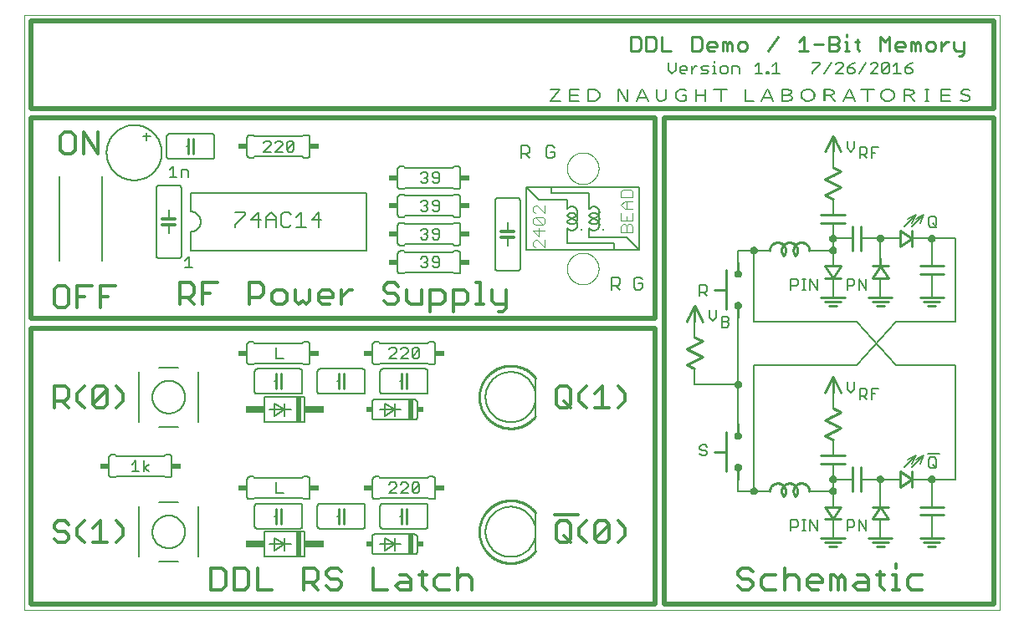
<source format=gto>
G75*
%MOIN*%
%OFA0B0*%
%FSLAX25Y25*%
%IPPOS*%
%LPD*%
%AMOC8*
5,1,8,0,0,1.08239X$1,22.5*
%
%ADD10C,0.01300*%
%ADD11C,0.02000*%
%ADD12C,0.00700*%
%ADD13C,0.00000*%
%ADD14C,0.00900*%
%ADD15C,0.01000*%
%ADD16C,0.00600*%
%ADD17C,0.00500*%
%ADD18R,0.03400X0.02400*%
%ADD19C,0.01200*%
%ADD20C,0.01250*%
%ADD21C,0.00400*%
%ADD22C,0.00800*%
%ADD23R,0.02000X0.10000*%
%ADD24R,0.07500X0.03000*%
%ADD25R,0.02000X0.08000*%
%ADD26R,0.02500X0.02000*%
D10*
X0015101Y0028400D02*
X0013650Y0029851D01*
X0015101Y0028400D02*
X0018004Y0028400D01*
X0019455Y0029851D01*
X0019455Y0031302D01*
X0018004Y0032754D01*
X0015101Y0032754D01*
X0013650Y0034205D01*
X0013650Y0035656D01*
X0015101Y0037107D01*
X0018004Y0037107D01*
X0019455Y0035656D01*
X0022858Y0034205D02*
X0025760Y0037107D01*
X0022858Y0034205D02*
X0022858Y0031302D01*
X0025760Y0028400D01*
X0028996Y0028400D02*
X0034801Y0028400D01*
X0031899Y0028400D02*
X0031899Y0037107D01*
X0028996Y0034205D01*
X0038204Y0037107D02*
X0041107Y0034205D01*
X0041107Y0031302D01*
X0038204Y0028400D01*
X0076150Y0018357D02*
X0076150Y0009650D01*
X0080504Y0009650D01*
X0081955Y0011101D01*
X0081955Y0016906D01*
X0080504Y0018357D01*
X0076150Y0018357D01*
X0085358Y0018357D02*
X0089712Y0018357D01*
X0091163Y0016906D01*
X0091163Y0011101D01*
X0089712Y0009650D01*
X0085358Y0009650D01*
X0085358Y0018357D01*
X0094566Y0018357D02*
X0094566Y0009650D01*
X0100371Y0009650D01*
X0112981Y0009650D02*
X0112981Y0018357D01*
X0117335Y0018357D01*
X0118786Y0016906D01*
X0118786Y0014004D01*
X0117335Y0012552D01*
X0112981Y0012552D01*
X0115884Y0012552D02*
X0118786Y0009650D01*
X0122189Y0011101D02*
X0123641Y0009650D01*
X0126543Y0009650D01*
X0127994Y0011101D01*
X0127994Y0012552D01*
X0126543Y0014004D01*
X0123641Y0014004D01*
X0122189Y0015455D01*
X0122189Y0016906D01*
X0123641Y0018357D01*
X0126543Y0018357D01*
X0127994Y0016906D01*
X0140605Y0018357D02*
X0140605Y0009650D01*
X0146410Y0009650D01*
X0149813Y0011101D02*
X0151264Y0012552D01*
X0155618Y0012552D01*
X0155618Y0014004D02*
X0155618Y0009650D01*
X0151264Y0009650D01*
X0149813Y0011101D01*
X0151264Y0015455D02*
X0154167Y0015455D01*
X0155618Y0014004D01*
X0159021Y0015455D02*
X0161923Y0015455D01*
X0160472Y0016906D02*
X0160472Y0011101D01*
X0161923Y0009650D01*
X0165159Y0011101D02*
X0166611Y0009650D01*
X0170964Y0009650D01*
X0174367Y0009650D02*
X0174367Y0018357D01*
X0175818Y0015455D02*
X0178721Y0015455D01*
X0180172Y0014004D01*
X0180172Y0009650D01*
X0174367Y0014004D02*
X0175818Y0015455D01*
X0170964Y0015455D02*
X0166611Y0015455D01*
X0165159Y0014004D01*
X0165159Y0011101D01*
X0213650Y0029851D02*
X0215101Y0028400D01*
X0218004Y0028400D01*
X0219455Y0029851D01*
X0219455Y0035656D01*
X0218004Y0037107D01*
X0215101Y0037107D01*
X0213650Y0035656D01*
X0213650Y0029851D01*
X0216552Y0031302D02*
X0219455Y0028400D01*
X0222858Y0031302D02*
X0222858Y0034205D01*
X0225760Y0037107D01*
X0228996Y0035656D02*
X0230448Y0037107D01*
X0233350Y0037107D01*
X0234801Y0035656D01*
X0228996Y0029851D01*
X0230448Y0028400D01*
X0233350Y0028400D01*
X0234801Y0029851D01*
X0234801Y0035656D01*
X0238204Y0037107D02*
X0241107Y0034205D01*
X0241107Y0031302D01*
X0238204Y0028400D01*
X0228996Y0029851D02*
X0228996Y0035656D01*
X0222858Y0031302D02*
X0225760Y0028400D01*
X0222208Y0039700D02*
X0213000Y0039700D01*
X0286150Y0016906D02*
X0286150Y0015455D01*
X0287601Y0014004D01*
X0290504Y0014004D01*
X0291955Y0012552D01*
X0291955Y0011101D01*
X0290504Y0009650D01*
X0287601Y0009650D01*
X0286150Y0011101D01*
X0286150Y0016906D02*
X0287601Y0018357D01*
X0290504Y0018357D01*
X0291955Y0016906D01*
X0295358Y0014004D02*
X0295358Y0011101D01*
X0296809Y0009650D01*
X0301163Y0009650D01*
X0304566Y0009650D02*
X0304566Y0018357D01*
X0306017Y0015455D02*
X0308919Y0015455D01*
X0310371Y0014004D01*
X0310371Y0009650D01*
X0313774Y0011101D02*
X0313774Y0014004D01*
X0315225Y0015455D01*
X0318127Y0015455D01*
X0319579Y0014004D01*
X0319579Y0012552D01*
X0313774Y0012552D01*
X0313774Y0011101D02*
X0315225Y0009650D01*
X0318127Y0009650D01*
X0322981Y0009650D02*
X0322981Y0015455D01*
X0324433Y0015455D01*
X0325884Y0014004D01*
X0327335Y0015455D01*
X0328786Y0014004D01*
X0328786Y0009650D01*
X0325884Y0009650D02*
X0325884Y0014004D01*
X0332189Y0011101D02*
X0333641Y0009650D01*
X0337994Y0009650D01*
X0337994Y0014004D01*
X0336543Y0015455D01*
X0333641Y0015455D01*
X0333641Y0012552D02*
X0337994Y0012552D01*
X0333641Y0012552D02*
X0332189Y0011101D01*
X0341397Y0015455D02*
X0344300Y0015455D01*
X0342848Y0016906D02*
X0342848Y0011101D01*
X0344300Y0009650D01*
X0347536Y0009650D02*
X0350438Y0009650D01*
X0348987Y0009650D02*
X0348987Y0015455D01*
X0347536Y0015455D01*
X0348987Y0018357D02*
X0348987Y0019809D01*
X0353674Y0014004D02*
X0353674Y0011101D01*
X0355126Y0009650D01*
X0359479Y0009650D01*
X0355126Y0015455D02*
X0353674Y0014004D01*
X0355126Y0015455D02*
X0359479Y0015455D01*
X0306017Y0015455D02*
X0304566Y0014004D01*
X0301163Y0015455D02*
X0296809Y0015455D01*
X0295358Y0014004D01*
X0238204Y0082150D02*
X0241107Y0085052D01*
X0241107Y0087955D01*
X0238204Y0090857D01*
X0231899Y0090857D02*
X0231899Y0082150D01*
X0234801Y0082150D02*
X0228996Y0082150D01*
X0225760Y0082150D02*
X0222858Y0085052D01*
X0222858Y0087955D01*
X0225760Y0090857D01*
X0228996Y0087955D02*
X0231899Y0090857D01*
X0219455Y0089406D02*
X0219455Y0083601D01*
X0218004Y0082150D01*
X0215101Y0082150D01*
X0213650Y0083601D01*
X0213650Y0089406D01*
X0215101Y0090857D01*
X0218004Y0090857D01*
X0219455Y0089406D01*
X0216552Y0085052D02*
X0219455Y0082150D01*
X0192310Y0120498D02*
X0190859Y0120498D01*
X0192310Y0120498D02*
X0193761Y0121949D01*
X0193761Y0129205D01*
X0187956Y0129205D02*
X0187956Y0124851D01*
X0189407Y0123400D01*
X0193761Y0123400D01*
X0184720Y0123400D02*
X0181818Y0123400D01*
X0183269Y0123400D02*
X0183269Y0132107D01*
X0181818Y0132107D01*
X0178415Y0127754D02*
X0178415Y0124851D01*
X0176963Y0123400D01*
X0172610Y0123400D01*
X0172610Y0120498D02*
X0172610Y0129205D01*
X0176963Y0129205D01*
X0178415Y0127754D01*
X0169207Y0127754D02*
X0169207Y0124851D01*
X0167756Y0123400D01*
X0163402Y0123400D01*
X0163402Y0120498D02*
X0163402Y0129205D01*
X0167756Y0129205D01*
X0169207Y0127754D01*
X0159999Y0129205D02*
X0159999Y0123400D01*
X0155645Y0123400D01*
X0154194Y0124851D01*
X0154194Y0129205D01*
X0150791Y0130656D02*
X0149340Y0132107D01*
X0146437Y0132107D01*
X0144986Y0130656D01*
X0144986Y0129205D01*
X0146437Y0127754D01*
X0149340Y0127754D01*
X0150791Y0126302D01*
X0150791Y0124851D01*
X0149340Y0123400D01*
X0146437Y0123400D01*
X0144986Y0124851D01*
X0132459Y0129205D02*
X0131008Y0129205D01*
X0128105Y0126302D01*
X0128105Y0123400D02*
X0128105Y0129205D01*
X0124702Y0127754D02*
X0124702Y0126302D01*
X0118897Y0126302D01*
X0118897Y0124851D02*
X0118897Y0127754D01*
X0120348Y0129205D01*
X0123251Y0129205D01*
X0124702Y0127754D01*
X0120348Y0123400D02*
X0118897Y0124851D01*
X0120348Y0123400D02*
X0123251Y0123400D01*
X0115494Y0124851D02*
X0115494Y0129205D01*
X0115494Y0124851D02*
X0114043Y0123400D01*
X0112592Y0124851D01*
X0111141Y0123400D01*
X0109689Y0124851D01*
X0109689Y0129205D01*
X0106286Y0127754D02*
X0106286Y0124851D01*
X0104835Y0123400D01*
X0101933Y0123400D01*
X0100481Y0124851D01*
X0100481Y0127754D01*
X0101933Y0129205D01*
X0104835Y0129205D01*
X0106286Y0127754D01*
X0097079Y0127754D02*
X0095627Y0126302D01*
X0091274Y0126302D01*
X0091274Y0123400D02*
X0091274Y0132107D01*
X0095627Y0132107D01*
X0097079Y0130656D01*
X0097079Y0127754D01*
X0078663Y0132107D02*
X0072858Y0132107D01*
X0072858Y0123400D01*
X0069455Y0123400D02*
X0066552Y0126302D01*
X0068004Y0126302D02*
X0063650Y0126302D01*
X0063650Y0123400D02*
X0063650Y0132107D01*
X0068004Y0132107D01*
X0069455Y0130656D01*
X0069455Y0127754D01*
X0068004Y0126302D01*
X0072858Y0127754D02*
X0075760Y0127754D01*
X0037871Y0130857D02*
X0032066Y0130857D01*
X0032066Y0122150D01*
X0032066Y0126504D02*
X0034968Y0126504D01*
X0028663Y0130857D02*
X0022858Y0130857D01*
X0022858Y0122150D01*
X0019455Y0123601D02*
X0019455Y0129406D01*
X0018004Y0130857D01*
X0015101Y0130857D01*
X0013650Y0129406D01*
X0013650Y0123601D01*
X0015101Y0122150D01*
X0018004Y0122150D01*
X0019455Y0123601D01*
X0022858Y0126504D02*
X0025760Y0126504D01*
X0025760Y0090857D02*
X0022858Y0087955D01*
X0022858Y0085052D01*
X0025760Y0082150D01*
X0028996Y0083601D02*
X0034801Y0089406D01*
X0034801Y0083601D01*
X0033350Y0082150D01*
X0030448Y0082150D01*
X0028996Y0083601D01*
X0028996Y0089406D01*
X0030448Y0090857D01*
X0033350Y0090857D01*
X0034801Y0089406D01*
X0038204Y0090857D02*
X0041107Y0087955D01*
X0041107Y0085052D01*
X0038204Y0082150D01*
X0019455Y0082150D02*
X0016552Y0085052D01*
X0018004Y0085052D02*
X0013650Y0085052D01*
X0013650Y0082150D02*
X0013650Y0090857D01*
X0018004Y0090857D01*
X0019455Y0089406D01*
X0019455Y0086504D01*
X0018004Y0085052D01*
X0017601Y0183400D02*
X0020504Y0183400D01*
X0021955Y0184851D01*
X0021955Y0190656D01*
X0020504Y0192107D01*
X0017601Y0192107D01*
X0016150Y0190656D01*
X0016150Y0184851D01*
X0017601Y0183400D01*
X0025358Y0183400D02*
X0025358Y0192107D01*
X0031163Y0183400D01*
X0031163Y0192107D01*
D11*
X0004250Y0197750D02*
X0253000Y0197750D01*
X0253000Y0117750D01*
X0004250Y0117750D01*
X0004250Y0197750D01*
X0004250Y0201500D02*
X0004250Y0236500D01*
X0388000Y0236500D01*
X0388000Y0201500D01*
X0004250Y0201500D01*
X0004250Y0114000D02*
X0004250Y0004000D01*
X0253000Y0004000D01*
X0253000Y0114000D01*
X0004250Y0114000D01*
X0256750Y0197750D02*
X0256750Y0004000D01*
X0388000Y0004000D01*
X0388000Y0197750D01*
X0256750Y0197750D01*
D12*
X0259785Y0215600D02*
X0261219Y0217035D01*
X0261219Y0219904D01*
X0262954Y0217752D02*
X0263671Y0218469D01*
X0265106Y0218469D01*
X0265823Y0217752D01*
X0265823Y0217035D01*
X0262954Y0217035D01*
X0262954Y0217752D02*
X0262954Y0216317D01*
X0263671Y0215600D01*
X0265106Y0215600D01*
X0267558Y0215600D02*
X0267558Y0218469D01*
X0267558Y0217035D02*
X0268992Y0218469D01*
X0269710Y0218469D01*
X0271394Y0217752D02*
X0272112Y0218469D01*
X0274264Y0218469D01*
X0273546Y0217035D02*
X0272112Y0217035D01*
X0271394Y0217752D01*
X0271394Y0215600D02*
X0273546Y0215600D01*
X0274264Y0216317D01*
X0273546Y0217035D01*
X0275998Y0218469D02*
X0276716Y0218469D01*
X0276716Y0215600D01*
X0277433Y0215600D02*
X0275998Y0215600D01*
X0279068Y0216317D02*
X0279785Y0215600D01*
X0281219Y0215600D01*
X0281937Y0216317D01*
X0281937Y0217752D01*
X0281219Y0218469D01*
X0279785Y0218469D01*
X0279068Y0217752D01*
X0279068Y0216317D01*
X0276716Y0219904D02*
X0276716Y0220621D01*
X0283672Y0218469D02*
X0283672Y0215600D01*
X0286541Y0215600D02*
X0286541Y0217752D01*
X0285823Y0218469D01*
X0283672Y0218469D01*
X0292879Y0218469D02*
X0294314Y0219904D01*
X0294314Y0215600D01*
X0292879Y0215600D02*
X0295749Y0215600D01*
X0297483Y0215600D02*
X0298201Y0215600D01*
X0298201Y0216317D01*
X0297483Y0216317D01*
X0297483Y0215600D01*
X0299785Y0215600D02*
X0302654Y0215600D01*
X0301220Y0215600D02*
X0301220Y0219904D01*
X0299785Y0218469D01*
X0315850Y0219904D02*
X0318719Y0219904D01*
X0318719Y0219186D01*
X0315850Y0216317D01*
X0315850Y0215600D01*
X0320454Y0215600D02*
X0323323Y0219904D01*
X0325058Y0219186D02*
X0325775Y0219904D01*
X0327210Y0219904D01*
X0327927Y0219186D01*
X0327927Y0218469D01*
X0325058Y0215600D01*
X0327927Y0215600D01*
X0329662Y0216317D02*
X0330379Y0215600D01*
X0331814Y0215600D01*
X0332531Y0216317D01*
X0332531Y0217035D01*
X0331814Y0217752D01*
X0329662Y0217752D01*
X0329662Y0216317D01*
X0329662Y0217752D02*
X0331096Y0219186D01*
X0332531Y0219904D01*
X0337135Y0219904D02*
X0334266Y0215600D01*
X0338870Y0215600D02*
X0341739Y0218469D01*
X0341739Y0219186D01*
X0341021Y0219904D01*
X0339587Y0219904D01*
X0338870Y0219186D01*
X0343474Y0219186D02*
X0343474Y0216317D01*
X0346343Y0219186D01*
X0346343Y0216317D01*
X0345625Y0215600D01*
X0344191Y0215600D01*
X0343474Y0216317D01*
X0341739Y0215600D02*
X0338870Y0215600D01*
X0343474Y0219186D02*
X0344191Y0219904D01*
X0345625Y0219904D01*
X0346343Y0219186D01*
X0348077Y0218469D02*
X0349512Y0219904D01*
X0349512Y0215600D01*
X0348077Y0215600D02*
X0350947Y0215600D01*
X0352681Y0216317D02*
X0353399Y0215600D01*
X0354833Y0215600D01*
X0355551Y0216317D01*
X0355551Y0217035D01*
X0354833Y0217752D01*
X0352681Y0217752D01*
X0352681Y0216317D01*
X0352681Y0217752D02*
X0354116Y0219186D01*
X0355551Y0219904D01*
X0332469Y0188654D02*
X0332469Y0185785D01*
X0331035Y0184350D01*
X0329600Y0185785D01*
X0329600Y0188654D01*
X0334600Y0186154D02*
X0336752Y0186154D01*
X0337469Y0185436D01*
X0337469Y0184002D01*
X0336752Y0183285D01*
X0334600Y0183285D01*
X0336035Y0183285D02*
X0337469Y0181850D01*
X0339204Y0181850D02*
X0339204Y0186154D01*
X0342073Y0186154D01*
X0340638Y0184002D02*
X0339204Y0184002D01*
X0334600Y0181850D02*
X0334600Y0186154D01*
X0323903Y0184404D02*
X0323903Y0178106D01*
X0323903Y0165507D02*
X0323903Y0159208D01*
X0323903Y0156059D02*
X0323903Y0149760D01*
X0331777Y0149760D01*
X0334927Y0149760D02*
X0342800Y0149760D01*
X0342800Y0141886D01*
X0342800Y0134012D02*
X0342800Y0126139D01*
X0337073Y0129350D02*
X0337073Y0133654D01*
X0334204Y0133654D02*
X0337073Y0129350D01*
X0334204Y0129350D02*
X0334204Y0133654D01*
X0332469Y0132936D02*
X0332469Y0131502D01*
X0331752Y0130785D01*
X0329600Y0130785D01*
X0329600Y0129350D02*
X0329600Y0133654D01*
X0331752Y0133654D01*
X0332469Y0132936D01*
X0323903Y0134012D02*
X0323903Y0126139D01*
X0317642Y0129350D02*
X0317642Y0133654D01*
X0314773Y0133654D02*
X0317642Y0129350D01*
X0314773Y0129350D02*
X0314773Y0133654D01*
X0313138Y0133654D02*
X0311704Y0133654D01*
X0312421Y0133654D02*
X0312421Y0129350D01*
X0311704Y0129350D02*
X0313138Y0129350D01*
X0309969Y0131502D02*
X0309252Y0130785D01*
X0307100Y0130785D01*
X0307100Y0129350D02*
X0307100Y0133654D01*
X0309252Y0133654D01*
X0309969Y0132936D01*
X0309969Y0131502D01*
X0323903Y0138737D02*
X0323903Y0149760D01*
X0323903Y0145036D02*
X0314479Y0145036D01*
X0314455Y0145036D01*
X0298707Y0145036D02*
X0286109Y0145036D01*
X0286109Y0140312D01*
X0292408Y0145036D02*
X0292408Y0116690D01*
X0333352Y0116690D01*
X0349099Y0099368D01*
X0372720Y0099368D01*
X0372720Y0053700D01*
X0363272Y0053700D01*
X0363272Y0042677D01*
X0363272Y0039527D02*
X0363272Y0030079D01*
X0342800Y0030079D02*
X0342800Y0037953D01*
X0337073Y0037404D02*
X0337073Y0033100D01*
X0334204Y0037404D01*
X0334204Y0033100D01*
X0332469Y0035252D02*
X0331752Y0034535D01*
X0329600Y0034535D01*
X0329600Y0033100D02*
X0329600Y0037404D01*
X0331752Y0037404D01*
X0332469Y0036686D01*
X0332469Y0035252D01*
X0323903Y0037953D02*
X0323903Y0030079D01*
X0317642Y0033100D02*
X0317642Y0037404D01*
X0314773Y0037404D02*
X0317642Y0033100D01*
X0314773Y0033100D02*
X0314773Y0037404D01*
X0313138Y0037404D02*
X0311704Y0037404D01*
X0312421Y0037404D02*
X0312421Y0033100D01*
X0311704Y0033100D02*
X0313138Y0033100D01*
X0309969Y0035252D02*
X0309252Y0034535D01*
X0307100Y0034535D01*
X0307100Y0033100D02*
X0307100Y0037404D01*
X0309252Y0037404D01*
X0309969Y0036686D01*
X0309969Y0035252D01*
X0323903Y0042677D02*
X0323903Y0053700D01*
X0331777Y0053700D01*
X0334927Y0053700D02*
X0342800Y0053700D01*
X0342800Y0042677D01*
X0323903Y0048976D02*
X0314479Y0048976D01*
X0314455Y0048976D01*
X0323903Y0053700D02*
X0323903Y0059999D01*
X0323903Y0063149D02*
X0323903Y0069448D01*
X0323903Y0082046D02*
X0323903Y0088344D01*
X0329600Y0089535D02*
X0331035Y0088100D01*
X0332469Y0089535D01*
X0332469Y0092404D01*
X0329600Y0092404D02*
X0329600Y0089535D01*
X0334600Y0089904D02*
X0336752Y0089904D01*
X0337469Y0089186D01*
X0337469Y0087752D01*
X0336752Y0087035D01*
X0334600Y0087035D01*
X0336035Y0087035D02*
X0337469Y0085600D01*
X0339204Y0085600D02*
X0339204Y0089904D01*
X0342073Y0089904D01*
X0340638Y0087752D02*
X0339204Y0087752D01*
X0334600Y0085600D02*
X0334600Y0089904D01*
X0333352Y0099368D02*
X0292408Y0099368D01*
X0292408Y0048976D01*
X0298707Y0048976D01*
X0292408Y0048976D02*
X0286109Y0048976D01*
X0286109Y0053700D01*
X0273719Y0063817D02*
X0273002Y0063100D01*
X0271567Y0063100D01*
X0270850Y0063817D01*
X0271567Y0065252D02*
X0273002Y0065252D01*
X0273719Y0064535D01*
X0273719Y0063817D01*
X0271567Y0065252D02*
X0270850Y0065969D01*
X0270850Y0066686D01*
X0271567Y0067404D01*
X0273002Y0067404D01*
X0273719Y0066686D01*
X0286109Y0072597D02*
X0286109Y0072669D01*
X0286109Y0075747D02*
X0286109Y0118265D01*
X0286109Y0121342D02*
X0286109Y0121414D01*
X0282469Y0117936D02*
X0282469Y0117219D01*
X0281752Y0116502D01*
X0279600Y0116502D01*
X0279600Y0114350D02*
X0279600Y0118654D01*
X0281752Y0118654D01*
X0282469Y0117936D01*
X0281752Y0116502D02*
X0282469Y0115785D01*
X0282469Y0115067D01*
X0281752Y0114350D01*
X0279600Y0114350D01*
X0276035Y0116850D02*
X0274600Y0118285D01*
X0274600Y0121154D01*
X0277469Y0121154D02*
X0277469Y0118285D01*
X0276035Y0116850D01*
X0268787Y0116690D02*
X0268787Y0110391D01*
X0268787Y0097793D02*
X0268787Y0091494D01*
X0286109Y0091494D01*
X0333352Y0099368D02*
X0349099Y0116690D01*
X0372720Y0116690D01*
X0372720Y0149760D01*
X0363272Y0149760D01*
X0363272Y0138737D01*
X0363272Y0135587D02*
X0363272Y0126139D01*
X0363272Y0149760D02*
X0355398Y0149760D01*
X0350674Y0149760D02*
X0342800Y0149760D01*
X0352248Y0154484D02*
X0356973Y0159208D01*
X0353823Y0157634D01*
X0355398Y0156059D02*
X0356973Y0159208D01*
X0356973Y0157634D02*
X0360122Y0159208D01*
X0358547Y0156059D01*
X0355398Y0154484D02*
X0360122Y0159208D01*
X0362100Y0157936D02*
X0362817Y0158654D01*
X0364252Y0158654D01*
X0364969Y0157936D01*
X0364969Y0155067D01*
X0364252Y0154350D01*
X0362817Y0154350D01*
X0362100Y0155067D01*
X0362100Y0157936D01*
X0363535Y0155785D02*
X0364969Y0154350D01*
X0273719Y0130436D02*
X0273719Y0129002D01*
X0273002Y0128285D01*
X0270850Y0128285D01*
X0272285Y0128285D02*
X0273719Y0126850D01*
X0270850Y0126850D02*
X0270850Y0131154D01*
X0273002Y0131154D01*
X0273719Y0130436D01*
X0247869Y0130167D02*
X0247052Y0129350D01*
X0245417Y0129350D01*
X0244600Y0130167D01*
X0244600Y0133437D01*
X0245417Y0134254D01*
X0247052Y0134254D01*
X0247869Y0133437D01*
X0247869Y0131802D02*
X0246235Y0131802D01*
X0247869Y0131802D02*
X0247869Y0130167D01*
X0239119Y0129350D02*
X0237485Y0130985D01*
X0238302Y0130985D02*
X0235850Y0130985D01*
X0235850Y0129350D02*
X0235850Y0134254D01*
X0238302Y0134254D01*
X0239119Y0133437D01*
X0239119Y0131802D01*
X0238302Y0130985D01*
X0167073Y0138817D02*
X0167073Y0141686D01*
X0166356Y0142404D01*
X0164921Y0142404D01*
X0164204Y0141686D01*
X0164204Y0140969D01*
X0164921Y0140252D01*
X0167073Y0140252D01*
X0167073Y0138817D02*
X0166356Y0138100D01*
X0164921Y0138100D01*
X0164204Y0138817D01*
X0162469Y0138817D02*
X0161752Y0138100D01*
X0160317Y0138100D01*
X0159600Y0138817D01*
X0161035Y0140252D02*
X0161752Y0140252D01*
X0162469Y0139535D01*
X0162469Y0138817D01*
X0161752Y0140252D02*
X0162469Y0140969D01*
X0162469Y0141686D01*
X0161752Y0142404D01*
X0160317Y0142404D01*
X0159600Y0141686D01*
X0160317Y0149350D02*
X0159600Y0150067D01*
X0160317Y0149350D02*
X0161752Y0149350D01*
X0162469Y0150067D01*
X0162469Y0150785D01*
X0161752Y0151502D01*
X0161035Y0151502D01*
X0161752Y0151502D02*
X0162469Y0152219D01*
X0162469Y0152936D01*
X0161752Y0153654D01*
X0160317Y0153654D01*
X0159600Y0152936D01*
X0164204Y0152936D02*
X0164204Y0152219D01*
X0164921Y0151502D01*
X0167073Y0151502D01*
X0167073Y0152936D02*
X0167073Y0150067D01*
X0166356Y0149350D01*
X0164921Y0149350D01*
X0164204Y0150067D01*
X0164204Y0152936D02*
X0164921Y0153654D01*
X0166356Y0153654D01*
X0167073Y0152936D01*
X0166356Y0160600D02*
X0167073Y0161317D01*
X0167073Y0164186D01*
X0166356Y0164904D01*
X0164921Y0164904D01*
X0164204Y0164186D01*
X0164204Y0163469D01*
X0164921Y0162752D01*
X0167073Y0162752D01*
X0166356Y0160600D02*
X0164921Y0160600D01*
X0164204Y0161317D01*
X0162469Y0161317D02*
X0161752Y0160600D01*
X0160317Y0160600D01*
X0159600Y0161317D01*
X0161035Y0162752D02*
X0161752Y0162752D01*
X0162469Y0162035D01*
X0162469Y0161317D01*
X0161752Y0162752D02*
X0162469Y0163469D01*
X0162469Y0164186D01*
X0161752Y0164904D01*
X0160317Y0164904D01*
X0159600Y0164186D01*
X0160317Y0171850D02*
X0159600Y0172567D01*
X0160317Y0171850D02*
X0161752Y0171850D01*
X0162469Y0172567D01*
X0162469Y0173285D01*
X0161752Y0174002D01*
X0161035Y0174002D01*
X0161752Y0174002D02*
X0162469Y0174719D01*
X0162469Y0175436D01*
X0161752Y0176154D01*
X0160317Y0176154D01*
X0159600Y0175436D01*
X0164204Y0175436D02*
X0164204Y0174719D01*
X0164921Y0174002D01*
X0167073Y0174002D01*
X0167073Y0175436D02*
X0167073Y0172567D01*
X0166356Y0171850D01*
X0164921Y0171850D01*
X0164204Y0172567D01*
X0164204Y0175436D02*
X0164921Y0176154D01*
X0166356Y0176154D01*
X0167073Y0175436D01*
X0199600Y0181850D02*
X0199600Y0186754D01*
X0202052Y0186754D01*
X0202869Y0185937D01*
X0202869Y0184302D01*
X0202052Y0183485D01*
X0199600Y0183485D01*
X0201235Y0183485D02*
X0202869Y0181850D01*
X0209600Y0182667D02*
X0209600Y0185937D01*
X0210417Y0186754D01*
X0212052Y0186754D01*
X0212869Y0185937D01*
X0212869Y0184302D02*
X0211235Y0184302D01*
X0212869Y0184302D02*
X0212869Y0182667D01*
X0212052Y0181850D01*
X0210417Y0181850D01*
X0209600Y0182667D01*
X0258350Y0217035D02*
X0259785Y0215600D01*
X0258350Y0217035D02*
X0258350Y0219904D01*
X0119188Y0160255D02*
X0119188Y0154350D01*
X0120173Y0157303D02*
X0116236Y0157303D01*
X0119188Y0160255D01*
X0112127Y0160255D02*
X0110159Y0158287D01*
X0108018Y0159271D02*
X0107034Y0160255D01*
X0105066Y0160255D01*
X0104082Y0159271D01*
X0104082Y0155334D01*
X0105066Y0154350D01*
X0107034Y0154350D01*
X0108018Y0155334D01*
X0110159Y0154350D02*
X0114095Y0154350D01*
X0112127Y0154350D02*
X0112127Y0160255D01*
X0101941Y0158287D02*
X0101941Y0154350D01*
X0101941Y0157303D02*
X0098004Y0157303D01*
X0098004Y0158287D02*
X0098004Y0154350D01*
X0094880Y0154350D02*
X0094880Y0160255D01*
X0091927Y0157303D01*
X0095864Y0157303D01*
X0098004Y0158287D02*
X0099973Y0160255D01*
X0101941Y0158287D01*
X0089787Y0159271D02*
X0085850Y0155334D01*
X0085850Y0154350D01*
X0089787Y0159271D02*
X0089787Y0160255D01*
X0085850Y0160255D01*
X0067073Y0174350D02*
X0067073Y0176502D01*
X0066356Y0177219D01*
X0064204Y0177219D01*
X0064204Y0174350D01*
X0062469Y0174350D02*
X0059600Y0174350D01*
X0061035Y0174350D02*
X0061035Y0178654D01*
X0059600Y0177219D01*
X0097100Y0184350D02*
X0099969Y0187219D01*
X0099969Y0187936D01*
X0099252Y0188654D01*
X0097817Y0188654D01*
X0097100Y0187936D01*
X0097100Y0184350D02*
X0099969Y0184350D01*
X0101704Y0184350D02*
X0104573Y0187219D01*
X0104573Y0187936D01*
X0103856Y0188654D01*
X0102421Y0188654D01*
X0101704Y0187936D01*
X0101704Y0184350D02*
X0104573Y0184350D01*
X0106308Y0185067D02*
X0109177Y0187936D01*
X0109177Y0185067D01*
X0108460Y0184350D01*
X0107025Y0184350D01*
X0106308Y0185067D01*
X0106308Y0187936D01*
X0107025Y0188654D01*
X0108460Y0188654D01*
X0109177Y0187936D01*
X0067285Y0142404D02*
X0067285Y0138100D01*
X0068719Y0138100D02*
X0065850Y0138100D01*
X0065850Y0140969D02*
X0067285Y0142404D01*
X0102100Y0106154D02*
X0102100Y0101850D01*
X0104969Y0101850D01*
X0147100Y0101850D02*
X0149969Y0104719D01*
X0149969Y0105436D01*
X0149252Y0106154D01*
X0147817Y0106154D01*
X0147100Y0105436D01*
X0147100Y0101850D02*
X0149969Y0101850D01*
X0151704Y0101850D02*
X0154573Y0104719D01*
X0154573Y0105436D01*
X0153856Y0106154D01*
X0152421Y0106154D01*
X0151704Y0105436D01*
X0151704Y0101850D02*
X0154573Y0101850D01*
X0156308Y0102567D02*
X0159177Y0105436D01*
X0159177Y0102567D01*
X0158460Y0101850D01*
X0157025Y0101850D01*
X0156308Y0102567D01*
X0156308Y0105436D01*
X0157025Y0106154D01*
X0158460Y0106154D01*
X0159177Y0105436D01*
X0158460Y0052404D02*
X0159177Y0051686D01*
X0156308Y0048817D01*
X0157025Y0048100D01*
X0158460Y0048100D01*
X0159177Y0048817D01*
X0159177Y0051686D01*
X0158460Y0052404D02*
X0157025Y0052404D01*
X0156308Y0051686D01*
X0156308Y0048817D01*
X0154573Y0048100D02*
X0151704Y0048100D01*
X0154573Y0050969D01*
X0154573Y0051686D01*
X0153856Y0052404D01*
X0152421Y0052404D01*
X0151704Y0051686D01*
X0149969Y0051686D02*
X0149252Y0052404D01*
X0147817Y0052404D01*
X0147100Y0051686D01*
X0149969Y0051686D02*
X0149969Y0050969D01*
X0147100Y0048100D01*
X0149969Y0048100D01*
X0104969Y0048100D02*
X0102100Y0048100D01*
X0102100Y0052404D01*
X0051356Y0056850D02*
X0049204Y0058285D01*
X0051356Y0059719D01*
X0049204Y0061154D02*
X0049204Y0056850D01*
X0047469Y0056850D02*
X0044600Y0056850D01*
X0046035Y0056850D02*
X0046035Y0061154D01*
X0044600Y0059719D01*
X0342800Y0053700D02*
X0350674Y0053700D01*
X0355398Y0053700D02*
X0363272Y0053700D01*
X0362817Y0058100D02*
X0362100Y0058817D01*
X0362100Y0061686D01*
X0362817Y0062404D01*
X0364252Y0062404D01*
X0364969Y0061686D01*
X0364969Y0058817D01*
X0364252Y0058100D01*
X0362817Y0058100D01*
X0363535Y0059535D02*
X0364969Y0058100D01*
X0358547Y0059999D02*
X0360122Y0063149D01*
X0356973Y0061574D01*
X0356973Y0063149D02*
X0353823Y0061574D01*
X0355398Y0059999D02*
X0356973Y0063149D01*
X0352248Y0058424D01*
X0355398Y0058424D02*
X0360122Y0063149D01*
X0361750Y0063800D02*
X0366354Y0063800D01*
D13*
X0390500Y0001500D02*
X0001750Y0001500D01*
X0001750Y0239000D01*
X0390500Y0239000D01*
X0390500Y0001500D01*
X0217951Y0137750D02*
X0217953Y0137908D01*
X0217959Y0138066D01*
X0217969Y0138224D01*
X0217983Y0138382D01*
X0218001Y0138539D01*
X0218022Y0138696D01*
X0218048Y0138852D01*
X0218078Y0139008D01*
X0218111Y0139163D01*
X0218149Y0139316D01*
X0218190Y0139469D01*
X0218235Y0139621D01*
X0218284Y0139772D01*
X0218337Y0139921D01*
X0218393Y0140069D01*
X0218453Y0140215D01*
X0218517Y0140360D01*
X0218585Y0140503D01*
X0218656Y0140645D01*
X0218730Y0140785D01*
X0218808Y0140922D01*
X0218890Y0141058D01*
X0218974Y0141192D01*
X0219063Y0141323D01*
X0219154Y0141452D01*
X0219249Y0141579D01*
X0219346Y0141704D01*
X0219447Y0141826D01*
X0219551Y0141945D01*
X0219658Y0142062D01*
X0219768Y0142176D01*
X0219881Y0142287D01*
X0219996Y0142396D01*
X0220114Y0142501D01*
X0220235Y0142603D01*
X0220358Y0142703D01*
X0220484Y0142799D01*
X0220612Y0142892D01*
X0220742Y0142982D01*
X0220875Y0143068D01*
X0221010Y0143152D01*
X0221146Y0143231D01*
X0221285Y0143308D01*
X0221426Y0143380D01*
X0221568Y0143450D01*
X0221712Y0143515D01*
X0221858Y0143577D01*
X0222005Y0143635D01*
X0222154Y0143690D01*
X0222304Y0143741D01*
X0222455Y0143788D01*
X0222607Y0143831D01*
X0222760Y0143870D01*
X0222915Y0143906D01*
X0223070Y0143937D01*
X0223226Y0143965D01*
X0223382Y0143989D01*
X0223539Y0144009D01*
X0223697Y0144025D01*
X0223854Y0144037D01*
X0224013Y0144045D01*
X0224171Y0144049D01*
X0224329Y0144049D01*
X0224487Y0144045D01*
X0224646Y0144037D01*
X0224803Y0144025D01*
X0224961Y0144009D01*
X0225118Y0143989D01*
X0225274Y0143965D01*
X0225430Y0143937D01*
X0225585Y0143906D01*
X0225740Y0143870D01*
X0225893Y0143831D01*
X0226045Y0143788D01*
X0226196Y0143741D01*
X0226346Y0143690D01*
X0226495Y0143635D01*
X0226642Y0143577D01*
X0226788Y0143515D01*
X0226932Y0143450D01*
X0227074Y0143380D01*
X0227215Y0143308D01*
X0227354Y0143231D01*
X0227490Y0143152D01*
X0227625Y0143068D01*
X0227758Y0142982D01*
X0227888Y0142892D01*
X0228016Y0142799D01*
X0228142Y0142703D01*
X0228265Y0142603D01*
X0228386Y0142501D01*
X0228504Y0142396D01*
X0228619Y0142287D01*
X0228732Y0142176D01*
X0228842Y0142062D01*
X0228949Y0141945D01*
X0229053Y0141826D01*
X0229154Y0141704D01*
X0229251Y0141579D01*
X0229346Y0141452D01*
X0229437Y0141323D01*
X0229526Y0141192D01*
X0229610Y0141058D01*
X0229692Y0140922D01*
X0229770Y0140785D01*
X0229844Y0140645D01*
X0229915Y0140503D01*
X0229983Y0140360D01*
X0230047Y0140215D01*
X0230107Y0140069D01*
X0230163Y0139921D01*
X0230216Y0139772D01*
X0230265Y0139621D01*
X0230310Y0139469D01*
X0230351Y0139316D01*
X0230389Y0139163D01*
X0230422Y0139008D01*
X0230452Y0138852D01*
X0230478Y0138696D01*
X0230499Y0138539D01*
X0230517Y0138382D01*
X0230531Y0138224D01*
X0230541Y0138066D01*
X0230547Y0137908D01*
X0230549Y0137750D01*
X0230547Y0137592D01*
X0230541Y0137434D01*
X0230531Y0137276D01*
X0230517Y0137118D01*
X0230499Y0136961D01*
X0230478Y0136804D01*
X0230452Y0136648D01*
X0230422Y0136492D01*
X0230389Y0136337D01*
X0230351Y0136184D01*
X0230310Y0136031D01*
X0230265Y0135879D01*
X0230216Y0135728D01*
X0230163Y0135579D01*
X0230107Y0135431D01*
X0230047Y0135285D01*
X0229983Y0135140D01*
X0229915Y0134997D01*
X0229844Y0134855D01*
X0229770Y0134715D01*
X0229692Y0134578D01*
X0229610Y0134442D01*
X0229526Y0134308D01*
X0229437Y0134177D01*
X0229346Y0134048D01*
X0229251Y0133921D01*
X0229154Y0133796D01*
X0229053Y0133674D01*
X0228949Y0133555D01*
X0228842Y0133438D01*
X0228732Y0133324D01*
X0228619Y0133213D01*
X0228504Y0133104D01*
X0228386Y0132999D01*
X0228265Y0132897D01*
X0228142Y0132797D01*
X0228016Y0132701D01*
X0227888Y0132608D01*
X0227758Y0132518D01*
X0227625Y0132432D01*
X0227490Y0132348D01*
X0227354Y0132269D01*
X0227215Y0132192D01*
X0227074Y0132120D01*
X0226932Y0132050D01*
X0226788Y0131985D01*
X0226642Y0131923D01*
X0226495Y0131865D01*
X0226346Y0131810D01*
X0226196Y0131759D01*
X0226045Y0131712D01*
X0225893Y0131669D01*
X0225740Y0131630D01*
X0225585Y0131594D01*
X0225430Y0131563D01*
X0225274Y0131535D01*
X0225118Y0131511D01*
X0224961Y0131491D01*
X0224803Y0131475D01*
X0224646Y0131463D01*
X0224487Y0131455D01*
X0224329Y0131451D01*
X0224171Y0131451D01*
X0224013Y0131455D01*
X0223854Y0131463D01*
X0223697Y0131475D01*
X0223539Y0131491D01*
X0223382Y0131511D01*
X0223226Y0131535D01*
X0223070Y0131563D01*
X0222915Y0131594D01*
X0222760Y0131630D01*
X0222607Y0131669D01*
X0222455Y0131712D01*
X0222304Y0131759D01*
X0222154Y0131810D01*
X0222005Y0131865D01*
X0221858Y0131923D01*
X0221712Y0131985D01*
X0221568Y0132050D01*
X0221426Y0132120D01*
X0221285Y0132192D01*
X0221146Y0132269D01*
X0221010Y0132348D01*
X0220875Y0132432D01*
X0220742Y0132518D01*
X0220612Y0132608D01*
X0220484Y0132701D01*
X0220358Y0132797D01*
X0220235Y0132897D01*
X0220114Y0132999D01*
X0219996Y0133104D01*
X0219881Y0133213D01*
X0219768Y0133324D01*
X0219658Y0133438D01*
X0219551Y0133555D01*
X0219447Y0133674D01*
X0219346Y0133796D01*
X0219249Y0133921D01*
X0219154Y0134048D01*
X0219063Y0134177D01*
X0218974Y0134308D01*
X0218890Y0134442D01*
X0218808Y0134578D01*
X0218730Y0134715D01*
X0218656Y0134855D01*
X0218585Y0134997D01*
X0218517Y0135140D01*
X0218453Y0135285D01*
X0218393Y0135431D01*
X0218337Y0135579D01*
X0218284Y0135728D01*
X0218235Y0135879D01*
X0218190Y0136031D01*
X0218149Y0136184D01*
X0218111Y0136337D01*
X0218078Y0136492D01*
X0218048Y0136648D01*
X0218022Y0136804D01*
X0218001Y0136961D01*
X0217983Y0137118D01*
X0217969Y0137276D01*
X0217959Y0137434D01*
X0217953Y0137592D01*
X0217951Y0137750D01*
X0217951Y0177750D02*
X0217953Y0177908D01*
X0217959Y0178066D01*
X0217969Y0178224D01*
X0217983Y0178382D01*
X0218001Y0178539D01*
X0218022Y0178696D01*
X0218048Y0178852D01*
X0218078Y0179008D01*
X0218111Y0179163D01*
X0218149Y0179316D01*
X0218190Y0179469D01*
X0218235Y0179621D01*
X0218284Y0179772D01*
X0218337Y0179921D01*
X0218393Y0180069D01*
X0218453Y0180215D01*
X0218517Y0180360D01*
X0218585Y0180503D01*
X0218656Y0180645D01*
X0218730Y0180785D01*
X0218808Y0180922D01*
X0218890Y0181058D01*
X0218974Y0181192D01*
X0219063Y0181323D01*
X0219154Y0181452D01*
X0219249Y0181579D01*
X0219346Y0181704D01*
X0219447Y0181826D01*
X0219551Y0181945D01*
X0219658Y0182062D01*
X0219768Y0182176D01*
X0219881Y0182287D01*
X0219996Y0182396D01*
X0220114Y0182501D01*
X0220235Y0182603D01*
X0220358Y0182703D01*
X0220484Y0182799D01*
X0220612Y0182892D01*
X0220742Y0182982D01*
X0220875Y0183068D01*
X0221010Y0183152D01*
X0221146Y0183231D01*
X0221285Y0183308D01*
X0221426Y0183380D01*
X0221568Y0183450D01*
X0221712Y0183515D01*
X0221858Y0183577D01*
X0222005Y0183635D01*
X0222154Y0183690D01*
X0222304Y0183741D01*
X0222455Y0183788D01*
X0222607Y0183831D01*
X0222760Y0183870D01*
X0222915Y0183906D01*
X0223070Y0183937D01*
X0223226Y0183965D01*
X0223382Y0183989D01*
X0223539Y0184009D01*
X0223697Y0184025D01*
X0223854Y0184037D01*
X0224013Y0184045D01*
X0224171Y0184049D01*
X0224329Y0184049D01*
X0224487Y0184045D01*
X0224646Y0184037D01*
X0224803Y0184025D01*
X0224961Y0184009D01*
X0225118Y0183989D01*
X0225274Y0183965D01*
X0225430Y0183937D01*
X0225585Y0183906D01*
X0225740Y0183870D01*
X0225893Y0183831D01*
X0226045Y0183788D01*
X0226196Y0183741D01*
X0226346Y0183690D01*
X0226495Y0183635D01*
X0226642Y0183577D01*
X0226788Y0183515D01*
X0226932Y0183450D01*
X0227074Y0183380D01*
X0227215Y0183308D01*
X0227354Y0183231D01*
X0227490Y0183152D01*
X0227625Y0183068D01*
X0227758Y0182982D01*
X0227888Y0182892D01*
X0228016Y0182799D01*
X0228142Y0182703D01*
X0228265Y0182603D01*
X0228386Y0182501D01*
X0228504Y0182396D01*
X0228619Y0182287D01*
X0228732Y0182176D01*
X0228842Y0182062D01*
X0228949Y0181945D01*
X0229053Y0181826D01*
X0229154Y0181704D01*
X0229251Y0181579D01*
X0229346Y0181452D01*
X0229437Y0181323D01*
X0229526Y0181192D01*
X0229610Y0181058D01*
X0229692Y0180922D01*
X0229770Y0180785D01*
X0229844Y0180645D01*
X0229915Y0180503D01*
X0229983Y0180360D01*
X0230047Y0180215D01*
X0230107Y0180069D01*
X0230163Y0179921D01*
X0230216Y0179772D01*
X0230265Y0179621D01*
X0230310Y0179469D01*
X0230351Y0179316D01*
X0230389Y0179163D01*
X0230422Y0179008D01*
X0230452Y0178852D01*
X0230478Y0178696D01*
X0230499Y0178539D01*
X0230517Y0178382D01*
X0230531Y0178224D01*
X0230541Y0178066D01*
X0230547Y0177908D01*
X0230549Y0177750D01*
X0230547Y0177592D01*
X0230541Y0177434D01*
X0230531Y0177276D01*
X0230517Y0177118D01*
X0230499Y0176961D01*
X0230478Y0176804D01*
X0230452Y0176648D01*
X0230422Y0176492D01*
X0230389Y0176337D01*
X0230351Y0176184D01*
X0230310Y0176031D01*
X0230265Y0175879D01*
X0230216Y0175728D01*
X0230163Y0175579D01*
X0230107Y0175431D01*
X0230047Y0175285D01*
X0229983Y0175140D01*
X0229915Y0174997D01*
X0229844Y0174855D01*
X0229770Y0174715D01*
X0229692Y0174578D01*
X0229610Y0174442D01*
X0229526Y0174308D01*
X0229437Y0174177D01*
X0229346Y0174048D01*
X0229251Y0173921D01*
X0229154Y0173796D01*
X0229053Y0173674D01*
X0228949Y0173555D01*
X0228842Y0173438D01*
X0228732Y0173324D01*
X0228619Y0173213D01*
X0228504Y0173104D01*
X0228386Y0172999D01*
X0228265Y0172897D01*
X0228142Y0172797D01*
X0228016Y0172701D01*
X0227888Y0172608D01*
X0227758Y0172518D01*
X0227625Y0172432D01*
X0227490Y0172348D01*
X0227354Y0172269D01*
X0227215Y0172192D01*
X0227074Y0172120D01*
X0226932Y0172050D01*
X0226788Y0171985D01*
X0226642Y0171923D01*
X0226495Y0171865D01*
X0226346Y0171810D01*
X0226196Y0171759D01*
X0226045Y0171712D01*
X0225893Y0171669D01*
X0225740Y0171630D01*
X0225585Y0171594D01*
X0225430Y0171563D01*
X0225274Y0171535D01*
X0225118Y0171511D01*
X0224961Y0171491D01*
X0224803Y0171475D01*
X0224646Y0171463D01*
X0224487Y0171455D01*
X0224329Y0171451D01*
X0224171Y0171451D01*
X0224013Y0171455D01*
X0223854Y0171463D01*
X0223697Y0171475D01*
X0223539Y0171491D01*
X0223382Y0171511D01*
X0223226Y0171535D01*
X0223070Y0171563D01*
X0222915Y0171594D01*
X0222760Y0171630D01*
X0222607Y0171669D01*
X0222455Y0171712D01*
X0222304Y0171759D01*
X0222154Y0171810D01*
X0222005Y0171865D01*
X0221858Y0171923D01*
X0221712Y0171985D01*
X0221568Y0172050D01*
X0221426Y0172120D01*
X0221285Y0172192D01*
X0221146Y0172269D01*
X0221010Y0172348D01*
X0220875Y0172432D01*
X0220742Y0172518D01*
X0220612Y0172608D01*
X0220484Y0172701D01*
X0220358Y0172797D01*
X0220235Y0172897D01*
X0220114Y0172999D01*
X0219996Y0173104D01*
X0219881Y0173213D01*
X0219768Y0173324D01*
X0219658Y0173438D01*
X0219551Y0173555D01*
X0219447Y0173674D01*
X0219346Y0173796D01*
X0219249Y0173921D01*
X0219154Y0174048D01*
X0219063Y0174177D01*
X0218974Y0174308D01*
X0218890Y0174442D01*
X0218808Y0174578D01*
X0218730Y0174715D01*
X0218656Y0174855D01*
X0218585Y0174997D01*
X0218517Y0175140D01*
X0218453Y0175285D01*
X0218393Y0175431D01*
X0218337Y0175579D01*
X0218284Y0175728D01*
X0218235Y0175879D01*
X0218190Y0176031D01*
X0218149Y0176184D01*
X0218111Y0176337D01*
X0218078Y0176492D01*
X0218048Y0176648D01*
X0218022Y0176804D01*
X0218001Y0176961D01*
X0217983Y0177118D01*
X0217969Y0177276D01*
X0217959Y0177434D01*
X0217953Y0177592D01*
X0217951Y0177750D01*
D14*
X0243450Y0224450D02*
X0246302Y0224450D01*
X0247253Y0225401D01*
X0247253Y0229204D01*
X0246302Y0230155D01*
X0243450Y0230155D01*
X0243450Y0224450D01*
X0249527Y0224450D02*
X0252380Y0224450D01*
X0253330Y0225401D01*
X0253330Y0229204D01*
X0252380Y0230155D01*
X0249527Y0230155D01*
X0249527Y0224450D01*
X0255604Y0224450D02*
X0255604Y0230155D01*
X0255604Y0224450D02*
X0259408Y0224450D01*
X0267759Y0224450D02*
X0270611Y0224450D01*
X0271562Y0225401D01*
X0271562Y0229204D01*
X0270611Y0230155D01*
X0267759Y0230155D01*
X0267759Y0224450D01*
X0273836Y0225401D02*
X0273836Y0227302D01*
X0274787Y0228253D01*
X0276688Y0228253D01*
X0277639Y0227302D01*
X0277639Y0226352D01*
X0273836Y0226352D01*
X0273836Y0225401D02*
X0274787Y0224450D01*
X0276688Y0224450D01*
X0279913Y0224450D02*
X0279913Y0228253D01*
X0280864Y0228253D01*
X0281815Y0227302D01*
X0282766Y0228253D01*
X0283716Y0227302D01*
X0283716Y0224450D01*
X0281815Y0224450D02*
X0281815Y0227302D01*
X0285990Y0227302D02*
X0285990Y0225401D01*
X0286941Y0224450D01*
X0288843Y0224450D01*
X0289794Y0225401D01*
X0289794Y0227302D01*
X0288843Y0228253D01*
X0286941Y0228253D01*
X0285990Y0227302D01*
X0298145Y0224450D02*
X0301948Y0230155D01*
X0310299Y0228253D02*
X0312201Y0230155D01*
X0312201Y0224450D01*
X0314102Y0224450D02*
X0310299Y0224450D01*
X0316376Y0227302D02*
X0320180Y0227302D01*
X0322453Y0227302D02*
X0325306Y0227302D01*
X0326257Y0226352D01*
X0326257Y0225401D01*
X0325306Y0224450D01*
X0322453Y0224450D01*
X0322453Y0230155D01*
X0325306Y0230155D01*
X0326257Y0229204D01*
X0326257Y0228253D01*
X0325306Y0227302D01*
X0328531Y0228253D02*
X0329481Y0228253D01*
X0329481Y0224450D01*
X0328531Y0224450D02*
X0330432Y0224450D01*
X0333533Y0225401D02*
X0334484Y0224450D01*
X0333533Y0225401D02*
X0333533Y0229204D01*
X0332582Y0228253D02*
X0334484Y0228253D01*
X0329481Y0230155D02*
X0329481Y0231106D01*
X0342711Y0230155D02*
X0342711Y0224450D01*
X0346514Y0224450D02*
X0346514Y0230155D01*
X0344612Y0228253D01*
X0342711Y0230155D01*
X0348788Y0227302D02*
X0349739Y0228253D01*
X0351640Y0228253D01*
X0352591Y0227302D01*
X0352591Y0226352D01*
X0348788Y0226352D01*
X0348788Y0227302D02*
X0348788Y0225401D01*
X0349739Y0224450D01*
X0351640Y0224450D01*
X0354865Y0224450D02*
X0354865Y0228253D01*
X0355816Y0228253D01*
X0356767Y0227302D01*
X0357718Y0228253D01*
X0358668Y0227302D01*
X0358668Y0224450D01*
X0356767Y0224450D02*
X0356767Y0227302D01*
X0360942Y0227302D02*
X0360942Y0225401D01*
X0361893Y0224450D01*
X0363795Y0224450D01*
X0364746Y0225401D01*
X0364746Y0227302D01*
X0363795Y0228253D01*
X0361893Y0228253D01*
X0360942Y0227302D01*
X0367020Y0226352D02*
X0368921Y0228253D01*
X0369872Y0228253D01*
X0372084Y0228253D02*
X0372084Y0225401D01*
X0373035Y0224450D01*
X0375887Y0224450D01*
X0375887Y0223499D02*
X0374936Y0222548D01*
X0373985Y0222548D01*
X0375887Y0223499D02*
X0375887Y0228253D01*
X0367020Y0228253D02*
X0367020Y0224450D01*
D15*
X0323903Y0190703D02*
X0323952Y0190605D01*
X0324001Y0190506D01*
X0324050Y0190409D01*
X0324247Y0190015D01*
X0324296Y0189917D01*
X0324346Y0189818D01*
X0324395Y0189719D01*
X0324444Y0189621D01*
X0324493Y0189522D01*
X0324543Y0189423D01*
X0324641Y0189226D01*
X0324691Y0189128D01*
X0324740Y0189029D01*
X0324789Y0188931D01*
X0324838Y0188832D01*
X0324888Y0188734D01*
X0324937Y0188636D01*
X0324986Y0188537D01*
X0325035Y0188439D01*
X0325084Y0188340D01*
X0325134Y0188242D01*
X0325183Y0188143D01*
X0325232Y0188045D01*
X0325281Y0187946D01*
X0325330Y0187848D01*
X0325429Y0187651D01*
X0325478Y0187552D01*
X0325527Y0187454D01*
X0325625Y0187258D01*
X0325675Y0187160D01*
X0325724Y0187061D01*
X0325773Y0186962D01*
X0325822Y0186864D01*
X0325872Y0186766D01*
X0325970Y0186569D01*
X0326019Y0186470D01*
X0326068Y0186372D01*
X0326118Y0186273D01*
X0326167Y0186175D01*
X0326216Y0186077D01*
X0326265Y0185978D01*
X0326314Y0185880D01*
X0326363Y0185782D01*
X0326413Y0185683D01*
X0326462Y0185584D01*
X0326512Y0185486D01*
X0326561Y0185387D01*
X0326610Y0185289D01*
X0326659Y0185191D01*
X0326708Y0185093D01*
X0326757Y0184994D01*
X0326806Y0184896D01*
X0327003Y0184503D01*
X0327052Y0184404D01*
X0323903Y0184404D02*
X0323903Y0189723D01*
X0323509Y0189917D02*
X0323559Y0190015D01*
X0323657Y0190211D01*
X0323706Y0190310D01*
X0323854Y0190605D01*
X0323903Y0190703D01*
X0323509Y0189917D02*
X0323460Y0189819D01*
X0323411Y0189720D01*
X0323362Y0189622D01*
X0323313Y0189523D01*
X0323263Y0189425D01*
X0323214Y0189326D01*
X0323165Y0189228D01*
X0323116Y0189129D01*
X0323067Y0189031D01*
X0323018Y0188933D01*
X0322968Y0188835D01*
X0322919Y0188736D01*
X0322870Y0188638D01*
X0322821Y0188539D01*
X0322771Y0188441D01*
X0322722Y0188342D01*
X0322673Y0188243D01*
X0322624Y0188145D01*
X0322574Y0188047D01*
X0322525Y0187948D01*
X0322476Y0187850D01*
X0322427Y0187752D01*
X0322378Y0187653D01*
X0322329Y0187555D01*
X0322279Y0187457D01*
X0322230Y0187358D01*
X0322181Y0187260D01*
X0322132Y0187162D01*
X0322083Y0187063D01*
X0322033Y0186965D01*
X0321984Y0186866D01*
X0321935Y0186767D01*
X0321886Y0186669D01*
X0321836Y0186571D01*
X0321787Y0186472D01*
X0321738Y0186374D01*
X0321689Y0186275D01*
X0321640Y0186177D01*
X0321590Y0186079D01*
X0321541Y0185980D01*
X0321492Y0185881D01*
X0321442Y0185783D01*
X0321393Y0185684D01*
X0321344Y0185585D01*
X0321098Y0185093D01*
X0321048Y0184995D01*
X0320999Y0184896D01*
X0320950Y0184798D01*
X0320901Y0184699D01*
X0320852Y0184601D01*
X0320753Y0184404D01*
X0323903Y0178106D02*
X0324001Y0178056D01*
X0324099Y0178007D01*
X0324198Y0177958D01*
X0324297Y0177909D01*
X0324395Y0177859D01*
X0324493Y0177810D01*
X0324592Y0177761D01*
X0324690Y0177712D01*
X0324986Y0177564D01*
X0325084Y0177515D01*
X0325183Y0177465D01*
X0325282Y0177416D01*
X0325380Y0177367D01*
X0325479Y0177317D01*
X0325577Y0177269D01*
X0325674Y0177220D01*
X0325773Y0177170D01*
X0325969Y0177072D01*
X0326067Y0177023D01*
X0326166Y0176974D01*
X0326264Y0176925D01*
X0326363Y0176875D01*
X0326461Y0176826D01*
X0326559Y0176777D01*
X0326658Y0176728D01*
X0326756Y0176679D01*
X0326855Y0176629D01*
X0326954Y0176580D01*
X0327052Y0176531D01*
X0326954Y0176481D01*
X0326855Y0176432D01*
X0326757Y0176383D01*
X0326659Y0176334D01*
X0326560Y0176285D01*
X0326462Y0176235D01*
X0326364Y0176186D01*
X0326265Y0176137D01*
X0326167Y0176088D01*
X0326068Y0176038D01*
X0325970Y0175989D01*
X0325871Y0175940D01*
X0325772Y0175891D01*
X0325674Y0175841D01*
X0325575Y0175792D01*
X0325477Y0175743D01*
X0325378Y0175694D01*
X0325280Y0175644D01*
X0325181Y0175595D01*
X0324985Y0175497D01*
X0324886Y0175448D01*
X0324788Y0175398D01*
X0324689Y0175349D01*
X0324591Y0175300D01*
X0324492Y0175251D01*
X0324393Y0175201D01*
X0324295Y0175152D01*
X0324197Y0175103D01*
X0324000Y0175004D01*
X0323901Y0174955D01*
X0323803Y0174906D01*
X0323705Y0174857D01*
X0323607Y0174808D01*
X0323509Y0174759D01*
X0323410Y0174709D01*
X0323311Y0174660D01*
X0323213Y0174611D01*
X0323016Y0174512D01*
X0322917Y0174463D01*
X0322819Y0174414D01*
X0322721Y0174365D01*
X0322622Y0174316D01*
X0322524Y0174266D01*
X0322426Y0174217D01*
X0322327Y0174168D01*
X0322229Y0174119D01*
X0322131Y0174070D01*
X0322032Y0174020D01*
X0321933Y0173971D01*
X0321835Y0173922D01*
X0321736Y0173873D01*
X0321638Y0173823D01*
X0321540Y0173774D01*
X0321441Y0173725D01*
X0321343Y0173676D01*
X0321245Y0173627D01*
X0321147Y0173578D01*
X0321048Y0173529D01*
X0320852Y0173430D01*
X0320753Y0173381D01*
X0320852Y0173332D01*
X0320950Y0173283D01*
X0321048Y0173234D01*
X0321147Y0173184D01*
X0321245Y0173135D01*
X0321343Y0173086D01*
X0321442Y0173037D01*
X0321540Y0172988D01*
X0321639Y0172938D01*
X0321737Y0172889D01*
X0321836Y0172840D01*
X0321934Y0172791D01*
X0322033Y0172741D01*
X0322131Y0172692D01*
X0322230Y0172643D01*
X0322329Y0172593D01*
X0322427Y0172544D01*
X0322723Y0172396D01*
X0322821Y0172347D01*
X0322920Y0172298D01*
X0323018Y0172249D01*
X0323116Y0172200D01*
X0323215Y0172150D01*
X0323313Y0172101D01*
X0323412Y0172052D01*
X0323511Y0172002D01*
X0323609Y0171953D01*
X0323806Y0171855D01*
X0323904Y0171806D01*
X0324002Y0171757D01*
X0324101Y0171708D01*
X0324199Y0171659D01*
X0324395Y0171560D01*
X0324494Y0171511D01*
X0324592Y0171462D01*
X0324789Y0171363D01*
X0324888Y0171314D01*
X0324987Y0171265D01*
X0325085Y0171216D01*
X0325183Y0171166D01*
X0325282Y0171117D01*
X0325380Y0171068D01*
X0325478Y0171019D01*
X0325577Y0170970D01*
X0325675Y0170920D01*
X0325774Y0170871D01*
X0325872Y0170822D01*
X0325971Y0170772D01*
X0326069Y0170723D01*
X0326167Y0170674D01*
X0326266Y0170625D01*
X0326364Y0170576D01*
X0326463Y0170527D01*
X0326560Y0170478D01*
X0326659Y0170428D01*
X0326757Y0170379D01*
X0326954Y0170281D01*
X0327052Y0170232D01*
X0326954Y0170183D01*
X0326855Y0170133D01*
X0326757Y0170084D01*
X0326659Y0170035D01*
X0326560Y0169986D01*
X0326462Y0169937D01*
X0326364Y0169888D01*
X0326265Y0169838D01*
X0326167Y0169789D01*
X0326068Y0169740D01*
X0325970Y0169690D01*
X0325871Y0169641D01*
X0325772Y0169592D01*
X0325674Y0169543D01*
X0325575Y0169493D01*
X0325477Y0169444D01*
X0325378Y0169395D01*
X0325280Y0169345D01*
X0325181Y0169296D01*
X0324985Y0169198D01*
X0324886Y0169149D01*
X0324788Y0169099D01*
X0324689Y0169050D01*
X0324591Y0169001D01*
X0324492Y0168952D01*
X0324393Y0168902D01*
X0324295Y0168853D01*
X0324197Y0168804D01*
X0324098Y0168755D01*
X0324000Y0168706D01*
X0323901Y0168656D01*
X0323803Y0168607D01*
X0323705Y0168558D01*
X0323607Y0168509D01*
X0323509Y0168460D01*
X0323410Y0168411D01*
X0323311Y0168361D01*
X0323213Y0168312D01*
X0323115Y0168263D01*
X0323016Y0168214D01*
X0322917Y0168164D01*
X0322819Y0168115D01*
X0322721Y0168066D01*
X0322622Y0168017D01*
X0322524Y0167967D01*
X0322426Y0167918D01*
X0322327Y0167869D01*
X0322229Y0167820D01*
X0322131Y0167771D01*
X0322032Y0167722D01*
X0321933Y0167672D01*
X0321835Y0167623D01*
X0321736Y0167574D01*
X0321638Y0167525D01*
X0321540Y0167476D01*
X0321441Y0167426D01*
X0321343Y0167377D01*
X0321245Y0167328D01*
X0321147Y0167279D01*
X0320852Y0167131D01*
X0320753Y0167082D01*
X0321048Y0166935D01*
X0321147Y0166885D01*
X0321246Y0166836D01*
X0321442Y0166738D01*
X0321541Y0166688D01*
X0321640Y0166639D01*
X0321738Y0166590D01*
X0321836Y0166541D01*
X0321935Y0166491D01*
X0322034Y0166442D01*
X0322132Y0166393D01*
X0322231Y0166343D01*
X0322329Y0166294D01*
X0322427Y0166245D01*
X0322525Y0166196D01*
X0322623Y0166147D01*
X0322722Y0166098D01*
X0322820Y0166049D01*
X0322918Y0166000D01*
X0323016Y0165951D01*
X0323114Y0165902D01*
X0323213Y0165852D01*
X0323312Y0165803D01*
X0323410Y0165754D01*
X0323508Y0165705D01*
X0323607Y0165655D01*
X0323706Y0165606D01*
X0323804Y0165556D01*
X0323903Y0165507D01*
X0319179Y0159208D02*
X0328627Y0159208D01*
X0328627Y0156059D02*
X0319179Y0156059D01*
X0313170Y0147604D02*
X0313259Y0147537D01*
X0313345Y0147467D01*
X0313428Y0147395D01*
X0313509Y0147319D01*
X0313588Y0147241D01*
X0313663Y0147160D01*
X0313736Y0147077D01*
X0313806Y0146991D01*
X0313872Y0146902D01*
X0313936Y0146812D01*
X0313997Y0146718D01*
X0314054Y0146623D01*
X0314108Y0146526D01*
X0314158Y0146427D01*
X0314205Y0146327D01*
X0314249Y0146225D01*
X0314288Y0146122D01*
X0314325Y0146016D01*
X0314357Y0145911D01*
X0314385Y0145804D01*
X0314410Y0145696D01*
X0314431Y0145587D01*
X0314449Y0145477D01*
X0314462Y0145367D01*
X0314472Y0145257D01*
X0314477Y0145147D01*
X0314479Y0145036D01*
X0313170Y0147604D02*
X0313080Y0147667D01*
X0312988Y0147727D01*
X0312893Y0147784D01*
X0312795Y0147838D01*
X0312697Y0147889D01*
X0312596Y0147936D01*
X0312494Y0147979D01*
X0312390Y0148019D01*
X0312286Y0148055D01*
X0312180Y0148087D01*
X0312073Y0148116D01*
X0311965Y0148141D01*
X0311857Y0148162D01*
X0311748Y0148179D01*
X0311637Y0148192D01*
X0311527Y0148202D01*
X0311416Y0148208D01*
X0311305Y0148209D01*
X0311197Y0148208D01*
X0311090Y0148202D01*
X0310983Y0148193D01*
X0310876Y0148180D01*
X0310770Y0148164D01*
X0310664Y0148144D01*
X0310558Y0148120D01*
X0310454Y0148093D01*
X0310351Y0148063D01*
X0310249Y0148028D01*
X0310147Y0147991D01*
X0310048Y0147950D01*
X0309950Y0147906D01*
X0309853Y0147858D01*
X0309759Y0147807D01*
X0309666Y0147754D01*
X0309575Y0147697D01*
X0309486Y0147636D01*
X0309398Y0147573D01*
X0309314Y0147507D01*
X0309231Y0147438D01*
X0309151Y0147366D01*
X0309073Y0147292D01*
X0308998Y0147215D01*
X0308925Y0147136D01*
X0308854Y0147052D01*
X0308786Y0146967D01*
X0308721Y0146879D01*
X0308660Y0146790D01*
X0308601Y0146697D01*
X0308545Y0146603D01*
X0308493Y0146507D01*
X0308444Y0146409D01*
X0308398Y0146310D01*
X0308356Y0146210D01*
X0308317Y0146107D01*
X0308282Y0146003D01*
X0308251Y0145899D01*
X0308223Y0145794D01*
X0308199Y0145687D01*
X0308178Y0145580D01*
X0308161Y0145472D01*
X0308148Y0145363D01*
X0308139Y0145255D01*
X0308133Y0145145D01*
X0308131Y0145036D01*
X0308133Y0144926D01*
X0308139Y0144817D01*
X0308148Y0144708D01*
X0308161Y0144601D01*
X0308178Y0144492D01*
X0308198Y0144385D01*
X0308223Y0144278D01*
X0308251Y0144173D01*
X0308282Y0144069D01*
X0308317Y0143965D01*
X0308356Y0143862D01*
X0308398Y0143761D01*
X0308444Y0143662D01*
X0308492Y0143565D01*
X0308545Y0143469D01*
X0308600Y0143375D01*
X0308659Y0143283D01*
X0308721Y0143192D01*
X0308786Y0143105D01*
X0308854Y0143019D01*
X0308925Y0142936D01*
X0308924Y0142937D02*
X0308996Y0143020D01*
X0309065Y0143105D01*
X0309130Y0143192D01*
X0309192Y0143281D01*
X0309252Y0143373D01*
X0309308Y0143468D01*
X0309361Y0143563D01*
X0309410Y0143661D01*
X0309456Y0143760D01*
X0309499Y0143860D01*
X0309538Y0143963D01*
X0309574Y0144067D01*
X0309606Y0144172D01*
X0309634Y0144277D01*
X0309658Y0144383D01*
X0309679Y0144491D01*
X0309696Y0144598D01*
X0309710Y0144708D01*
X0309719Y0144816D01*
X0309725Y0144926D01*
X0309727Y0145036D01*
X0309725Y0145145D01*
X0309719Y0145254D01*
X0309710Y0145363D01*
X0309696Y0145471D01*
X0309679Y0145579D01*
X0309659Y0145687D01*
X0309634Y0145794D01*
X0309606Y0145899D01*
X0309574Y0146004D01*
X0309539Y0146107D01*
X0309499Y0146210D01*
X0309457Y0146311D01*
X0309411Y0146410D01*
X0309362Y0146507D01*
X0309309Y0146603D01*
X0309252Y0146697D01*
X0309193Y0146788D01*
X0309130Y0146879D01*
X0309065Y0146966D01*
X0308996Y0147051D01*
X0308924Y0147134D01*
X0308849Y0147215D01*
X0308772Y0147293D01*
X0308691Y0147369D01*
X0308609Y0147441D01*
X0308523Y0147510D01*
X0308435Y0147577D01*
X0308345Y0147641D01*
X0308252Y0147701D01*
X0308158Y0147758D01*
X0308062Y0147811D01*
X0307963Y0147862D01*
X0307863Y0147908D01*
X0307762Y0147951D01*
X0307659Y0147991D01*
X0307555Y0148027D01*
X0307450Y0148059D01*
X0307344Y0148088D01*
X0307236Y0148113D01*
X0307128Y0148134D01*
X0307019Y0148151D01*
X0306910Y0148164D01*
X0306800Y0148174D01*
X0306691Y0148180D01*
X0306581Y0148182D01*
X0306470Y0148180D01*
X0306361Y0148174D01*
X0306251Y0148164D01*
X0306142Y0148151D01*
X0306033Y0148134D01*
X0305925Y0148113D01*
X0305817Y0148088D01*
X0305711Y0148059D01*
X0305605Y0148026D01*
X0305501Y0147990D01*
X0305398Y0147951D01*
X0305296Y0147907D01*
X0305197Y0147861D01*
X0305099Y0147811D01*
X0305003Y0147757D01*
X0304909Y0147700D01*
X0304816Y0147640D01*
X0304726Y0147577D01*
X0304638Y0147510D01*
X0304552Y0147440D01*
X0304470Y0147368D01*
X0304389Y0147293D01*
X0304312Y0147215D01*
X0304237Y0147134D01*
X0304166Y0147052D01*
X0304097Y0146966D01*
X0304031Y0146879D01*
X0303969Y0146790D01*
X0303910Y0146698D01*
X0303853Y0146604D01*
X0303801Y0146508D01*
X0303751Y0146410D01*
X0303705Y0146312D01*
X0303663Y0146211D01*
X0303623Y0146108D01*
X0303588Y0146004D01*
X0303556Y0145900D01*
X0303528Y0145795D01*
X0303503Y0145688D01*
X0303482Y0145580D01*
X0303465Y0145473D01*
X0303452Y0145364D01*
X0303442Y0145255D01*
X0303437Y0145145D01*
X0303435Y0145036D01*
X0303437Y0144926D01*
X0303442Y0144817D01*
X0303452Y0144708D01*
X0303465Y0144600D01*
X0303482Y0144492D01*
X0303503Y0144384D01*
X0303527Y0144278D01*
X0303556Y0144172D01*
X0303588Y0144068D01*
X0303623Y0143964D01*
X0303662Y0143862D01*
X0303705Y0143760D01*
X0303751Y0143661D01*
X0303800Y0143564D01*
X0303853Y0143468D01*
X0303909Y0143374D01*
X0303968Y0143283D01*
X0304031Y0143193D01*
X0304097Y0143105D01*
X0304165Y0143020D01*
X0304237Y0142937D01*
X0304237Y0142936D02*
X0304308Y0143019D01*
X0304375Y0143104D01*
X0304440Y0143192D01*
X0304502Y0143282D01*
X0304561Y0143374D01*
X0304616Y0143468D01*
X0304669Y0143564D01*
X0304718Y0143662D01*
X0304763Y0143761D01*
X0304805Y0143861D01*
X0304844Y0143964D01*
X0304879Y0144068D01*
X0304911Y0144172D01*
X0304939Y0144277D01*
X0304963Y0144384D01*
X0304984Y0144491D01*
X0305000Y0144599D01*
X0305014Y0144708D01*
X0305023Y0144816D01*
X0305029Y0144926D01*
X0305031Y0145036D01*
X0305029Y0145145D01*
X0305023Y0145254D01*
X0305014Y0145363D01*
X0305001Y0145471D01*
X0304984Y0145579D01*
X0304963Y0145686D01*
X0304939Y0145793D01*
X0304911Y0145898D01*
X0304880Y0146003D01*
X0304845Y0146106D01*
X0304806Y0146209D01*
X0304763Y0146310D01*
X0304718Y0146409D01*
X0304669Y0146506D01*
X0304617Y0146602D01*
X0304561Y0146696D01*
X0304503Y0146788D01*
X0304441Y0146879D01*
X0304376Y0146966D01*
X0304308Y0147052D01*
X0304237Y0147136D01*
X0304218Y0147119D02*
X0304146Y0147198D01*
X0304072Y0147274D01*
X0303994Y0147349D01*
X0303915Y0147419D01*
X0303833Y0147488D01*
X0303748Y0147553D01*
X0303662Y0147616D01*
X0303573Y0147676D01*
X0303482Y0147733D01*
X0303390Y0147787D01*
X0303295Y0147837D01*
X0303199Y0147884D01*
X0303102Y0147928D01*
X0303004Y0147969D01*
X0302904Y0148006D01*
X0302803Y0148039D01*
X0302700Y0148070D01*
X0302597Y0148097D01*
X0302493Y0148120D01*
X0302388Y0148140D01*
X0302283Y0148156D01*
X0302176Y0148169D01*
X0302070Y0148178D01*
X0301963Y0148183D01*
X0301856Y0148185D01*
X0301746Y0148183D01*
X0301637Y0148177D01*
X0301527Y0148168D01*
X0301419Y0148155D01*
X0301310Y0148138D01*
X0301201Y0148117D01*
X0301094Y0148092D01*
X0300988Y0148064D01*
X0300883Y0148032D01*
X0300779Y0147996D01*
X0300677Y0147957D01*
X0300576Y0147914D01*
X0300476Y0147867D01*
X0300378Y0147817D01*
X0300282Y0147764D01*
X0300187Y0147707D01*
X0300095Y0147647D01*
X0300004Y0147583D01*
X0299917Y0147517D01*
X0299832Y0147448D01*
X0299748Y0147376D01*
X0299668Y0147301D01*
X0299591Y0147223D01*
X0299516Y0147143D01*
X0299443Y0147059D01*
X0299374Y0146974D01*
X0299308Y0146887D01*
X0299245Y0146797D01*
X0299185Y0146705D01*
X0299129Y0146611D01*
X0299075Y0146514D01*
X0299025Y0146416D01*
X0298978Y0146317D01*
X0298935Y0146215D01*
X0298896Y0146112D01*
X0298860Y0146009D01*
X0298828Y0145903D01*
X0298800Y0145798D01*
X0298775Y0145691D01*
X0298754Y0145583D01*
X0298737Y0145475D01*
X0298724Y0145365D01*
X0298715Y0145255D01*
X0298709Y0145146D01*
X0298707Y0145036D01*
X0286109Y0140312D02*
X0286109Y0135587D01*
X0281385Y0137162D02*
X0281385Y0129288D01*
X0276661Y0129288D01*
X0281385Y0129288D02*
X0281385Y0121414D01*
X0286109Y0121342D02*
X0286109Y0118265D01*
X0286109Y0121342D02*
X0286109Y0122989D01*
X0271936Y0116690D02*
X0271789Y0116985D01*
X0271740Y0117083D01*
X0271690Y0117182D01*
X0271641Y0117280D01*
X0271592Y0117378D01*
X0271543Y0117477D01*
X0271494Y0117575D01*
X0271445Y0117673D01*
X0271396Y0117771D01*
X0271346Y0117870D01*
X0271297Y0117969D01*
X0271248Y0118067D01*
X0271198Y0118166D01*
X0271149Y0118264D01*
X0271100Y0118362D01*
X0271051Y0118461D01*
X0271002Y0118559D01*
X0270952Y0118658D01*
X0270903Y0118756D01*
X0270854Y0118854D01*
X0270805Y0118953D01*
X0270608Y0119347D01*
X0270559Y0119445D01*
X0270509Y0119544D01*
X0270460Y0119642D01*
X0270411Y0119740D01*
X0270362Y0119838D01*
X0270313Y0119937D01*
X0270264Y0120035D01*
X0270215Y0120134D01*
X0270166Y0120232D01*
X0270116Y0120330D01*
X0270067Y0120429D01*
X0270018Y0120528D01*
X0269968Y0120626D01*
X0269919Y0120724D01*
X0269870Y0120823D01*
X0269821Y0120922D01*
X0269772Y0121020D01*
X0269722Y0121118D01*
X0269673Y0121217D01*
X0269624Y0121315D01*
X0269575Y0121414D01*
X0269525Y0121512D01*
X0269476Y0121611D01*
X0269427Y0121709D01*
X0269377Y0121808D01*
X0269328Y0121907D01*
X0269279Y0122005D01*
X0269230Y0122104D01*
X0269131Y0122301D01*
X0269082Y0122399D01*
X0269033Y0122498D01*
X0268983Y0122596D01*
X0268934Y0122695D01*
X0268885Y0122793D01*
X0268836Y0122891D01*
X0268787Y0122989D01*
X0268738Y0122891D01*
X0268590Y0122596D01*
X0268541Y0122498D01*
X0268492Y0122400D01*
X0268443Y0122301D01*
X0268394Y0122203D01*
X0268345Y0122105D01*
X0268295Y0122006D01*
X0268246Y0121908D01*
X0268197Y0121809D01*
X0268148Y0121711D01*
X0268098Y0121612D01*
X0268049Y0121514D01*
X0268000Y0121415D01*
X0267852Y0121120D01*
X0267803Y0121022D01*
X0267754Y0120924D01*
X0267705Y0120825D01*
X0267606Y0120628D01*
X0267557Y0120529D01*
X0267508Y0120431D01*
X0267458Y0120332D01*
X0267409Y0120234D01*
X0267360Y0120136D01*
X0267311Y0120037D01*
X0267262Y0119939D01*
X0267213Y0119841D01*
X0267163Y0119742D01*
X0267065Y0119546D01*
X0267016Y0119448D01*
X0266967Y0119349D01*
X0266917Y0119250D01*
X0266868Y0119152D01*
X0266819Y0119053D01*
X0266770Y0118955D01*
X0266720Y0118856D01*
X0266671Y0118758D01*
X0266622Y0118660D01*
X0266573Y0118561D01*
X0266524Y0118463D01*
X0266474Y0118364D01*
X0266425Y0118266D01*
X0266376Y0118167D01*
X0266326Y0118068D01*
X0266277Y0117970D01*
X0266228Y0117871D01*
X0266179Y0117773D01*
X0266129Y0117674D01*
X0266080Y0117576D01*
X0266031Y0117477D01*
X0265981Y0117378D01*
X0265932Y0117280D01*
X0265883Y0117182D01*
X0265834Y0117083D01*
X0265785Y0116985D01*
X0265736Y0116887D01*
X0265687Y0116788D01*
X0265637Y0116690D01*
X0268787Y0116690D02*
X0268787Y0122009D01*
X0268787Y0110391D02*
X0268885Y0110342D01*
X0268984Y0110293D01*
X0269082Y0110244D01*
X0269181Y0110194D01*
X0269279Y0110145D01*
X0269476Y0110047D01*
X0269574Y0109997D01*
X0269673Y0109948D01*
X0269771Y0109899D01*
X0269870Y0109850D01*
X0269968Y0109801D01*
X0270067Y0109751D01*
X0270166Y0109702D01*
X0270264Y0109653D01*
X0270363Y0109603D01*
X0270461Y0109554D01*
X0270559Y0109505D01*
X0270657Y0109456D01*
X0270755Y0109407D01*
X0270853Y0109358D01*
X0270952Y0109309D01*
X0271050Y0109260D01*
X0271148Y0109211D01*
X0271247Y0109161D01*
X0271345Y0109112D01*
X0271444Y0109063D01*
X0271542Y0109014D01*
X0271640Y0108965D01*
X0271739Y0108915D01*
X0271838Y0108866D01*
X0271936Y0108817D01*
X0271838Y0108767D01*
X0271740Y0108718D01*
X0271641Y0108669D01*
X0271543Y0108620D01*
X0271445Y0108571D01*
X0271346Y0108522D01*
X0271248Y0108472D01*
X0271150Y0108423D01*
X0271051Y0108374D01*
X0270952Y0108324D01*
X0270854Y0108275D01*
X0270755Y0108226D01*
X0270656Y0108177D01*
X0270558Y0108127D01*
X0270459Y0108078D01*
X0270361Y0108029D01*
X0270262Y0107980D01*
X0270164Y0107930D01*
X0270065Y0107881D01*
X0269967Y0107832D01*
X0269869Y0107783D01*
X0269770Y0107733D01*
X0269672Y0107684D01*
X0269573Y0107635D01*
X0269475Y0107586D01*
X0269376Y0107536D01*
X0269277Y0107487D01*
X0269179Y0107438D01*
X0269081Y0107389D01*
X0268983Y0107340D01*
X0268884Y0107290D01*
X0268785Y0107241D01*
X0268687Y0107192D01*
X0268589Y0107143D01*
X0268491Y0107094D01*
X0268393Y0107045D01*
X0268294Y0106995D01*
X0268195Y0106946D01*
X0268097Y0106897D01*
X0267999Y0106848D01*
X0267900Y0106798D01*
X0267802Y0106749D01*
X0267703Y0106700D01*
X0267605Y0106651D01*
X0267506Y0106601D01*
X0267310Y0106503D01*
X0267211Y0106454D01*
X0267113Y0106405D01*
X0267015Y0106355D01*
X0266916Y0106306D01*
X0266817Y0106257D01*
X0266719Y0106207D01*
X0266620Y0106158D01*
X0266522Y0106109D01*
X0266424Y0106060D01*
X0266326Y0106011D01*
X0266227Y0105962D01*
X0266129Y0105913D01*
X0266031Y0105863D01*
X0265834Y0105765D01*
X0265736Y0105716D01*
X0265637Y0105667D01*
X0265736Y0105617D01*
X0265834Y0105568D01*
X0265932Y0105519D01*
X0266030Y0105470D01*
X0266129Y0105421D01*
X0266227Y0105372D01*
X0266326Y0105323D01*
X0266424Y0105273D01*
X0266523Y0105224D01*
X0266622Y0105175D01*
X0266720Y0105125D01*
X0266818Y0105076D01*
X0266917Y0105027D01*
X0267016Y0104978D01*
X0267114Y0104928D01*
X0267213Y0104879D01*
X0267312Y0104830D01*
X0267410Y0104780D01*
X0267508Y0104731D01*
X0267607Y0104682D01*
X0267705Y0104633D01*
X0267804Y0104584D01*
X0267902Y0104534D01*
X0268000Y0104485D01*
X0268296Y0104337D01*
X0268395Y0104288D01*
X0268493Y0104239D01*
X0268591Y0104190D01*
X0268690Y0104141D01*
X0268788Y0104091D01*
X0268887Y0104042D01*
X0268985Y0103993D01*
X0269083Y0103944D01*
X0269280Y0103846D01*
X0269378Y0103796D01*
X0269476Y0103747D01*
X0269673Y0103649D01*
X0269772Y0103599D01*
X0269871Y0103550D01*
X0269969Y0103501D01*
X0270068Y0103452D01*
X0270166Y0103402D01*
X0270264Y0103353D01*
X0270362Y0103304D01*
X0270461Y0103255D01*
X0270559Y0103206D01*
X0270658Y0103157D01*
X0270756Y0103107D01*
X0270953Y0103009D01*
X0271052Y0102960D01*
X0271150Y0102910D01*
X0271248Y0102861D01*
X0271347Y0102812D01*
X0271445Y0102763D01*
X0271543Y0102714D01*
X0271641Y0102665D01*
X0271936Y0102517D01*
X0271838Y0102468D01*
X0271740Y0102419D01*
X0271641Y0102370D01*
X0271543Y0102321D01*
X0271445Y0102271D01*
X0271346Y0102222D01*
X0271248Y0102173D01*
X0271051Y0102074D01*
X0270952Y0102025D01*
X0270854Y0101976D01*
X0270755Y0101927D01*
X0270656Y0101877D01*
X0270558Y0101828D01*
X0270459Y0101779D01*
X0270361Y0101730D01*
X0270262Y0101680D01*
X0270164Y0101631D01*
X0270065Y0101582D01*
X0269967Y0101533D01*
X0269869Y0101484D01*
X0269770Y0101434D01*
X0269672Y0101385D01*
X0269573Y0101336D01*
X0269475Y0101286D01*
X0269376Y0101237D01*
X0269277Y0101188D01*
X0269179Y0101139D01*
X0269081Y0101090D01*
X0268983Y0101040D01*
X0268884Y0100991D01*
X0268785Y0100942D01*
X0268687Y0100893D01*
X0268589Y0100844D01*
X0268491Y0100795D01*
X0268393Y0100745D01*
X0268294Y0100696D01*
X0268195Y0100647D01*
X0268097Y0100598D01*
X0267999Y0100548D01*
X0267802Y0100450D01*
X0267703Y0100401D01*
X0267605Y0100352D01*
X0267310Y0100204D01*
X0267211Y0100155D01*
X0267113Y0100106D01*
X0267015Y0100056D01*
X0266916Y0100007D01*
X0266817Y0099958D01*
X0266719Y0099908D01*
X0266620Y0099859D01*
X0266522Y0099810D01*
X0266424Y0099761D01*
X0266326Y0099712D01*
X0266227Y0099663D01*
X0266129Y0099614D01*
X0266031Y0099564D01*
X0265932Y0099515D01*
X0265834Y0099466D01*
X0265736Y0099417D01*
X0265637Y0099368D01*
X0266031Y0099171D01*
X0266130Y0099122D01*
X0266228Y0099073D01*
X0266326Y0099023D01*
X0266425Y0098974D01*
X0266524Y0098925D01*
X0266622Y0098876D01*
X0266720Y0098826D01*
X0266819Y0098777D01*
X0266918Y0098728D01*
X0267016Y0098678D01*
X0267115Y0098629D01*
X0267213Y0098580D01*
X0267311Y0098531D01*
X0267409Y0098482D01*
X0267507Y0098433D01*
X0267606Y0098384D01*
X0267704Y0098335D01*
X0267802Y0098286D01*
X0267900Y0098237D01*
X0267998Y0098187D01*
X0268097Y0098138D01*
X0268196Y0098089D01*
X0268294Y0098040D01*
X0268392Y0097991D01*
X0268491Y0097941D01*
X0268590Y0097892D01*
X0268688Y0097843D01*
X0268787Y0097793D01*
X0286109Y0075747D02*
X0286109Y0072669D01*
X0286109Y0071022D01*
X0281385Y0072597D02*
X0281385Y0064723D01*
X0276661Y0064723D01*
X0281385Y0064723D02*
X0281385Y0056850D01*
X0286109Y0058424D02*
X0286109Y0053700D01*
X0298828Y0049844D02*
X0298860Y0049949D01*
X0298896Y0050053D01*
X0298935Y0050155D01*
X0298978Y0050257D01*
X0299025Y0050357D01*
X0299075Y0050455D01*
X0299129Y0050551D01*
X0299185Y0050645D01*
X0299245Y0050737D01*
X0299308Y0050827D01*
X0299374Y0050915D01*
X0299443Y0051000D01*
X0299516Y0051083D01*
X0299591Y0051163D01*
X0299668Y0051241D01*
X0299748Y0051316D01*
X0299832Y0051388D01*
X0299917Y0051458D01*
X0300004Y0051523D01*
X0300095Y0051587D01*
X0300187Y0051647D01*
X0300282Y0051704D01*
X0300378Y0051757D01*
X0300476Y0051807D01*
X0300576Y0051854D01*
X0300676Y0051897D01*
X0300778Y0051936D01*
X0300883Y0051972D01*
X0300988Y0052004D01*
X0301094Y0052033D01*
X0301201Y0052057D01*
X0301309Y0052078D01*
X0301418Y0052095D01*
X0301527Y0052109D01*
X0301637Y0052118D01*
X0301746Y0052124D01*
X0301856Y0052126D01*
X0301963Y0052124D01*
X0302070Y0052118D01*
X0302176Y0052109D01*
X0302283Y0052097D01*
X0302388Y0052080D01*
X0302493Y0052061D01*
X0302597Y0052037D01*
X0302700Y0052010D01*
X0302803Y0051980D01*
X0302904Y0051946D01*
X0303004Y0051909D01*
X0303102Y0051869D01*
X0303199Y0051825D01*
X0303295Y0051777D01*
X0303390Y0051727D01*
X0303482Y0051673D01*
X0303573Y0051617D01*
X0303662Y0051557D01*
X0303748Y0051494D01*
X0303833Y0051428D01*
X0303915Y0051360D01*
X0303994Y0051289D01*
X0304072Y0051215D01*
X0304146Y0051139D01*
X0304218Y0051060D01*
X0304237Y0051075D02*
X0304166Y0050992D01*
X0304097Y0050907D01*
X0304031Y0050819D01*
X0303969Y0050730D01*
X0303910Y0050638D01*
X0303853Y0050544D01*
X0303801Y0050448D01*
X0303751Y0050351D01*
X0303705Y0050252D01*
X0303663Y0050151D01*
X0303623Y0050048D01*
X0303588Y0049945D01*
X0303556Y0049840D01*
X0303528Y0049735D01*
X0303503Y0049628D01*
X0303482Y0049521D01*
X0303465Y0049413D01*
X0303452Y0049304D01*
X0303442Y0049195D01*
X0303437Y0049086D01*
X0303435Y0048976D01*
X0303437Y0048866D01*
X0303442Y0048757D01*
X0303452Y0048648D01*
X0303465Y0048540D01*
X0303482Y0048432D01*
X0303503Y0048324D01*
X0303527Y0048218D01*
X0303556Y0048112D01*
X0303588Y0048008D01*
X0303623Y0047905D01*
X0303662Y0047802D01*
X0303705Y0047701D01*
X0303751Y0047602D01*
X0303800Y0047505D01*
X0303853Y0047409D01*
X0303909Y0047315D01*
X0303968Y0047223D01*
X0304031Y0047133D01*
X0304097Y0047046D01*
X0304165Y0046960D01*
X0304237Y0046877D01*
X0304237Y0046876D02*
X0304308Y0046959D01*
X0304375Y0047045D01*
X0304440Y0047132D01*
X0304502Y0047222D01*
X0304561Y0047314D01*
X0304616Y0047408D01*
X0304669Y0047504D01*
X0304718Y0047602D01*
X0304763Y0047701D01*
X0304805Y0047802D01*
X0304844Y0047904D01*
X0304879Y0048008D01*
X0304911Y0048113D01*
X0304939Y0048218D01*
X0304963Y0048324D01*
X0304984Y0048432D01*
X0305000Y0048539D01*
X0305014Y0048648D01*
X0305023Y0048757D01*
X0305029Y0048866D01*
X0305031Y0048976D01*
X0305029Y0049085D01*
X0305023Y0049194D01*
X0305014Y0049303D01*
X0305001Y0049411D01*
X0304984Y0049519D01*
X0304963Y0049627D01*
X0304939Y0049733D01*
X0304911Y0049839D01*
X0304880Y0049943D01*
X0304845Y0050046D01*
X0304806Y0050149D01*
X0304763Y0050250D01*
X0304718Y0050349D01*
X0304669Y0050447D01*
X0304617Y0050543D01*
X0304561Y0050637D01*
X0304503Y0050728D01*
X0304441Y0050819D01*
X0304376Y0050906D01*
X0304308Y0050992D01*
X0304237Y0051076D01*
X0304237Y0051075D02*
X0304312Y0051155D01*
X0304389Y0051233D01*
X0304470Y0051308D01*
X0304552Y0051381D01*
X0304638Y0051450D01*
X0304726Y0051517D01*
X0304816Y0051580D01*
X0304909Y0051641D01*
X0305003Y0051697D01*
X0305099Y0051751D01*
X0305197Y0051801D01*
X0305296Y0051848D01*
X0305398Y0051891D01*
X0305501Y0051931D01*
X0305605Y0051967D01*
X0305711Y0051999D01*
X0305817Y0052028D01*
X0305925Y0052053D01*
X0306033Y0052074D01*
X0306142Y0052091D01*
X0306251Y0052104D01*
X0306361Y0052114D01*
X0306470Y0052120D01*
X0306581Y0052122D01*
X0306691Y0052120D01*
X0306800Y0052114D01*
X0306910Y0052105D01*
X0307019Y0052091D01*
X0307128Y0052074D01*
X0307236Y0052053D01*
X0307344Y0052028D01*
X0307450Y0051999D01*
X0307555Y0051967D01*
X0307659Y0051931D01*
X0307762Y0051892D01*
X0307863Y0051849D01*
X0307963Y0051802D01*
X0308062Y0051752D01*
X0308158Y0051698D01*
X0308252Y0051641D01*
X0308345Y0051581D01*
X0308435Y0051517D01*
X0308523Y0051451D01*
X0308609Y0051381D01*
X0308691Y0051309D01*
X0308772Y0051233D01*
X0308849Y0051155D01*
X0308924Y0051075D01*
X0308996Y0050992D01*
X0309065Y0050906D01*
X0309130Y0050819D01*
X0309193Y0050729D01*
X0309252Y0050637D01*
X0309309Y0050543D01*
X0309362Y0050447D01*
X0309411Y0050350D01*
X0309457Y0050251D01*
X0309499Y0050150D01*
X0309539Y0050047D01*
X0309574Y0049944D01*
X0309606Y0049840D01*
X0309634Y0049734D01*
X0309659Y0049627D01*
X0309679Y0049520D01*
X0309696Y0049412D01*
X0309710Y0049303D01*
X0309719Y0049195D01*
X0309725Y0049085D01*
X0309727Y0048976D01*
X0309725Y0048866D01*
X0309719Y0048756D01*
X0309710Y0048648D01*
X0309696Y0048539D01*
X0309679Y0048431D01*
X0309658Y0048324D01*
X0309634Y0048217D01*
X0309606Y0048112D01*
X0309574Y0048007D01*
X0309538Y0047903D01*
X0309499Y0047801D01*
X0309456Y0047700D01*
X0309410Y0047601D01*
X0309361Y0047504D01*
X0309308Y0047408D01*
X0309252Y0047314D01*
X0309192Y0047222D01*
X0309130Y0047133D01*
X0309065Y0047045D01*
X0308996Y0046960D01*
X0308924Y0046877D01*
X0308925Y0046876D02*
X0308854Y0046959D01*
X0308786Y0047045D01*
X0308721Y0047133D01*
X0308659Y0047223D01*
X0308600Y0047315D01*
X0308545Y0047409D01*
X0308492Y0047505D01*
X0308444Y0047602D01*
X0308398Y0047702D01*
X0308356Y0047803D01*
X0308317Y0047905D01*
X0308282Y0048009D01*
X0308251Y0048113D01*
X0308223Y0048219D01*
X0308198Y0048325D01*
X0308178Y0048433D01*
X0308161Y0048541D01*
X0308148Y0048649D01*
X0308139Y0048758D01*
X0308133Y0048866D01*
X0308131Y0048976D01*
X0308133Y0049086D01*
X0308139Y0049195D01*
X0308148Y0049304D01*
X0308161Y0049412D01*
X0308178Y0049520D01*
X0308199Y0049627D01*
X0308223Y0049734D01*
X0308251Y0049839D01*
X0308282Y0049944D01*
X0308317Y0050048D01*
X0308356Y0050150D01*
X0308398Y0050251D01*
X0308444Y0050350D01*
X0308493Y0050448D01*
X0308545Y0050543D01*
X0308601Y0050638D01*
X0308660Y0050730D01*
X0308721Y0050819D01*
X0308786Y0050907D01*
X0308854Y0050992D01*
X0308925Y0051076D01*
X0308998Y0051155D01*
X0309073Y0051232D01*
X0309151Y0051306D01*
X0309231Y0051378D01*
X0309314Y0051447D01*
X0309398Y0051513D01*
X0309486Y0051577D01*
X0309575Y0051637D01*
X0309666Y0051694D01*
X0309759Y0051748D01*
X0309853Y0051798D01*
X0309950Y0051846D01*
X0310048Y0051890D01*
X0310147Y0051931D01*
X0310249Y0051969D01*
X0310351Y0052003D01*
X0310454Y0052034D01*
X0310558Y0052061D01*
X0310664Y0052084D01*
X0310770Y0052104D01*
X0310876Y0052121D01*
X0310983Y0052133D01*
X0311090Y0052142D01*
X0311197Y0052148D01*
X0311305Y0052150D01*
X0311416Y0052148D01*
X0311527Y0052142D01*
X0311637Y0052133D01*
X0311748Y0052119D01*
X0311857Y0052102D01*
X0311965Y0052081D01*
X0312073Y0052056D01*
X0312180Y0052028D01*
X0312286Y0051995D01*
X0312390Y0051959D01*
X0312494Y0051920D01*
X0312596Y0051876D01*
X0312697Y0051829D01*
X0312795Y0051779D01*
X0312893Y0051725D01*
X0312988Y0051668D01*
X0313080Y0051607D01*
X0313170Y0051544D01*
X0313259Y0051477D01*
X0313345Y0051408D01*
X0313428Y0051335D01*
X0313509Y0051260D01*
X0313588Y0051181D01*
X0313663Y0051101D01*
X0313736Y0051017D01*
X0313806Y0050931D01*
X0313872Y0050843D01*
X0313936Y0050752D01*
X0313997Y0050659D01*
X0314054Y0050563D01*
X0314108Y0050466D01*
X0314158Y0050368D01*
X0314205Y0050267D01*
X0314249Y0050165D01*
X0314288Y0050062D01*
X0314325Y0049957D01*
X0314357Y0049851D01*
X0314385Y0049745D01*
X0314410Y0049636D01*
X0314431Y0049527D01*
X0314449Y0049417D01*
X0314462Y0049308D01*
X0314472Y0049197D01*
X0314477Y0049087D01*
X0314479Y0048976D01*
X0320753Y0042677D02*
X0320814Y0042586D01*
X0320875Y0042495D01*
X0320935Y0042404D01*
X0320996Y0042313D01*
X0321057Y0042221D01*
X0321118Y0042130D01*
X0321178Y0042039D01*
X0321239Y0041948D01*
X0321300Y0041857D01*
X0321360Y0041766D01*
X0321421Y0041676D01*
X0321481Y0041585D01*
X0321542Y0041494D01*
X0321603Y0041403D01*
X0321664Y0041312D01*
X0321724Y0041221D01*
X0321785Y0041130D01*
X0321845Y0041039D01*
X0321905Y0040949D01*
X0321966Y0040859D01*
X0322026Y0040767D01*
X0322087Y0040677D01*
X0322147Y0040586D01*
X0322208Y0040495D01*
X0322268Y0040405D01*
X0322329Y0040314D01*
X0322389Y0040223D01*
X0322450Y0040132D01*
X0322510Y0040042D01*
X0322571Y0039951D01*
X0322631Y0039860D01*
X0322692Y0039769D01*
X0322753Y0039678D01*
X0322813Y0039587D01*
X0322874Y0039496D01*
X0322934Y0039405D01*
X0322995Y0039314D01*
X0323055Y0039224D01*
X0323116Y0039133D01*
X0323177Y0039041D01*
X0323238Y0038950D01*
X0323298Y0038859D01*
X0323359Y0038769D01*
X0323419Y0038678D01*
X0323480Y0038587D01*
X0323540Y0038496D01*
X0323601Y0038406D01*
X0323661Y0038315D01*
X0323722Y0038224D01*
X0323782Y0038134D01*
X0323842Y0038044D01*
X0323903Y0037953D01*
X0323964Y0038044D01*
X0324024Y0038135D01*
X0324085Y0038226D01*
X0324146Y0038317D01*
X0324206Y0038408D01*
X0324267Y0038499D01*
X0324328Y0038590D01*
X0324389Y0038681D01*
X0324449Y0038772D01*
X0324510Y0038863D01*
X0324570Y0038954D01*
X0324631Y0039045D01*
X0324691Y0039136D01*
X0324752Y0039227D01*
X0324813Y0039318D01*
X0324873Y0039409D01*
X0324934Y0039500D01*
X0324995Y0039590D01*
X0325055Y0039681D01*
X0325115Y0039771D01*
X0325176Y0039862D01*
X0325236Y0039953D01*
X0325297Y0040043D01*
X0325357Y0040134D01*
X0325418Y0040225D01*
X0325478Y0040316D01*
X0325538Y0040406D01*
X0325599Y0040497D01*
X0325660Y0040588D01*
X0325720Y0040679D01*
X0325781Y0040770D01*
X0325841Y0040861D01*
X0325902Y0040952D01*
X0325963Y0041043D01*
X0326024Y0041134D01*
X0326084Y0041224D01*
X0326144Y0041315D01*
X0326205Y0041406D01*
X0326266Y0041497D01*
X0326327Y0041588D01*
X0326387Y0041679D01*
X0326448Y0041770D01*
X0326508Y0041861D01*
X0326569Y0041952D01*
X0326629Y0042042D01*
X0326690Y0042133D01*
X0326750Y0042224D01*
X0326811Y0042315D01*
X0326871Y0042405D01*
X0326931Y0042495D01*
X0326992Y0042586D01*
X0327052Y0042677D01*
X0320753Y0042677D01*
X0320753Y0037953D02*
X0327052Y0037953D01*
X0328627Y0030079D02*
X0319179Y0030079D01*
X0320753Y0028504D02*
X0327052Y0028504D01*
X0325478Y0026929D02*
X0322328Y0026929D01*
X0338076Y0030079D02*
X0347524Y0030079D01*
X0345949Y0028504D02*
X0339651Y0028504D01*
X0341225Y0026929D02*
X0344375Y0026929D01*
X0358547Y0030079D02*
X0367996Y0030079D01*
X0366421Y0028504D02*
X0360122Y0028504D01*
X0361697Y0026929D02*
X0364847Y0026929D01*
X0345949Y0037953D02*
X0345889Y0038044D01*
X0345828Y0038135D01*
X0345767Y0038226D01*
X0345706Y0038317D01*
X0345646Y0038408D01*
X0345585Y0038499D01*
X0345524Y0038590D01*
X0345464Y0038681D01*
X0345403Y0038772D01*
X0345342Y0038863D01*
X0345282Y0038954D01*
X0345221Y0039045D01*
X0345161Y0039136D01*
X0345100Y0039227D01*
X0345039Y0039318D01*
X0344979Y0039409D01*
X0344918Y0039500D01*
X0344858Y0039590D01*
X0344797Y0039681D01*
X0344737Y0039771D01*
X0344677Y0039862D01*
X0344616Y0039953D01*
X0344556Y0040043D01*
X0344495Y0040134D01*
X0344434Y0040225D01*
X0344374Y0040316D01*
X0344314Y0040406D01*
X0344253Y0040497D01*
X0344193Y0040588D01*
X0344132Y0040679D01*
X0344071Y0040770D01*
X0344011Y0040861D01*
X0343950Y0040952D01*
X0343889Y0041043D01*
X0343829Y0041134D01*
X0343768Y0041224D01*
X0343708Y0041315D01*
X0343647Y0041406D01*
X0343587Y0041497D01*
X0343526Y0041588D01*
X0343465Y0041679D01*
X0343405Y0041770D01*
X0343344Y0041861D01*
X0343284Y0041952D01*
X0343223Y0042042D01*
X0343162Y0042133D01*
X0343102Y0042224D01*
X0343042Y0042315D01*
X0342981Y0042405D01*
X0342921Y0042495D01*
X0342861Y0042586D01*
X0342800Y0042677D01*
X0342739Y0042586D01*
X0342678Y0042495D01*
X0342618Y0042404D01*
X0342557Y0042313D01*
X0342496Y0042221D01*
X0342436Y0042130D01*
X0342375Y0042039D01*
X0342314Y0041948D01*
X0342254Y0041857D01*
X0342193Y0041766D01*
X0342132Y0041676D01*
X0342072Y0041585D01*
X0342011Y0041494D01*
X0341951Y0041403D01*
X0341890Y0041312D01*
X0341829Y0041221D01*
X0341769Y0041130D01*
X0341708Y0041039D01*
X0341648Y0040949D01*
X0341588Y0040859D01*
X0341527Y0040767D01*
X0341467Y0040677D01*
X0341406Y0040586D01*
X0341346Y0040495D01*
X0341285Y0040405D01*
X0341225Y0040314D01*
X0341164Y0040223D01*
X0341104Y0040132D01*
X0341043Y0040042D01*
X0340983Y0039951D01*
X0340922Y0039860D01*
X0340861Y0039769D01*
X0340801Y0039678D01*
X0340740Y0039587D01*
X0340679Y0039496D01*
X0340619Y0039405D01*
X0340558Y0039314D01*
X0340498Y0039224D01*
X0340437Y0039133D01*
X0340376Y0039041D01*
X0340316Y0038950D01*
X0340255Y0038859D01*
X0340195Y0038769D01*
X0340134Y0038678D01*
X0340073Y0038587D01*
X0340013Y0038496D01*
X0339953Y0038406D01*
X0339892Y0038315D01*
X0339832Y0038224D01*
X0339772Y0038134D01*
X0339711Y0038044D01*
X0339651Y0037953D01*
X0345949Y0037953D01*
X0345949Y0042677D02*
X0339651Y0042677D01*
X0334927Y0048976D02*
X0334927Y0058424D01*
X0331777Y0058424D02*
X0331777Y0048976D01*
X0328627Y0059999D02*
X0319179Y0059999D01*
X0319179Y0063149D02*
X0328627Y0063149D01*
X0323903Y0069448D02*
X0323804Y0069497D01*
X0323706Y0069546D01*
X0323607Y0069595D01*
X0323508Y0069645D01*
X0323410Y0069694D01*
X0323312Y0069743D01*
X0323213Y0069792D01*
X0323114Y0069842D01*
X0323016Y0069891D01*
X0322918Y0069940D01*
X0322820Y0069989D01*
X0322722Y0070038D01*
X0322623Y0070087D01*
X0322525Y0070137D01*
X0322427Y0070185D01*
X0322329Y0070234D01*
X0322231Y0070284D01*
X0322132Y0070333D01*
X0322034Y0070382D01*
X0321935Y0070432D01*
X0321836Y0070481D01*
X0321738Y0070530D01*
X0321640Y0070579D01*
X0321541Y0070629D01*
X0321442Y0070678D01*
X0321246Y0070776D01*
X0321147Y0070825D01*
X0321048Y0070875D01*
X0320753Y0071022D01*
X0320852Y0071072D01*
X0320950Y0071121D01*
X0321245Y0071268D01*
X0321343Y0071317D01*
X0321441Y0071366D01*
X0321540Y0071416D01*
X0321638Y0071465D01*
X0321736Y0071514D01*
X0321835Y0071563D01*
X0321933Y0071612D01*
X0322032Y0071662D01*
X0322131Y0071711D01*
X0322229Y0071760D01*
X0322327Y0071809D01*
X0322426Y0071859D01*
X0322524Y0071908D01*
X0322622Y0071957D01*
X0322721Y0072006D01*
X0322819Y0072055D01*
X0322917Y0072105D01*
X0323016Y0072154D01*
X0323213Y0072252D01*
X0323311Y0072301D01*
X0323410Y0072351D01*
X0323509Y0072400D01*
X0323607Y0072449D01*
X0323705Y0072498D01*
X0323803Y0072547D01*
X0323901Y0072596D01*
X0324000Y0072646D01*
X0324197Y0072744D01*
X0324295Y0072793D01*
X0324393Y0072842D01*
X0324492Y0072892D01*
X0324591Y0072941D01*
X0324689Y0072990D01*
X0324788Y0073040D01*
X0324886Y0073089D01*
X0324985Y0073138D01*
X0325181Y0073237D01*
X0325280Y0073286D01*
X0325378Y0073335D01*
X0325477Y0073384D01*
X0325575Y0073433D01*
X0325674Y0073483D01*
X0325772Y0073532D01*
X0325871Y0073581D01*
X0325970Y0073631D01*
X0326068Y0073680D01*
X0326167Y0073729D01*
X0326265Y0073778D01*
X0326364Y0073828D01*
X0326462Y0073877D01*
X0326560Y0073926D01*
X0326659Y0073975D01*
X0326757Y0074024D01*
X0326855Y0074073D01*
X0326954Y0074123D01*
X0327052Y0074172D01*
X0326954Y0074221D01*
X0326757Y0074320D01*
X0326659Y0074369D01*
X0326560Y0074418D01*
X0326463Y0074467D01*
X0326364Y0074516D01*
X0326266Y0074565D01*
X0326167Y0074614D01*
X0326069Y0074663D01*
X0325971Y0074713D01*
X0325872Y0074762D01*
X0325774Y0074811D01*
X0325675Y0074861D01*
X0325577Y0074910D01*
X0325478Y0074959D01*
X0325380Y0075008D01*
X0325282Y0075057D01*
X0325183Y0075106D01*
X0325085Y0075156D01*
X0324987Y0075205D01*
X0324888Y0075254D01*
X0324789Y0075303D01*
X0324691Y0075353D01*
X0324592Y0075402D01*
X0324494Y0075451D01*
X0324395Y0075500D01*
X0324297Y0075550D01*
X0324199Y0075599D01*
X0324101Y0075648D01*
X0324002Y0075697D01*
X0323904Y0075746D01*
X0323806Y0075795D01*
X0323609Y0075894D01*
X0323511Y0075943D01*
X0323412Y0075992D01*
X0323313Y0076041D01*
X0323215Y0076091D01*
X0323116Y0076140D01*
X0323018Y0076189D01*
X0322920Y0076238D01*
X0322821Y0076288D01*
X0322427Y0076484D01*
X0322329Y0076534D01*
X0322230Y0076583D01*
X0322131Y0076632D01*
X0322033Y0076681D01*
X0321934Y0076731D01*
X0321836Y0076780D01*
X0321737Y0076829D01*
X0321639Y0076879D01*
X0321540Y0076928D01*
X0321442Y0076977D01*
X0321343Y0077026D01*
X0321245Y0077076D01*
X0321147Y0077125D01*
X0321048Y0077174D01*
X0320950Y0077223D01*
X0320852Y0077272D01*
X0320753Y0077321D01*
X0320852Y0077371D01*
X0321245Y0077567D01*
X0321343Y0077616D01*
X0321441Y0077666D01*
X0321540Y0077715D01*
X0321638Y0077764D01*
X0321736Y0077813D01*
X0321835Y0077862D01*
X0321933Y0077911D01*
X0322032Y0077961D01*
X0322131Y0078010D01*
X0322229Y0078059D01*
X0322327Y0078108D01*
X0322426Y0078158D01*
X0322524Y0078207D01*
X0322622Y0078256D01*
X0322721Y0078305D01*
X0322819Y0078354D01*
X0322917Y0078403D01*
X0323016Y0078453D01*
X0323213Y0078552D01*
X0323311Y0078600D01*
X0323410Y0078650D01*
X0323509Y0078699D01*
X0323607Y0078748D01*
X0323705Y0078797D01*
X0323803Y0078846D01*
X0323901Y0078895D01*
X0324000Y0078945D01*
X0324197Y0079043D01*
X0324295Y0079092D01*
X0324393Y0079141D01*
X0324492Y0079191D01*
X0324591Y0079240D01*
X0324689Y0079289D01*
X0324788Y0079338D01*
X0324886Y0079388D01*
X0324985Y0079437D01*
X0325083Y0079486D01*
X0325181Y0079535D01*
X0325280Y0079585D01*
X0325378Y0079634D01*
X0325477Y0079683D01*
X0325575Y0079732D01*
X0325674Y0079782D01*
X0325772Y0079831D01*
X0325871Y0079880D01*
X0325970Y0079930D01*
X0326068Y0079979D01*
X0326167Y0080028D01*
X0326265Y0080077D01*
X0326364Y0080127D01*
X0326462Y0080176D01*
X0326560Y0080225D01*
X0326659Y0080274D01*
X0326757Y0080323D01*
X0326855Y0080373D01*
X0326954Y0080422D01*
X0327052Y0080471D01*
X0326954Y0080520D01*
X0326855Y0080570D01*
X0326756Y0080619D01*
X0326658Y0080668D01*
X0326559Y0080717D01*
X0326461Y0080766D01*
X0326363Y0080816D01*
X0326264Y0080865D01*
X0326166Y0080914D01*
X0326067Y0080963D01*
X0325969Y0081012D01*
X0325871Y0081061D01*
X0325773Y0081111D01*
X0325674Y0081160D01*
X0325577Y0081209D01*
X0325479Y0081258D01*
X0325380Y0081307D01*
X0325282Y0081356D01*
X0325183Y0081405D01*
X0325084Y0081455D01*
X0324986Y0081504D01*
X0324887Y0081553D01*
X0324690Y0081652D01*
X0324592Y0081701D01*
X0324493Y0081750D01*
X0324395Y0081799D01*
X0324297Y0081849D01*
X0324198Y0081898D01*
X0324099Y0081947D01*
X0324001Y0081996D01*
X0323903Y0082046D01*
X0323903Y0088344D02*
X0323903Y0093664D01*
X0324296Y0093857D02*
X0324346Y0093758D01*
X0324395Y0093660D01*
X0324444Y0093561D01*
X0324493Y0093463D01*
X0324543Y0093364D01*
X0324592Y0093266D01*
X0324641Y0093167D01*
X0324691Y0093068D01*
X0324740Y0092970D01*
X0324789Y0092871D01*
X0324838Y0092773D01*
X0324888Y0092674D01*
X0324937Y0092576D01*
X0324986Y0092477D01*
X0325183Y0092084D01*
X0325232Y0091985D01*
X0325281Y0091886D01*
X0325330Y0091788D01*
X0325429Y0091591D01*
X0325478Y0091492D01*
X0325527Y0091395D01*
X0325576Y0091296D01*
X0325625Y0091198D01*
X0325675Y0091100D01*
X0325724Y0091001D01*
X0325773Y0090903D01*
X0325822Y0090805D01*
X0325872Y0090706D01*
X0325970Y0090509D01*
X0326019Y0090410D01*
X0326068Y0090312D01*
X0326118Y0090213D01*
X0326167Y0090115D01*
X0326216Y0090017D01*
X0326265Y0089919D01*
X0326314Y0089820D01*
X0326363Y0089722D01*
X0326413Y0089623D01*
X0326462Y0089524D01*
X0326512Y0089426D01*
X0326561Y0089327D01*
X0326610Y0089229D01*
X0326659Y0089131D01*
X0326757Y0088934D01*
X0326806Y0088836D01*
X0326856Y0088738D01*
X0326905Y0088640D01*
X0326954Y0088541D01*
X0327003Y0088443D01*
X0327052Y0088344D01*
X0322033Y0090905D02*
X0322083Y0091003D01*
X0322132Y0091102D01*
X0322181Y0091200D01*
X0322230Y0091298D01*
X0322279Y0091397D01*
X0322329Y0091496D01*
X0322378Y0091594D01*
X0322427Y0091692D01*
X0322476Y0091790D01*
X0322525Y0091888D01*
X0322574Y0091987D01*
X0322624Y0092086D01*
X0322673Y0092184D01*
X0322722Y0092283D01*
X0322821Y0092480D01*
X0322870Y0092578D01*
X0322919Y0092676D01*
X0322968Y0092775D01*
X0323018Y0092873D01*
X0323067Y0092972D01*
X0323116Y0093070D01*
X0323165Y0093168D01*
X0323214Y0093266D01*
X0323263Y0093365D01*
X0323313Y0093464D01*
X0323362Y0093562D01*
X0323411Y0093661D01*
X0323460Y0093759D01*
X0323509Y0093857D01*
X0323559Y0093956D01*
X0323608Y0094054D01*
X0323657Y0094152D01*
X0323706Y0094251D01*
X0323755Y0094349D01*
X0323805Y0094448D01*
X0323854Y0094546D01*
X0323903Y0094644D01*
X0323952Y0094546D01*
X0324001Y0094447D01*
X0324050Y0094349D01*
X0324099Y0094251D01*
X0324149Y0094152D01*
X0324296Y0093857D01*
X0322033Y0090905D02*
X0321984Y0090806D01*
X0321935Y0090708D01*
X0321886Y0090609D01*
X0321836Y0090511D01*
X0321787Y0090412D01*
X0321738Y0090314D01*
X0321689Y0090216D01*
X0321640Y0090117D01*
X0321590Y0090019D01*
X0321541Y0089920D01*
X0321492Y0089822D01*
X0321442Y0089723D01*
X0321393Y0089624D01*
X0321344Y0089526D01*
X0321295Y0089427D01*
X0321245Y0089329D01*
X0321196Y0089230D01*
X0321147Y0089131D01*
X0321098Y0089033D01*
X0320999Y0088836D01*
X0320950Y0088738D01*
X0320901Y0088639D01*
X0320852Y0088541D01*
X0320753Y0088344D01*
X0350674Y0056850D02*
X0350765Y0056789D01*
X0350855Y0056729D01*
X0350946Y0056669D01*
X0351036Y0056608D01*
X0351127Y0056548D01*
X0351217Y0056487D01*
X0351308Y0056427D01*
X0351399Y0056366D01*
X0351490Y0056306D01*
X0351580Y0056245D01*
X0351671Y0056185D01*
X0351762Y0056124D01*
X0351854Y0056063D01*
X0351945Y0056002D01*
X0352035Y0055942D01*
X0352126Y0055881D01*
X0352217Y0055821D01*
X0352308Y0055760D01*
X0352399Y0055699D01*
X0352490Y0055639D01*
X0352581Y0055578D01*
X0352672Y0055518D01*
X0352763Y0055457D01*
X0352853Y0055397D01*
X0352944Y0055336D01*
X0353035Y0055275D01*
X0353126Y0055215D01*
X0353216Y0055155D01*
X0353307Y0055094D01*
X0353398Y0055033D01*
X0353488Y0054973D01*
X0353580Y0054912D01*
X0353670Y0054852D01*
X0353760Y0054792D01*
X0353851Y0054732D01*
X0353942Y0054671D01*
X0354033Y0054610D01*
X0354124Y0054550D01*
X0354215Y0054489D01*
X0354306Y0054428D01*
X0354397Y0054368D01*
X0354487Y0054307D01*
X0354578Y0054247D01*
X0354669Y0054186D01*
X0354760Y0054125D01*
X0354851Y0054065D01*
X0354942Y0054004D01*
X0355033Y0053943D01*
X0355125Y0053882D01*
X0355216Y0053822D01*
X0355307Y0053761D01*
X0355398Y0053700D01*
X0355307Y0053640D01*
X0355216Y0053579D01*
X0355126Y0053519D01*
X0355035Y0053459D01*
X0354945Y0053398D01*
X0354854Y0053338D01*
X0354763Y0053277D01*
X0354673Y0053217D01*
X0354582Y0053156D01*
X0354491Y0053096D01*
X0354400Y0053035D01*
X0354309Y0052974D01*
X0354218Y0052914D01*
X0354127Y0052853D01*
X0354036Y0052792D01*
X0353945Y0052732D01*
X0353855Y0052672D01*
X0353764Y0052611D01*
X0353673Y0052550D01*
X0353582Y0052489D01*
X0353491Y0052429D01*
X0353400Y0052368D01*
X0353309Y0052307D01*
X0353218Y0052247D01*
X0353127Y0052186D01*
X0353037Y0052126D01*
X0352946Y0052066D01*
X0352855Y0052005D01*
X0352765Y0051945D01*
X0352674Y0051884D01*
X0352583Y0051823D01*
X0352492Y0051763D01*
X0352402Y0051703D01*
X0352311Y0051642D01*
X0352221Y0051582D01*
X0352130Y0051521D01*
X0352039Y0051461D01*
X0351948Y0051400D01*
X0351857Y0051339D01*
X0351766Y0051279D01*
X0351675Y0051218D01*
X0351584Y0051158D01*
X0351493Y0051097D01*
X0351403Y0051036D01*
X0351312Y0050976D01*
X0351220Y0050915D01*
X0351129Y0050854D01*
X0351038Y0050794D01*
X0350947Y0050733D01*
X0350856Y0050672D01*
X0350765Y0050611D01*
X0350674Y0050551D01*
X0350674Y0056850D01*
X0355398Y0056850D02*
X0355398Y0050551D01*
X0358547Y0042677D02*
X0367996Y0042677D01*
X0367996Y0039527D02*
X0358547Y0039527D01*
X0298707Y0048976D02*
X0298709Y0049086D01*
X0298715Y0049196D01*
X0298724Y0049306D01*
X0298737Y0049415D01*
X0298754Y0049523D01*
X0298775Y0049631D01*
X0298800Y0049738D01*
X0298828Y0049844D01*
X0205500Y0040250D02*
X0205313Y0040493D01*
X0205121Y0040731D01*
X0204922Y0040964D01*
X0204718Y0041192D01*
X0204509Y0041415D01*
X0204294Y0041633D01*
X0204074Y0041846D01*
X0203849Y0042053D01*
X0203618Y0042255D01*
X0203383Y0042451D01*
X0203143Y0042641D01*
X0202899Y0042825D01*
X0202650Y0043003D01*
X0202396Y0043175D01*
X0202139Y0043341D01*
X0201878Y0043501D01*
X0201613Y0043654D01*
X0201344Y0043800D01*
X0201071Y0043940D01*
X0200796Y0044073D01*
X0200517Y0044199D01*
X0200235Y0044319D01*
X0199950Y0044431D01*
X0199663Y0044536D01*
X0199373Y0044635D01*
X0199081Y0044726D01*
X0198786Y0044810D01*
X0198490Y0044887D01*
X0198192Y0044957D01*
X0197892Y0045019D01*
X0197591Y0045074D01*
X0197289Y0045121D01*
X0196985Y0045161D01*
X0196681Y0045194D01*
X0196376Y0045219D01*
X0196070Y0045237D01*
X0195764Y0045247D01*
X0195458Y0045250D01*
X0195152Y0045245D01*
X0194846Y0045233D01*
X0194540Y0045213D01*
X0194236Y0045186D01*
X0193931Y0045151D01*
X0193628Y0045109D01*
X0193326Y0045060D01*
X0193025Y0045003D01*
X0192726Y0044938D01*
X0192428Y0044867D01*
X0192133Y0044788D01*
X0191839Y0044702D01*
X0191547Y0044609D01*
X0191258Y0044508D01*
X0190971Y0044401D01*
X0190687Y0044286D01*
X0190406Y0044165D01*
X0190128Y0044037D01*
X0189853Y0043902D01*
X0189582Y0043760D01*
X0189314Y0043612D01*
X0189050Y0043457D01*
X0188790Y0043296D01*
X0188534Y0043129D01*
X0188281Y0042955D01*
X0188034Y0042775D01*
X0187790Y0042589D01*
X0187552Y0042398D01*
X0187318Y0042200D01*
X0187089Y0041997D01*
X0186865Y0041788D01*
X0186646Y0041574D01*
X0186433Y0041354D01*
X0186225Y0041130D01*
X0186022Y0040900D01*
X0185826Y0040666D01*
X0185635Y0040426D01*
X0185450Y0040183D01*
X0185271Y0039934D01*
X0185098Y0039682D01*
X0184931Y0039425D01*
X0184771Y0039164D01*
X0184617Y0038899D01*
X0184470Y0038631D01*
X0184329Y0038359D01*
X0184195Y0038084D01*
X0184068Y0037805D01*
X0183947Y0037524D01*
X0183834Y0037239D01*
X0183728Y0036952D01*
X0183628Y0036663D01*
X0183536Y0036371D01*
X0183451Y0036077D01*
X0183373Y0035781D01*
X0183302Y0035483D01*
X0183239Y0035183D01*
X0183183Y0034882D01*
X0183135Y0034580D01*
X0183094Y0034277D01*
X0183060Y0033973D01*
X0183034Y0033668D01*
X0183015Y0033362D01*
X0183004Y0033056D01*
X0183000Y0032750D01*
X0183004Y0032444D01*
X0183015Y0032138D01*
X0183034Y0031832D01*
X0183060Y0031527D01*
X0183094Y0031223D01*
X0183135Y0030920D01*
X0183183Y0030618D01*
X0183239Y0030317D01*
X0183302Y0030017D01*
X0183373Y0029719D01*
X0183451Y0029423D01*
X0183536Y0029129D01*
X0183628Y0028837D01*
X0183728Y0028548D01*
X0183834Y0028261D01*
X0183947Y0027976D01*
X0184068Y0027695D01*
X0184195Y0027416D01*
X0184329Y0027141D01*
X0184470Y0026869D01*
X0184617Y0026601D01*
X0184771Y0026336D01*
X0184931Y0026075D01*
X0185098Y0025818D01*
X0185271Y0025566D01*
X0185450Y0025317D01*
X0185635Y0025074D01*
X0185826Y0024834D01*
X0186022Y0024600D01*
X0186225Y0024370D01*
X0186433Y0024146D01*
X0186646Y0023926D01*
X0186865Y0023712D01*
X0187089Y0023503D01*
X0187318Y0023300D01*
X0187552Y0023102D01*
X0187790Y0022911D01*
X0188034Y0022725D01*
X0188281Y0022545D01*
X0188534Y0022371D01*
X0188790Y0022204D01*
X0189050Y0022043D01*
X0189314Y0021888D01*
X0189582Y0021740D01*
X0189853Y0021598D01*
X0190128Y0021463D01*
X0190406Y0021335D01*
X0190687Y0021214D01*
X0190971Y0021099D01*
X0191258Y0020992D01*
X0191547Y0020891D01*
X0191839Y0020798D01*
X0192133Y0020712D01*
X0192428Y0020633D01*
X0192726Y0020562D01*
X0193025Y0020497D01*
X0193326Y0020440D01*
X0193628Y0020391D01*
X0193931Y0020349D01*
X0194236Y0020314D01*
X0194540Y0020287D01*
X0194846Y0020267D01*
X0195152Y0020255D01*
X0195458Y0020250D01*
X0195764Y0020253D01*
X0196070Y0020263D01*
X0196376Y0020281D01*
X0196681Y0020306D01*
X0196985Y0020339D01*
X0197289Y0020379D01*
X0197591Y0020426D01*
X0197892Y0020481D01*
X0198192Y0020543D01*
X0198490Y0020613D01*
X0198786Y0020690D01*
X0199081Y0020774D01*
X0199373Y0020865D01*
X0199663Y0020964D01*
X0199950Y0021069D01*
X0200235Y0021181D01*
X0200517Y0021301D01*
X0200796Y0021427D01*
X0201071Y0021560D01*
X0201344Y0021700D01*
X0201613Y0021846D01*
X0201878Y0021999D01*
X0202139Y0022159D01*
X0202396Y0022325D01*
X0202650Y0022497D01*
X0202899Y0022675D01*
X0203143Y0022859D01*
X0203383Y0023049D01*
X0203618Y0023245D01*
X0203849Y0023447D01*
X0204074Y0023654D01*
X0204294Y0023867D01*
X0204509Y0024085D01*
X0204718Y0024308D01*
X0204922Y0024536D01*
X0205121Y0024769D01*
X0205313Y0025007D01*
X0205500Y0025250D01*
X0154000Y0036000D02*
X0154000Y0039000D01*
X0154000Y0042000D01*
X0152000Y0042000D02*
X0152000Y0039000D01*
X0152000Y0036000D01*
X0129000Y0036000D02*
X0129000Y0039000D01*
X0129000Y0042000D01*
X0127000Y0042000D02*
X0127000Y0039000D01*
X0127000Y0036000D01*
X0104000Y0036000D02*
X0104000Y0039000D01*
X0104000Y0042000D01*
X0102000Y0042000D02*
X0102000Y0039000D01*
X0102000Y0036000D01*
X0102000Y0089750D02*
X0102000Y0092750D01*
X0102000Y0095750D01*
X0104000Y0095750D02*
X0104000Y0092750D01*
X0104000Y0089750D01*
X0127000Y0089750D02*
X0127000Y0092750D01*
X0127000Y0095750D01*
X0129000Y0095750D02*
X0129000Y0092750D01*
X0129000Y0089750D01*
X0152000Y0089750D02*
X0152000Y0092750D01*
X0152000Y0095750D01*
X0154000Y0095750D02*
X0154000Y0092750D01*
X0154000Y0089750D01*
X0205500Y0094000D02*
X0205313Y0094243D01*
X0205121Y0094481D01*
X0204922Y0094714D01*
X0204718Y0094942D01*
X0204509Y0095165D01*
X0204294Y0095383D01*
X0204074Y0095596D01*
X0203849Y0095803D01*
X0203618Y0096005D01*
X0203383Y0096201D01*
X0203143Y0096391D01*
X0202899Y0096575D01*
X0202650Y0096753D01*
X0202396Y0096925D01*
X0202139Y0097091D01*
X0201878Y0097251D01*
X0201613Y0097404D01*
X0201344Y0097550D01*
X0201071Y0097690D01*
X0200796Y0097823D01*
X0200517Y0097949D01*
X0200235Y0098069D01*
X0199950Y0098181D01*
X0199663Y0098286D01*
X0199373Y0098385D01*
X0199081Y0098476D01*
X0198786Y0098560D01*
X0198490Y0098637D01*
X0198192Y0098707D01*
X0197892Y0098769D01*
X0197591Y0098824D01*
X0197289Y0098871D01*
X0196985Y0098911D01*
X0196681Y0098944D01*
X0196376Y0098969D01*
X0196070Y0098987D01*
X0195764Y0098997D01*
X0195458Y0099000D01*
X0195152Y0098995D01*
X0194846Y0098983D01*
X0194540Y0098963D01*
X0194236Y0098936D01*
X0193931Y0098901D01*
X0193628Y0098859D01*
X0193326Y0098810D01*
X0193025Y0098753D01*
X0192726Y0098688D01*
X0192428Y0098617D01*
X0192133Y0098538D01*
X0191839Y0098452D01*
X0191547Y0098359D01*
X0191258Y0098258D01*
X0190971Y0098151D01*
X0190687Y0098036D01*
X0190406Y0097915D01*
X0190128Y0097787D01*
X0189853Y0097652D01*
X0189582Y0097510D01*
X0189314Y0097362D01*
X0189050Y0097207D01*
X0188790Y0097046D01*
X0188534Y0096879D01*
X0188281Y0096705D01*
X0188034Y0096525D01*
X0187790Y0096339D01*
X0187552Y0096148D01*
X0187318Y0095950D01*
X0187089Y0095747D01*
X0186865Y0095538D01*
X0186646Y0095324D01*
X0186433Y0095104D01*
X0186225Y0094880D01*
X0186022Y0094650D01*
X0185826Y0094416D01*
X0185635Y0094176D01*
X0185450Y0093933D01*
X0185271Y0093684D01*
X0185098Y0093432D01*
X0184931Y0093175D01*
X0184771Y0092914D01*
X0184617Y0092649D01*
X0184470Y0092381D01*
X0184329Y0092109D01*
X0184195Y0091834D01*
X0184068Y0091555D01*
X0183947Y0091274D01*
X0183834Y0090989D01*
X0183728Y0090702D01*
X0183628Y0090413D01*
X0183536Y0090121D01*
X0183451Y0089827D01*
X0183373Y0089531D01*
X0183302Y0089233D01*
X0183239Y0088933D01*
X0183183Y0088632D01*
X0183135Y0088330D01*
X0183094Y0088027D01*
X0183060Y0087723D01*
X0183034Y0087418D01*
X0183015Y0087112D01*
X0183004Y0086806D01*
X0183000Y0086500D01*
X0183004Y0086194D01*
X0183015Y0085888D01*
X0183034Y0085582D01*
X0183060Y0085277D01*
X0183094Y0084973D01*
X0183135Y0084670D01*
X0183183Y0084368D01*
X0183239Y0084067D01*
X0183302Y0083767D01*
X0183373Y0083469D01*
X0183451Y0083173D01*
X0183536Y0082879D01*
X0183628Y0082587D01*
X0183728Y0082298D01*
X0183834Y0082011D01*
X0183947Y0081726D01*
X0184068Y0081445D01*
X0184195Y0081166D01*
X0184329Y0080891D01*
X0184470Y0080619D01*
X0184617Y0080351D01*
X0184771Y0080086D01*
X0184931Y0079825D01*
X0185098Y0079568D01*
X0185271Y0079316D01*
X0185450Y0079067D01*
X0185635Y0078824D01*
X0185826Y0078584D01*
X0186022Y0078350D01*
X0186225Y0078120D01*
X0186433Y0077896D01*
X0186646Y0077676D01*
X0186865Y0077462D01*
X0187089Y0077253D01*
X0187318Y0077050D01*
X0187552Y0076852D01*
X0187790Y0076661D01*
X0188034Y0076475D01*
X0188281Y0076295D01*
X0188534Y0076121D01*
X0188790Y0075954D01*
X0189050Y0075793D01*
X0189314Y0075638D01*
X0189582Y0075490D01*
X0189853Y0075348D01*
X0190128Y0075213D01*
X0190406Y0075085D01*
X0190687Y0074964D01*
X0190971Y0074849D01*
X0191258Y0074742D01*
X0191547Y0074641D01*
X0191839Y0074548D01*
X0192133Y0074462D01*
X0192428Y0074383D01*
X0192726Y0074312D01*
X0193025Y0074247D01*
X0193326Y0074190D01*
X0193628Y0074141D01*
X0193931Y0074099D01*
X0194236Y0074064D01*
X0194540Y0074037D01*
X0194846Y0074017D01*
X0195152Y0074005D01*
X0195458Y0074000D01*
X0195764Y0074003D01*
X0196070Y0074013D01*
X0196376Y0074031D01*
X0196681Y0074056D01*
X0196985Y0074089D01*
X0197289Y0074129D01*
X0197591Y0074176D01*
X0197892Y0074231D01*
X0198192Y0074293D01*
X0198490Y0074363D01*
X0198786Y0074440D01*
X0199081Y0074524D01*
X0199373Y0074615D01*
X0199663Y0074714D01*
X0199950Y0074819D01*
X0200235Y0074931D01*
X0200517Y0075051D01*
X0200796Y0075177D01*
X0201071Y0075310D01*
X0201344Y0075450D01*
X0201613Y0075596D01*
X0201878Y0075749D01*
X0202139Y0075909D01*
X0202396Y0076075D01*
X0202650Y0076247D01*
X0202899Y0076425D01*
X0203143Y0076609D01*
X0203383Y0076799D01*
X0203618Y0076995D01*
X0203849Y0077197D01*
X0204074Y0077404D01*
X0204294Y0077617D01*
X0204509Y0077835D01*
X0204718Y0078058D01*
X0204922Y0078286D01*
X0205121Y0078519D01*
X0205313Y0078757D01*
X0205500Y0079000D01*
X0319179Y0126139D02*
X0328627Y0126139D01*
X0327052Y0124564D02*
X0320753Y0124564D01*
X0322328Y0122989D02*
X0325478Y0122989D01*
X0338076Y0126139D02*
X0347524Y0126139D01*
X0345949Y0124564D02*
X0339651Y0124564D01*
X0341225Y0122989D02*
X0344375Y0122989D01*
X0358547Y0126139D02*
X0367996Y0126139D01*
X0366421Y0124564D02*
X0360122Y0124564D01*
X0361697Y0122989D02*
X0364847Y0122989D01*
X0345949Y0134012D02*
X0345889Y0134103D01*
X0345828Y0134194D01*
X0345767Y0134285D01*
X0345706Y0134377D01*
X0345646Y0134468D01*
X0345585Y0134559D01*
X0345524Y0134650D01*
X0345464Y0134741D01*
X0345403Y0134832D01*
X0345342Y0134923D01*
X0345282Y0135014D01*
X0345221Y0135104D01*
X0345161Y0135195D01*
X0345100Y0135287D01*
X0345039Y0135378D01*
X0344979Y0135468D01*
X0344918Y0135559D01*
X0344797Y0135740D01*
X0344737Y0135831D01*
X0344677Y0135922D01*
X0344616Y0136012D01*
X0344556Y0136103D01*
X0344495Y0136194D01*
X0344434Y0136285D01*
X0344374Y0136375D01*
X0344314Y0136466D01*
X0344253Y0136557D01*
X0344193Y0136648D01*
X0344132Y0136739D01*
X0344071Y0136830D01*
X0344011Y0136920D01*
X0343950Y0137011D01*
X0343889Y0137103D01*
X0343829Y0137194D01*
X0343768Y0137284D01*
X0343708Y0137375D01*
X0343647Y0137466D01*
X0343587Y0137557D01*
X0343526Y0137648D01*
X0343465Y0137739D01*
X0343405Y0137830D01*
X0343344Y0137921D01*
X0343284Y0138011D01*
X0343223Y0138102D01*
X0343162Y0138193D01*
X0343102Y0138283D01*
X0343042Y0138374D01*
X0342981Y0138465D01*
X0342921Y0138555D01*
X0342861Y0138646D01*
X0342800Y0138737D01*
X0342800Y0141886D01*
X0342800Y0138737D02*
X0339651Y0138737D01*
X0341829Y0137281D02*
X0341769Y0137189D01*
X0341708Y0137099D01*
X0341648Y0137009D01*
X0341588Y0136918D01*
X0341527Y0136827D01*
X0341467Y0136737D01*
X0341406Y0136646D01*
X0341346Y0136555D01*
X0341285Y0136464D01*
X0341225Y0136374D01*
X0341164Y0136283D01*
X0341104Y0136192D01*
X0341043Y0136101D01*
X0340983Y0136010D01*
X0340922Y0135919D01*
X0340861Y0135828D01*
X0340801Y0135738D01*
X0340740Y0135646D01*
X0340679Y0135555D01*
X0340619Y0135465D01*
X0340558Y0135374D01*
X0340498Y0135283D01*
X0340437Y0135192D01*
X0340376Y0135101D01*
X0340316Y0135010D01*
X0340255Y0134919D01*
X0340195Y0134828D01*
X0340134Y0134738D01*
X0340073Y0134647D01*
X0340013Y0134556D01*
X0339953Y0134466D01*
X0339892Y0134375D01*
X0339832Y0134284D01*
X0339772Y0134194D01*
X0339711Y0134103D01*
X0339651Y0134012D01*
X0345949Y0134012D01*
X0345949Y0138737D02*
X0342800Y0138737D01*
X0342739Y0138645D01*
X0342678Y0138554D01*
X0342618Y0138463D01*
X0342557Y0138372D01*
X0342496Y0138281D01*
X0342436Y0138190D01*
X0342375Y0138099D01*
X0342314Y0138008D01*
X0342254Y0137917D01*
X0342193Y0137826D01*
X0342132Y0137735D01*
X0342072Y0137645D01*
X0342011Y0137553D01*
X0341951Y0137462D01*
X0341890Y0137371D01*
X0341829Y0137281D01*
X0334927Y0145036D02*
X0334927Y0154484D01*
X0331777Y0154484D02*
X0331777Y0145036D01*
X0327052Y0138737D02*
X0320753Y0138737D01*
X0320814Y0138645D01*
X0320875Y0138554D01*
X0320935Y0138463D01*
X0320996Y0138372D01*
X0321118Y0138190D01*
X0321178Y0138099D01*
X0321239Y0138008D01*
X0321300Y0137917D01*
X0321360Y0137826D01*
X0321421Y0137735D01*
X0321481Y0137645D01*
X0321542Y0137553D01*
X0321603Y0137462D01*
X0321664Y0137371D01*
X0321724Y0137281D01*
X0321785Y0137189D01*
X0321845Y0137099D01*
X0321966Y0136918D01*
X0322026Y0136827D01*
X0322087Y0136737D01*
X0322147Y0136646D01*
X0322208Y0136555D01*
X0322268Y0136464D01*
X0322329Y0136374D01*
X0322389Y0136283D01*
X0322450Y0136192D01*
X0322510Y0136101D01*
X0322571Y0136010D01*
X0322631Y0135919D01*
X0322692Y0135828D01*
X0322753Y0135738D01*
X0322813Y0135646D01*
X0322874Y0135555D01*
X0322934Y0135465D01*
X0322995Y0135374D01*
X0323055Y0135283D01*
X0323116Y0135192D01*
X0323177Y0135101D01*
X0323238Y0135010D01*
X0323298Y0134919D01*
X0323359Y0134828D01*
X0323419Y0134738D01*
X0323480Y0134647D01*
X0323540Y0134556D01*
X0323601Y0134466D01*
X0323661Y0134375D01*
X0323722Y0134284D01*
X0323782Y0134194D01*
X0323842Y0134103D01*
X0323903Y0134012D01*
X0323964Y0134103D01*
X0324024Y0134194D01*
X0324085Y0134285D01*
X0324146Y0134377D01*
X0324206Y0134468D01*
X0324267Y0134559D01*
X0324328Y0134650D01*
X0324389Y0134741D01*
X0324449Y0134832D01*
X0324510Y0134923D01*
X0324570Y0135014D01*
X0324631Y0135104D01*
X0324691Y0135195D01*
X0324752Y0135287D01*
X0324813Y0135378D01*
X0324873Y0135468D01*
X0324934Y0135559D01*
X0325055Y0135740D01*
X0325115Y0135831D01*
X0325176Y0135922D01*
X0325236Y0136012D01*
X0325297Y0136103D01*
X0325357Y0136194D01*
X0325418Y0136285D01*
X0325478Y0136375D01*
X0325538Y0136466D01*
X0325599Y0136557D01*
X0325660Y0136648D01*
X0325720Y0136739D01*
X0325781Y0136830D01*
X0325841Y0136920D01*
X0325902Y0137011D01*
X0325963Y0137103D01*
X0326024Y0137194D01*
X0326084Y0137284D01*
X0326144Y0137375D01*
X0326205Y0137466D01*
X0326266Y0137557D01*
X0326327Y0137648D01*
X0326387Y0137739D01*
X0326448Y0137830D01*
X0326508Y0137921D01*
X0326569Y0138011D01*
X0326629Y0138102D01*
X0326690Y0138193D01*
X0326750Y0138283D01*
X0326811Y0138374D01*
X0326931Y0138555D01*
X0326992Y0138646D01*
X0327052Y0138737D01*
X0327052Y0134012D02*
X0320753Y0134012D01*
X0350674Y0146611D02*
X0350765Y0146671D01*
X0350856Y0146732D01*
X0350947Y0146793D01*
X0351038Y0146853D01*
X0351129Y0146914D01*
X0351220Y0146975D01*
X0351312Y0147036D01*
X0351403Y0147096D01*
X0351493Y0147157D01*
X0351584Y0147217D01*
X0351675Y0147278D01*
X0351766Y0147339D01*
X0351857Y0147399D01*
X0351948Y0147460D01*
X0352039Y0147521D01*
X0352130Y0147581D01*
X0352221Y0147642D01*
X0352311Y0147702D01*
X0352402Y0147763D01*
X0352492Y0147823D01*
X0352583Y0147884D01*
X0352674Y0147944D01*
X0352765Y0148004D01*
X0352855Y0148065D01*
X0352946Y0148126D01*
X0353037Y0148186D01*
X0353127Y0148246D01*
X0353218Y0148307D01*
X0353309Y0148367D01*
X0353400Y0148428D01*
X0353491Y0148489D01*
X0353582Y0148549D01*
X0353673Y0148610D01*
X0353764Y0148671D01*
X0353855Y0148731D01*
X0353945Y0148792D01*
X0354036Y0148852D01*
X0354127Y0148913D01*
X0354218Y0148973D01*
X0354309Y0149034D01*
X0354400Y0149095D01*
X0354491Y0149155D01*
X0354582Y0149216D01*
X0354673Y0149277D01*
X0354763Y0149337D01*
X0354854Y0149398D01*
X0354945Y0149458D01*
X0355035Y0149518D01*
X0355126Y0149579D01*
X0355307Y0149699D01*
X0355398Y0149760D01*
X0355307Y0149821D01*
X0355216Y0149881D01*
X0355125Y0149942D01*
X0355033Y0150003D01*
X0354942Y0150064D01*
X0354851Y0150124D01*
X0354760Y0150185D01*
X0354669Y0150246D01*
X0354578Y0150306D01*
X0354487Y0150367D01*
X0354397Y0150428D01*
X0354306Y0150488D01*
X0354215Y0150549D01*
X0354124Y0150609D01*
X0354033Y0150670D01*
X0353942Y0150731D01*
X0353851Y0150791D01*
X0353760Y0150852D01*
X0353670Y0150912D01*
X0353580Y0150972D01*
X0353488Y0151033D01*
X0353398Y0151093D01*
X0353307Y0151154D01*
X0353216Y0151214D01*
X0353126Y0151275D01*
X0353035Y0151335D01*
X0352944Y0151396D01*
X0352853Y0151456D01*
X0352763Y0151517D01*
X0352672Y0151577D01*
X0352581Y0151638D01*
X0352490Y0151699D01*
X0352399Y0151759D01*
X0352308Y0151820D01*
X0352217Y0151881D01*
X0352126Y0151941D01*
X0352035Y0152002D01*
X0351945Y0152062D01*
X0351854Y0152123D01*
X0351762Y0152184D01*
X0351671Y0152244D01*
X0351580Y0152305D01*
X0351490Y0152366D01*
X0351399Y0152426D01*
X0351308Y0152487D01*
X0351217Y0152547D01*
X0351127Y0152607D01*
X0351036Y0152668D01*
X0350946Y0152728D01*
X0350855Y0152788D01*
X0350765Y0152849D01*
X0350674Y0152909D01*
X0350674Y0146611D01*
X0355398Y0146611D02*
X0355398Y0152909D01*
X0358547Y0138737D02*
X0367996Y0138737D01*
X0367996Y0135587D02*
X0358547Y0135587D01*
X0069000Y0183500D02*
X0069000Y0186500D01*
X0069000Y0189500D01*
X0067000Y0189500D02*
X0067000Y0186500D01*
X0067000Y0183500D01*
D16*
X0067000Y0186500D02*
X0066500Y0186500D01*
X0069000Y0186500D02*
X0069500Y0186500D01*
X0076500Y0191500D02*
X0076560Y0191498D01*
X0076621Y0191493D01*
X0076680Y0191484D01*
X0076739Y0191471D01*
X0076798Y0191455D01*
X0076855Y0191435D01*
X0076910Y0191412D01*
X0076965Y0191385D01*
X0077017Y0191356D01*
X0077068Y0191323D01*
X0077117Y0191287D01*
X0077163Y0191249D01*
X0077207Y0191207D01*
X0077249Y0191163D01*
X0077287Y0191117D01*
X0077323Y0191068D01*
X0077356Y0191017D01*
X0077385Y0190965D01*
X0077412Y0190910D01*
X0077435Y0190855D01*
X0077455Y0190798D01*
X0077471Y0190739D01*
X0077484Y0190680D01*
X0077493Y0190621D01*
X0077498Y0190560D01*
X0077500Y0190500D01*
X0077500Y0182500D01*
X0077498Y0182440D01*
X0077493Y0182379D01*
X0077484Y0182320D01*
X0077471Y0182261D01*
X0077455Y0182202D01*
X0077435Y0182145D01*
X0077412Y0182090D01*
X0077385Y0182035D01*
X0077356Y0181983D01*
X0077323Y0181932D01*
X0077287Y0181883D01*
X0077249Y0181837D01*
X0077207Y0181793D01*
X0077163Y0181751D01*
X0077117Y0181713D01*
X0077068Y0181677D01*
X0077017Y0181644D01*
X0076965Y0181615D01*
X0076910Y0181588D01*
X0076855Y0181565D01*
X0076798Y0181545D01*
X0076739Y0181529D01*
X0076680Y0181516D01*
X0076621Y0181507D01*
X0076560Y0181502D01*
X0076500Y0181500D01*
X0059500Y0181500D01*
X0059440Y0181502D01*
X0059379Y0181507D01*
X0059320Y0181516D01*
X0059261Y0181529D01*
X0059202Y0181545D01*
X0059145Y0181565D01*
X0059090Y0181588D01*
X0059035Y0181615D01*
X0058983Y0181644D01*
X0058932Y0181677D01*
X0058883Y0181713D01*
X0058837Y0181751D01*
X0058793Y0181793D01*
X0058751Y0181837D01*
X0058713Y0181883D01*
X0058677Y0181932D01*
X0058644Y0181983D01*
X0058615Y0182035D01*
X0058588Y0182090D01*
X0058565Y0182145D01*
X0058545Y0182202D01*
X0058529Y0182261D01*
X0058516Y0182320D01*
X0058507Y0182379D01*
X0058502Y0182440D01*
X0058500Y0182500D01*
X0058500Y0190500D01*
X0058502Y0190560D01*
X0058507Y0190621D01*
X0058516Y0190680D01*
X0058529Y0190739D01*
X0058545Y0190798D01*
X0058565Y0190855D01*
X0058588Y0190910D01*
X0058615Y0190965D01*
X0058644Y0191017D01*
X0058677Y0191068D01*
X0058713Y0191117D01*
X0058751Y0191163D01*
X0058793Y0191207D01*
X0058837Y0191249D01*
X0058883Y0191287D01*
X0058932Y0191323D01*
X0058983Y0191356D01*
X0059035Y0191385D01*
X0059090Y0191412D01*
X0059145Y0191435D01*
X0059202Y0191455D01*
X0059261Y0191471D01*
X0059320Y0191484D01*
X0059379Y0191493D01*
X0059440Y0191498D01*
X0059500Y0191500D01*
X0076500Y0191500D01*
X0090500Y0190000D02*
X0090500Y0183000D01*
X0090502Y0182940D01*
X0090507Y0182879D01*
X0090516Y0182820D01*
X0090529Y0182761D01*
X0090545Y0182702D01*
X0090565Y0182645D01*
X0090588Y0182590D01*
X0090615Y0182535D01*
X0090644Y0182483D01*
X0090677Y0182432D01*
X0090713Y0182383D01*
X0090751Y0182337D01*
X0090793Y0182293D01*
X0090837Y0182251D01*
X0090883Y0182213D01*
X0090932Y0182177D01*
X0090983Y0182144D01*
X0091035Y0182115D01*
X0091090Y0182088D01*
X0091145Y0182065D01*
X0091202Y0182045D01*
X0091261Y0182029D01*
X0091320Y0182016D01*
X0091379Y0182007D01*
X0091440Y0182002D01*
X0091500Y0182000D01*
X0093000Y0182000D01*
X0093500Y0182500D01*
X0112500Y0182500D01*
X0113000Y0182000D01*
X0114500Y0182000D01*
X0114560Y0182002D01*
X0114621Y0182007D01*
X0114680Y0182016D01*
X0114739Y0182029D01*
X0114798Y0182045D01*
X0114855Y0182065D01*
X0114910Y0182088D01*
X0114965Y0182115D01*
X0115017Y0182144D01*
X0115068Y0182177D01*
X0115117Y0182213D01*
X0115163Y0182251D01*
X0115207Y0182293D01*
X0115249Y0182337D01*
X0115287Y0182383D01*
X0115323Y0182432D01*
X0115356Y0182483D01*
X0115385Y0182535D01*
X0115412Y0182590D01*
X0115435Y0182645D01*
X0115455Y0182702D01*
X0115471Y0182761D01*
X0115484Y0182820D01*
X0115493Y0182879D01*
X0115498Y0182940D01*
X0115500Y0183000D01*
X0115500Y0190000D01*
X0115498Y0190060D01*
X0115493Y0190121D01*
X0115484Y0190180D01*
X0115471Y0190239D01*
X0115455Y0190298D01*
X0115435Y0190355D01*
X0115412Y0190410D01*
X0115385Y0190465D01*
X0115356Y0190517D01*
X0115323Y0190568D01*
X0115287Y0190617D01*
X0115249Y0190663D01*
X0115207Y0190707D01*
X0115163Y0190749D01*
X0115117Y0190787D01*
X0115068Y0190823D01*
X0115017Y0190856D01*
X0114965Y0190885D01*
X0114910Y0190912D01*
X0114855Y0190935D01*
X0114798Y0190955D01*
X0114739Y0190971D01*
X0114680Y0190984D01*
X0114621Y0190993D01*
X0114560Y0190998D01*
X0114500Y0191000D01*
X0113000Y0191000D01*
X0112500Y0190500D01*
X0093500Y0190500D01*
X0093000Y0191000D01*
X0091500Y0191000D01*
X0091440Y0190998D01*
X0091379Y0190993D01*
X0091320Y0190984D01*
X0091261Y0190971D01*
X0091202Y0190955D01*
X0091145Y0190935D01*
X0091090Y0190912D01*
X0091035Y0190885D01*
X0090983Y0190856D01*
X0090932Y0190823D01*
X0090883Y0190787D01*
X0090837Y0190749D01*
X0090793Y0190707D01*
X0090751Y0190663D01*
X0090713Y0190617D01*
X0090677Y0190568D01*
X0090644Y0190517D01*
X0090615Y0190465D01*
X0090588Y0190410D01*
X0090565Y0190355D01*
X0090545Y0190298D01*
X0090529Y0190239D01*
X0090516Y0190180D01*
X0090507Y0190121D01*
X0090502Y0190060D01*
X0090500Y0190000D01*
X0063250Y0171000D02*
X0055250Y0171000D01*
X0055190Y0170998D01*
X0055129Y0170993D01*
X0055070Y0170984D01*
X0055011Y0170971D01*
X0054952Y0170955D01*
X0054895Y0170935D01*
X0054840Y0170912D01*
X0054785Y0170885D01*
X0054733Y0170856D01*
X0054682Y0170823D01*
X0054633Y0170787D01*
X0054587Y0170749D01*
X0054543Y0170707D01*
X0054501Y0170663D01*
X0054463Y0170617D01*
X0054427Y0170568D01*
X0054394Y0170517D01*
X0054365Y0170465D01*
X0054338Y0170410D01*
X0054315Y0170355D01*
X0054295Y0170298D01*
X0054279Y0170239D01*
X0054266Y0170180D01*
X0054257Y0170121D01*
X0054252Y0170060D01*
X0054250Y0170000D01*
X0054250Y0143000D01*
X0054252Y0142940D01*
X0054257Y0142879D01*
X0054266Y0142820D01*
X0054279Y0142761D01*
X0054295Y0142702D01*
X0054315Y0142645D01*
X0054338Y0142590D01*
X0054365Y0142535D01*
X0054394Y0142483D01*
X0054427Y0142432D01*
X0054463Y0142383D01*
X0054501Y0142337D01*
X0054543Y0142293D01*
X0054587Y0142251D01*
X0054633Y0142213D01*
X0054682Y0142177D01*
X0054733Y0142144D01*
X0054785Y0142115D01*
X0054840Y0142088D01*
X0054895Y0142065D01*
X0054952Y0142045D01*
X0055011Y0142029D01*
X0055070Y0142016D01*
X0055129Y0142007D01*
X0055190Y0142002D01*
X0055250Y0142000D01*
X0063250Y0142000D01*
X0063310Y0142002D01*
X0063371Y0142007D01*
X0063430Y0142016D01*
X0063489Y0142029D01*
X0063548Y0142045D01*
X0063605Y0142065D01*
X0063660Y0142088D01*
X0063715Y0142115D01*
X0063767Y0142144D01*
X0063818Y0142177D01*
X0063867Y0142213D01*
X0063913Y0142251D01*
X0063957Y0142293D01*
X0063999Y0142337D01*
X0064037Y0142383D01*
X0064073Y0142432D01*
X0064106Y0142483D01*
X0064135Y0142535D01*
X0064162Y0142590D01*
X0064185Y0142645D01*
X0064205Y0142702D01*
X0064221Y0142761D01*
X0064234Y0142820D01*
X0064243Y0142879D01*
X0064248Y0142940D01*
X0064250Y0143000D01*
X0064250Y0170000D01*
X0064248Y0170060D01*
X0064243Y0170121D01*
X0064234Y0170180D01*
X0064221Y0170239D01*
X0064205Y0170298D01*
X0064185Y0170355D01*
X0064162Y0170410D01*
X0064135Y0170465D01*
X0064106Y0170517D01*
X0064073Y0170568D01*
X0064037Y0170617D01*
X0063999Y0170663D01*
X0063957Y0170707D01*
X0063913Y0170749D01*
X0063867Y0170787D01*
X0063818Y0170823D01*
X0063767Y0170856D01*
X0063715Y0170885D01*
X0063660Y0170912D01*
X0063605Y0170935D01*
X0063548Y0170955D01*
X0063489Y0170971D01*
X0063430Y0170984D01*
X0063371Y0170993D01*
X0063310Y0170998D01*
X0063250Y0171000D01*
X0068000Y0168000D02*
X0068000Y0160500D01*
X0059250Y0161250D02*
X0059250Y0157700D01*
X0059250Y0155200D02*
X0059250Y0151750D01*
X0068000Y0152500D02*
X0068000Y0145000D01*
X0138000Y0145000D01*
X0138000Y0168000D01*
X0068000Y0168000D01*
X0068000Y0160500D02*
X0068126Y0160498D01*
X0068251Y0160492D01*
X0068376Y0160482D01*
X0068501Y0160468D01*
X0068626Y0160451D01*
X0068750Y0160429D01*
X0068873Y0160404D01*
X0068995Y0160374D01*
X0069116Y0160341D01*
X0069236Y0160304D01*
X0069355Y0160264D01*
X0069472Y0160219D01*
X0069589Y0160171D01*
X0069703Y0160119D01*
X0069816Y0160064D01*
X0069927Y0160005D01*
X0070036Y0159943D01*
X0070143Y0159877D01*
X0070248Y0159808D01*
X0070351Y0159736D01*
X0070452Y0159661D01*
X0070550Y0159582D01*
X0070645Y0159500D01*
X0070738Y0159416D01*
X0070828Y0159328D01*
X0070916Y0159238D01*
X0071000Y0159145D01*
X0071082Y0159050D01*
X0071161Y0158952D01*
X0071236Y0158851D01*
X0071308Y0158748D01*
X0071377Y0158643D01*
X0071443Y0158536D01*
X0071505Y0158427D01*
X0071564Y0158316D01*
X0071619Y0158203D01*
X0071671Y0158089D01*
X0071719Y0157972D01*
X0071764Y0157855D01*
X0071804Y0157736D01*
X0071841Y0157616D01*
X0071874Y0157495D01*
X0071904Y0157373D01*
X0071929Y0157250D01*
X0071951Y0157126D01*
X0071968Y0157001D01*
X0071982Y0156876D01*
X0071992Y0156751D01*
X0071998Y0156626D01*
X0072000Y0156500D01*
X0071998Y0156374D01*
X0071992Y0156249D01*
X0071982Y0156124D01*
X0071968Y0155999D01*
X0071951Y0155874D01*
X0071929Y0155750D01*
X0071904Y0155627D01*
X0071874Y0155505D01*
X0071841Y0155384D01*
X0071804Y0155264D01*
X0071764Y0155145D01*
X0071719Y0155028D01*
X0071671Y0154911D01*
X0071619Y0154797D01*
X0071564Y0154684D01*
X0071505Y0154573D01*
X0071443Y0154464D01*
X0071377Y0154357D01*
X0071308Y0154252D01*
X0071236Y0154149D01*
X0071161Y0154048D01*
X0071082Y0153950D01*
X0071000Y0153855D01*
X0070916Y0153762D01*
X0070828Y0153672D01*
X0070738Y0153584D01*
X0070645Y0153500D01*
X0070550Y0153418D01*
X0070452Y0153339D01*
X0070351Y0153264D01*
X0070248Y0153192D01*
X0070143Y0153123D01*
X0070036Y0153057D01*
X0069927Y0152995D01*
X0069816Y0152936D01*
X0069703Y0152881D01*
X0069589Y0152829D01*
X0069472Y0152781D01*
X0069355Y0152736D01*
X0069236Y0152696D01*
X0069116Y0152659D01*
X0068995Y0152626D01*
X0068873Y0152596D01*
X0068750Y0152571D01*
X0068626Y0152549D01*
X0068501Y0152532D01*
X0068376Y0152518D01*
X0068251Y0152508D01*
X0068126Y0152502D01*
X0068000Y0152500D01*
X0034500Y0184000D02*
X0034503Y0184270D01*
X0034513Y0184540D01*
X0034530Y0184809D01*
X0034553Y0185078D01*
X0034583Y0185347D01*
X0034619Y0185614D01*
X0034662Y0185881D01*
X0034711Y0186146D01*
X0034767Y0186410D01*
X0034830Y0186673D01*
X0034898Y0186934D01*
X0034974Y0187193D01*
X0035055Y0187450D01*
X0035143Y0187706D01*
X0035237Y0187959D01*
X0035337Y0188210D01*
X0035444Y0188458D01*
X0035556Y0188703D01*
X0035675Y0188946D01*
X0035799Y0189185D01*
X0035929Y0189422D01*
X0036065Y0189655D01*
X0036207Y0189885D01*
X0036354Y0190111D01*
X0036507Y0190334D01*
X0036665Y0190553D01*
X0036828Y0190768D01*
X0036997Y0190978D01*
X0037171Y0191185D01*
X0037350Y0191387D01*
X0037533Y0191585D01*
X0037722Y0191778D01*
X0037915Y0191967D01*
X0038113Y0192150D01*
X0038315Y0192329D01*
X0038522Y0192503D01*
X0038732Y0192672D01*
X0038947Y0192835D01*
X0039166Y0192993D01*
X0039389Y0193146D01*
X0039615Y0193293D01*
X0039845Y0193435D01*
X0040078Y0193571D01*
X0040315Y0193701D01*
X0040554Y0193825D01*
X0040797Y0193944D01*
X0041042Y0194056D01*
X0041290Y0194163D01*
X0041541Y0194263D01*
X0041794Y0194357D01*
X0042050Y0194445D01*
X0042307Y0194526D01*
X0042566Y0194602D01*
X0042827Y0194670D01*
X0043090Y0194733D01*
X0043354Y0194789D01*
X0043619Y0194838D01*
X0043886Y0194881D01*
X0044153Y0194917D01*
X0044422Y0194947D01*
X0044691Y0194970D01*
X0044960Y0194987D01*
X0045230Y0194997D01*
X0045500Y0195000D01*
X0045770Y0194997D01*
X0046040Y0194987D01*
X0046309Y0194970D01*
X0046578Y0194947D01*
X0046847Y0194917D01*
X0047114Y0194881D01*
X0047381Y0194838D01*
X0047646Y0194789D01*
X0047910Y0194733D01*
X0048173Y0194670D01*
X0048434Y0194602D01*
X0048693Y0194526D01*
X0048950Y0194445D01*
X0049206Y0194357D01*
X0049459Y0194263D01*
X0049710Y0194163D01*
X0049958Y0194056D01*
X0050203Y0193944D01*
X0050446Y0193825D01*
X0050685Y0193701D01*
X0050922Y0193571D01*
X0051155Y0193435D01*
X0051385Y0193293D01*
X0051611Y0193146D01*
X0051834Y0192993D01*
X0052053Y0192835D01*
X0052268Y0192672D01*
X0052478Y0192503D01*
X0052685Y0192329D01*
X0052887Y0192150D01*
X0053085Y0191967D01*
X0053278Y0191778D01*
X0053467Y0191585D01*
X0053650Y0191387D01*
X0053829Y0191185D01*
X0054003Y0190978D01*
X0054172Y0190768D01*
X0054335Y0190553D01*
X0054493Y0190334D01*
X0054646Y0190111D01*
X0054793Y0189885D01*
X0054935Y0189655D01*
X0055071Y0189422D01*
X0055201Y0189185D01*
X0055325Y0188946D01*
X0055444Y0188703D01*
X0055556Y0188458D01*
X0055663Y0188210D01*
X0055763Y0187959D01*
X0055857Y0187706D01*
X0055945Y0187450D01*
X0056026Y0187193D01*
X0056102Y0186934D01*
X0056170Y0186673D01*
X0056233Y0186410D01*
X0056289Y0186146D01*
X0056338Y0185881D01*
X0056381Y0185614D01*
X0056417Y0185347D01*
X0056447Y0185078D01*
X0056470Y0184809D01*
X0056487Y0184540D01*
X0056497Y0184270D01*
X0056500Y0184000D01*
X0056497Y0183730D01*
X0056487Y0183460D01*
X0056470Y0183191D01*
X0056447Y0182922D01*
X0056417Y0182653D01*
X0056381Y0182386D01*
X0056338Y0182119D01*
X0056289Y0181854D01*
X0056233Y0181590D01*
X0056170Y0181327D01*
X0056102Y0181066D01*
X0056026Y0180807D01*
X0055945Y0180550D01*
X0055857Y0180294D01*
X0055763Y0180041D01*
X0055663Y0179790D01*
X0055556Y0179542D01*
X0055444Y0179297D01*
X0055325Y0179054D01*
X0055201Y0178815D01*
X0055071Y0178578D01*
X0054935Y0178345D01*
X0054793Y0178115D01*
X0054646Y0177889D01*
X0054493Y0177666D01*
X0054335Y0177447D01*
X0054172Y0177232D01*
X0054003Y0177022D01*
X0053829Y0176815D01*
X0053650Y0176613D01*
X0053467Y0176415D01*
X0053278Y0176222D01*
X0053085Y0176033D01*
X0052887Y0175850D01*
X0052685Y0175671D01*
X0052478Y0175497D01*
X0052268Y0175328D01*
X0052053Y0175165D01*
X0051834Y0175007D01*
X0051611Y0174854D01*
X0051385Y0174707D01*
X0051155Y0174565D01*
X0050922Y0174429D01*
X0050685Y0174299D01*
X0050446Y0174175D01*
X0050203Y0174056D01*
X0049958Y0173944D01*
X0049710Y0173837D01*
X0049459Y0173737D01*
X0049206Y0173643D01*
X0048950Y0173555D01*
X0048693Y0173474D01*
X0048434Y0173398D01*
X0048173Y0173330D01*
X0047910Y0173267D01*
X0047646Y0173211D01*
X0047381Y0173162D01*
X0047114Y0173119D01*
X0046847Y0173083D01*
X0046578Y0173053D01*
X0046309Y0173030D01*
X0046040Y0173013D01*
X0045770Y0173003D01*
X0045500Y0173000D01*
X0045230Y0173003D01*
X0044960Y0173013D01*
X0044691Y0173030D01*
X0044422Y0173053D01*
X0044153Y0173083D01*
X0043886Y0173119D01*
X0043619Y0173162D01*
X0043354Y0173211D01*
X0043090Y0173267D01*
X0042827Y0173330D01*
X0042566Y0173398D01*
X0042307Y0173474D01*
X0042050Y0173555D01*
X0041794Y0173643D01*
X0041541Y0173737D01*
X0041290Y0173837D01*
X0041042Y0173944D01*
X0040797Y0174056D01*
X0040554Y0174175D01*
X0040315Y0174299D01*
X0040078Y0174429D01*
X0039845Y0174565D01*
X0039615Y0174707D01*
X0039389Y0174854D01*
X0039166Y0175007D01*
X0038947Y0175165D01*
X0038732Y0175328D01*
X0038522Y0175497D01*
X0038315Y0175671D01*
X0038113Y0175850D01*
X0037915Y0176033D01*
X0037722Y0176222D01*
X0037533Y0176415D01*
X0037350Y0176613D01*
X0037171Y0176815D01*
X0036997Y0177022D01*
X0036828Y0177232D01*
X0036665Y0177447D01*
X0036507Y0177666D01*
X0036354Y0177889D01*
X0036207Y0178115D01*
X0036065Y0178345D01*
X0035929Y0178578D01*
X0035799Y0178815D01*
X0035675Y0179054D01*
X0035556Y0179297D01*
X0035444Y0179542D01*
X0035337Y0179790D01*
X0035237Y0180041D01*
X0035143Y0180294D01*
X0035055Y0180550D01*
X0034974Y0180807D01*
X0034898Y0181066D01*
X0034830Y0181327D01*
X0034767Y0181590D01*
X0034711Y0181854D01*
X0034662Y0182119D01*
X0034619Y0182386D01*
X0034583Y0182653D01*
X0034553Y0182922D01*
X0034530Y0183191D01*
X0034513Y0183460D01*
X0034503Y0183730D01*
X0034500Y0184000D01*
X0049000Y0190500D02*
X0050500Y0190500D01*
X0052000Y0190500D01*
X0050500Y0190500D02*
X0050500Y0189000D01*
X0050500Y0190500D02*
X0050500Y0192000D01*
X0150500Y0177500D02*
X0150500Y0170500D01*
X0150502Y0170440D01*
X0150507Y0170379D01*
X0150516Y0170320D01*
X0150529Y0170261D01*
X0150545Y0170202D01*
X0150565Y0170145D01*
X0150588Y0170090D01*
X0150615Y0170035D01*
X0150644Y0169983D01*
X0150677Y0169932D01*
X0150713Y0169883D01*
X0150751Y0169837D01*
X0150793Y0169793D01*
X0150837Y0169751D01*
X0150883Y0169713D01*
X0150932Y0169677D01*
X0150983Y0169644D01*
X0151035Y0169615D01*
X0151090Y0169588D01*
X0151145Y0169565D01*
X0151202Y0169545D01*
X0151261Y0169529D01*
X0151320Y0169516D01*
X0151379Y0169507D01*
X0151440Y0169502D01*
X0151500Y0169500D01*
X0153000Y0169500D01*
X0153500Y0170000D01*
X0172500Y0170000D01*
X0173000Y0169500D01*
X0174500Y0169500D01*
X0174560Y0169502D01*
X0174621Y0169507D01*
X0174680Y0169516D01*
X0174739Y0169529D01*
X0174798Y0169545D01*
X0174855Y0169565D01*
X0174910Y0169588D01*
X0174965Y0169615D01*
X0175017Y0169644D01*
X0175068Y0169677D01*
X0175117Y0169713D01*
X0175163Y0169751D01*
X0175207Y0169793D01*
X0175249Y0169837D01*
X0175287Y0169883D01*
X0175323Y0169932D01*
X0175356Y0169983D01*
X0175385Y0170035D01*
X0175412Y0170090D01*
X0175435Y0170145D01*
X0175455Y0170202D01*
X0175471Y0170261D01*
X0175484Y0170320D01*
X0175493Y0170379D01*
X0175498Y0170440D01*
X0175500Y0170500D01*
X0175500Y0177500D01*
X0175498Y0177560D01*
X0175493Y0177621D01*
X0175484Y0177680D01*
X0175471Y0177739D01*
X0175455Y0177798D01*
X0175435Y0177855D01*
X0175412Y0177910D01*
X0175385Y0177965D01*
X0175356Y0178017D01*
X0175323Y0178068D01*
X0175287Y0178117D01*
X0175249Y0178163D01*
X0175207Y0178207D01*
X0175163Y0178249D01*
X0175117Y0178287D01*
X0175068Y0178323D01*
X0175017Y0178356D01*
X0174965Y0178385D01*
X0174910Y0178412D01*
X0174855Y0178435D01*
X0174798Y0178455D01*
X0174739Y0178471D01*
X0174680Y0178484D01*
X0174621Y0178493D01*
X0174560Y0178498D01*
X0174500Y0178500D01*
X0173000Y0178500D01*
X0172500Y0178000D01*
X0153500Y0178000D01*
X0153000Y0178500D01*
X0151500Y0178500D01*
X0151440Y0178498D01*
X0151379Y0178493D01*
X0151320Y0178484D01*
X0151261Y0178471D01*
X0151202Y0178455D01*
X0151145Y0178435D01*
X0151090Y0178412D01*
X0151035Y0178385D01*
X0150983Y0178356D01*
X0150932Y0178323D01*
X0150883Y0178287D01*
X0150837Y0178249D01*
X0150793Y0178207D01*
X0150751Y0178163D01*
X0150713Y0178117D01*
X0150677Y0178068D01*
X0150644Y0178017D01*
X0150615Y0177965D01*
X0150588Y0177910D01*
X0150565Y0177855D01*
X0150545Y0177798D01*
X0150529Y0177739D01*
X0150516Y0177680D01*
X0150507Y0177621D01*
X0150502Y0177560D01*
X0150500Y0177500D01*
X0151500Y0167250D02*
X0153000Y0167250D01*
X0153500Y0166750D01*
X0172500Y0166750D01*
X0173000Y0167250D01*
X0174500Y0167250D01*
X0174560Y0167248D01*
X0174621Y0167243D01*
X0174680Y0167234D01*
X0174739Y0167221D01*
X0174798Y0167205D01*
X0174855Y0167185D01*
X0174910Y0167162D01*
X0174965Y0167135D01*
X0175017Y0167106D01*
X0175068Y0167073D01*
X0175117Y0167037D01*
X0175163Y0166999D01*
X0175207Y0166957D01*
X0175249Y0166913D01*
X0175287Y0166867D01*
X0175323Y0166818D01*
X0175356Y0166767D01*
X0175385Y0166715D01*
X0175412Y0166660D01*
X0175435Y0166605D01*
X0175455Y0166548D01*
X0175471Y0166489D01*
X0175484Y0166430D01*
X0175493Y0166371D01*
X0175498Y0166310D01*
X0175500Y0166250D01*
X0175500Y0159250D01*
X0175498Y0159190D01*
X0175493Y0159129D01*
X0175484Y0159070D01*
X0175471Y0159011D01*
X0175455Y0158952D01*
X0175435Y0158895D01*
X0175412Y0158840D01*
X0175385Y0158785D01*
X0175356Y0158733D01*
X0175323Y0158682D01*
X0175287Y0158633D01*
X0175249Y0158587D01*
X0175207Y0158543D01*
X0175163Y0158501D01*
X0175117Y0158463D01*
X0175068Y0158427D01*
X0175017Y0158394D01*
X0174965Y0158365D01*
X0174910Y0158338D01*
X0174855Y0158315D01*
X0174798Y0158295D01*
X0174739Y0158279D01*
X0174680Y0158266D01*
X0174621Y0158257D01*
X0174560Y0158252D01*
X0174500Y0158250D01*
X0173000Y0158250D01*
X0172500Y0158750D01*
X0153500Y0158750D01*
X0153000Y0158250D01*
X0151500Y0158250D01*
X0151440Y0158252D01*
X0151379Y0158257D01*
X0151320Y0158266D01*
X0151261Y0158279D01*
X0151202Y0158295D01*
X0151145Y0158315D01*
X0151090Y0158338D01*
X0151035Y0158365D01*
X0150983Y0158394D01*
X0150932Y0158427D01*
X0150883Y0158463D01*
X0150837Y0158501D01*
X0150793Y0158543D01*
X0150751Y0158587D01*
X0150713Y0158633D01*
X0150677Y0158682D01*
X0150644Y0158733D01*
X0150615Y0158785D01*
X0150588Y0158840D01*
X0150565Y0158895D01*
X0150545Y0158952D01*
X0150529Y0159011D01*
X0150516Y0159070D01*
X0150507Y0159129D01*
X0150502Y0159190D01*
X0150500Y0159250D01*
X0150500Y0166250D01*
X0150502Y0166310D01*
X0150507Y0166371D01*
X0150516Y0166430D01*
X0150529Y0166489D01*
X0150545Y0166548D01*
X0150565Y0166605D01*
X0150588Y0166660D01*
X0150615Y0166715D01*
X0150644Y0166767D01*
X0150677Y0166818D01*
X0150713Y0166867D01*
X0150751Y0166913D01*
X0150793Y0166957D01*
X0150837Y0166999D01*
X0150883Y0167037D01*
X0150932Y0167073D01*
X0150983Y0167106D01*
X0151035Y0167135D01*
X0151090Y0167162D01*
X0151145Y0167185D01*
X0151202Y0167205D01*
X0151261Y0167221D01*
X0151320Y0167234D01*
X0151379Y0167243D01*
X0151440Y0167248D01*
X0151500Y0167250D01*
X0151500Y0156000D02*
X0153000Y0156000D01*
X0153500Y0155500D01*
X0172500Y0155500D01*
X0173000Y0156000D01*
X0174500Y0156000D01*
X0174560Y0155998D01*
X0174621Y0155993D01*
X0174680Y0155984D01*
X0174739Y0155971D01*
X0174798Y0155955D01*
X0174855Y0155935D01*
X0174910Y0155912D01*
X0174965Y0155885D01*
X0175017Y0155856D01*
X0175068Y0155823D01*
X0175117Y0155787D01*
X0175163Y0155749D01*
X0175207Y0155707D01*
X0175249Y0155663D01*
X0175287Y0155617D01*
X0175323Y0155568D01*
X0175356Y0155517D01*
X0175385Y0155465D01*
X0175412Y0155410D01*
X0175435Y0155355D01*
X0175455Y0155298D01*
X0175471Y0155239D01*
X0175484Y0155180D01*
X0175493Y0155121D01*
X0175498Y0155060D01*
X0175500Y0155000D01*
X0175500Y0148000D01*
X0175498Y0147940D01*
X0175493Y0147879D01*
X0175484Y0147820D01*
X0175471Y0147761D01*
X0175455Y0147702D01*
X0175435Y0147645D01*
X0175412Y0147590D01*
X0175385Y0147535D01*
X0175356Y0147483D01*
X0175323Y0147432D01*
X0175287Y0147383D01*
X0175249Y0147337D01*
X0175207Y0147293D01*
X0175163Y0147251D01*
X0175117Y0147213D01*
X0175068Y0147177D01*
X0175017Y0147144D01*
X0174965Y0147115D01*
X0174910Y0147088D01*
X0174855Y0147065D01*
X0174798Y0147045D01*
X0174739Y0147029D01*
X0174680Y0147016D01*
X0174621Y0147007D01*
X0174560Y0147002D01*
X0174500Y0147000D01*
X0173000Y0147000D01*
X0172500Y0147500D01*
X0153500Y0147500D01*
X0153000Y0147000D01*
X0151500Y0147000D01*
X0151440Y0147002D01*
X0151379Y0147007D01*
X0151320Y0147016D01*
X0151261Y0147029D01*
X0151202Y0147045D01*
X0151145Y0147065D01*
X0151090Y0147088D01*
X0151035Y0147115D01*
X0150983Y0147144D01*
X0150932Y0147177D01*
X0150883Y0147213D01*
X0150837Y0147251D01*
X0150793Y0147293D01*
X0150751Y0147337D01*
X0150713Y0147383D01*
X0150677Y0147432D01*
X0150644Y0147483D01*
X0150615Y0147535D01*
X0150588Y0147590D01*
X0150565Y0147645D01*
X0150545Y0147702D01*
X0150529Y0147761D01*
X0150516Y0147820D01*
X0150507Y0147879D01*
X0150502Y0147940D01*
X0150500Y0148000D01*
X0150500Y0155000D01*
X0150502Y0155060D01*
X0150507Y0155121D01*
X0150516Y0155180D01*
X0150529Y0155239D01*
X0150545Y0155298D01*
X0150565Y0155355D01*
X0150588Y0155410D01*
X0150615Y0155465D01*
X0150644Y0155517D01*
X0150677Y0155568D01*
X0150713Y0155617D01*
X0150751Y0155663D01*
X0150793Y0155707D01*
X0150837Y0155749D01*
X0150883Y0155787D01*
X0150932Y0155823D01*
X0150983Y0155856D01*
X0151035Y0155885D01*
X0151090Y0155912D01*
X0151145Y0155935D01*
X0151202Y0155955D01*
X0151261Y0155971D01*
X0151320Y0155984D01*
X0151379Y0155993D01*
X0151440Y0155998D01*
X0151500Y0156000D01*
X0151500Y0144750D02*
X0153000Y0144750D01*
X0153500Y0144250D01*
X0172500Y0144250D01*
X0173000Y0144750D01*
X0174500Y0144750D01*
X0174560Y0144748D01*
X0174621Y0144743D01*
X0174680Y0144734D01*
X0174739Y0144721D01*
X0174798Y0144705D01*
X0174855Y0144685D01*
X0174910Y0144662D01*
X0174965Y0144635D01*
X0175017Y0144606D01*
X0175068Y0144573D01*
X0175117Y0144537D01*
X0175163Y0144499D01*
X0175207Y0144457D01*
X0175249Y0144413D01*
X0175287Y0144367D01*
X0175323Y0144318D01*
X0175356Y0144267D01*
X0175385Y0144215D01*
X0175412Y0144160D01*
X0175435Y0144105D01*
X0175455Y0144048D01*
X0175471Y0143989D01*
X0175484Y0143930D01*
X0175493Y0143871D01*
X0175498Y0143810D01*
X0175500Y0143750D01*
X0175500Y0136750D01*
X0175498Y0136690D01*
X0175493Y0136629D01*
X0175484Y0136570D01*
X0175471Y0136511D01*
X0175455Y0136452D01*
X0175435Y0136395D01*
X0175412Y0136340D01*
X0175385Y0136285D01*
X0175356Y0136233D01*
X0175323Y0136182D01*
X0175287Y0136133D01*
X0175249Y0136087D01*
X0175207Y0136043D01*
X0175163Y0136001D01*
X0175117Y0135963D01*
X0175068Y0135927D01*
X0175017Y0135894D01*
X0174965Y0135865D01*
X0174910Y0135838D01*
X0174855Y0135815D01*
X0174798Y0135795D01*
X0174739Y0135779D01*
X0174680Y0135766D01*
X0174621Y0135757D01*
X0174560Y0135752D01*
X0174500Y0135750D01*
X0173000Y0135750D01*
X0172500Y0136250D01*
X0153500Y0136250D01*
X0153000Y0135750D01*
X0151500Y0135750D01*
X0151440Y0135752D01*
X0151379Y0135757D01*
X0151320Y0135766D01*
X0151261Y0135779D01*
X0151202Y0135795D01*
X0151145Y0135815D01*
X0151090Y0135838D01*
X0151035Y0135865D01*
X0150983Y0135894D01*
X0150932Y0135927D01*
X0150883Y0135963D01*
X0150837Y0136001D01*
X0150793Y0136043D01*
X0150751Y0136087D01*
X0150713Y0136133D01*
X0150677Y0136182D01*
X0150644Y0136233D01*
X0150615Y0136285D01*
X0150588Y0136340D01*
X0150565Y0136395D01*
X0150545Y0136452D01*
X0150529Y0136511D01*
X0150516Y0136570D01*
X0150507Y0136629D01*
X0150502Y0136690D01*
X0150500Y0136750D01*
X0150500Y0143750D01*
X0150502Y0143810D01*
X0150507Y0143871D01*
X0150516Y0143930D01*
X0150529Y0143989D01*
X0150545Y0144048D01*
X0150565Y0144105D01*
X0150588Y0144160D01*
X0150615Y0144215D01*
X0150644Y0144267D01*
X0150677Y0144318D01*
X0150713Y0144367D01*
X0150751Y0144413D01*
X0150793Y0144457D01*
X0150837Y0144499D01*
X0150883Y0144537D01*
X0150932Y0144573D01*
X0150983Y0144606D01*
X0151035Y0144635D01*
X0151090Y0144662D01*
X0151145Y0144685D01*
X0151202Y0144705D01*
X0151261Y0144721D01*
X0151320Y0144734D01*
X0151379Y0144743D01*
X0151440Y0144748D01*
X0151500Y0144750D01*
X0189250Y0138000D02*
X0189250Y0165000D01*
X0189252Y0165060D01*
X0189257Y0165121D01*
X0189266Y0165180D01*
X0189279Y0165239D01*
X0189295Y0165298D01*
X0189315Y0165355D01*
X0189338Y0165410D01*
X0189365Y0165465D01*
X0189394Y0165517D01*
X0189427Y0165568D01*
X0189463Y0165617D01*
X0189501Y0165663D01*
X0189543Y0165707D01*
X0189587Y0165749D01*
X0189633Y0165787D01*
X0189682Y0165823D01*
X0189733Y0165856D01*
X0189785Y0165885D01*
X0189840Y0165912D01*
X0189895Y0165935D01*
X0189952Y0165955D01*
X0190011Y0165971D01*
X0190070Y0165984D01*
X0190129Y0165993D01*
X0190190Y0165998D01*
X0190250Y0166000D01*
X0198250Y0166000D01*
X0198310Y0165998D01*
X0198371Y0165993D01*
X0198430Y0165984D01*
X0198489Y0165971D01*
X0198548Y0165955D01*
X0198605Y0165935D01*
X0198660Y0165912D01*
X0198715Y0165885D01*
X0198767Y0165856D01*
X0198818Y0165823D01*
X0198867Y0165787D01*
X0198913Y0165749D01*
X0198957Y0165707D01*
X0198999Y0165663D01*
X0199037Y0165617D01*
X0199073Y0165568D01*
X0199106Y0165517D01*
X0199135Y0165465D01*
X0199162Y0165410D01*
X0199185Y0165355D01*
X0199205Y0165298D01*
X0199221Y0165239D01*
X0199234Y0165180D01*
X0199243Y0165121D01*
X0199248Y0165060D01*
X0199250Y0165000D01*
X0199250Y0138000D01*
X0199248Y0137940D01*
X0199243Y0137879D01*
X0199234Y0137820D01*
X0199221Y0137761D01*
X0199205Y0137702D01*
X0199185Y0137645D01*
X0199162Y0137590D01*
X0199135Y0137535D01*
X0199106Y0137483D01*
X0199073Y0137432D01*
X0199037Y0137383D01*
X0198999Y0137337D01*
X0198957Y0137293D01*
X0198913Y0137251D01*
X0198867Y0137213D01*
X0198818Y0137177D01*
X0198767Y0137144D01*
X0198715Y0137115D01*
X0198660Y0137088D01*
X0198605Y0137065D01*
X0198548Y0137045D01*
X0198489Y0137029D01*
X0198430Y0137016D01*
X0198371Y0137007D01*
X0198310Y0137002D01*
X0198250Y0137000D01*
X0190250Y0137000D01*
X0190190Y0137002D01*
X0190129Y0137007D01*
X0190070Y0137016D01*
X0190011Y0137029D01*
X0189952Y0137045D01*
X0189895Y0137065D01*
X0189840Y0137088D01*
X0189785Y0137115D01*
X0189733Y0137144D01*
X0189682Y0137177D01*
X0189633Y0137213D01*
X0189587Y0137251D01*
X0189543Y0137293D01*
X0189501Y0137337D01*
X0189463Y0137383D01*
X0189427Y0137432D01*
X0189394Y0137483D01*
X0189365Y0137535D01*
X0189338Y0137590D01*
X0189315Y0137645D01*
X0189295Y0137702D01*
X0189279Y0137761D01*
X0189266Y0137820D01*
X0189257Y0137879D01*
X0189252Y0137940D01*
X0189250Y0138000D01*
X0194250Y0146750D02*
X0194250Y0150200D01*
X0194250Y0152700D02*
X0194250Y0156250D01*
X0211200Y0204650D02*
X0215200Y0204650D01*
X0218900Y0204650D02*
X0218900Y0207050D01*
X0222500Y0207050D01*
X0222800Y0209150D02*
X0219100Y0209150D01*
X0219100Y0204650D01*
X0222800Y0204650D01*
X0226400Y0204650D02*
X0229000Y0204650D01*
X0229600Y0204950D01*
X0230100Y0205250D01*
X0230500Y0205650D01*
X0230900Y0206350D01*
X0230900Y0207350D01*
X0230900Y0207450D02*
X0231000Y0206950D01*
X0230900Y0206350D01*
X0230800Y0206050D01*
X0230500Y0205650D01*
X0230900Y0207450D02*
X0230700Y0207850D01*
X0230500Y0208150D01*
X0229900Y0208750D01*
X0229700Y0208850D01*
X0229400Y0208950D01*
X0229200Y0209050D01*
X0228900Y0209150D01*
X0228800Y0209150D01*
X0228700Y0209150D02*
X0226500Y0209150D01*
X0226500Y0204750D01*
X0226400Y0204650D02*
X0226400Y0209150D01*
X0219100Y0209150D02*
X0218900Y0209150D01*
X0218900Y0207050D01*
X0218900Y0204650D02*
X0219100Y0204650D01*
X0215100Y0209150D02*
X0211200Y0209150D01*
X0215100Y0209150D02*
X0211200Y0204650D01*
X0238400Y0204650D02*
X0238400Y0209050D01*
X0238500Y0209150D01*
X0238700Y0209150D01*
X0238900Y0209050D01*
X0241500Y0204850D01*
X0241600Y0204750D01*
X0241800Y0204650D01*
X0242000Y0204650D01*
X0242000Y0209150D01*
X0246300Y0206050D02*
X0249500Y0206050D01*
X0250200Y0204650D02*
X0248000Y0209250D01*
X0247900Y0209250D01*
X0247800Y0209150D01*
X0245600Y0204650D01*
X0253700Y0205750D02*
X0253900Y0205350D01*
X0254300Y0204950D01*
X0254600Y0204750D01*
X0254800Y0204650D01*
X0255100Y0204550D01*
X0255700Y0204550D01*
X0256300Y0204750D01*
X0256500Y0204850D01*
X0256800Y0205050D01*
X0257000Y0205250D01*
X0257200Y0205550D01*
X0257300Y0205850D01*
X0257300Y0209250D01*
X0253700Y0209250D02*
X0253700Y0205750D01*
X0261200Y0206650D02*
X0261300Y0206250D01*
X0261500Y0205850D01*
X0261800Y0205450D01*
X0262200Y0205050D01*
X0263000Y0204650D01*
X0263400Y0204550D01*
X0264400Y0204550D01*
X0265400Y0204750D01*
X0265400Y0206850D01*
X0264000Y0206850D01*
X0264500Y0209250D02*
X0263300Y0209250D01*
X0262900Y0209150D01*
X0262500Y0208950D01*
X0262100Y0208650D01*
X0261700Y0208250D01*
X0261400Y0207850D01*
X0261200Y0207350D01*
X0261200Y0206650D01*
X0261400Y0206350D02*
X0261600Y0205650D01*
X0261600Y0205750D01*
X0261400Y0206350D02*
X0261400Y0207550D01*
X0261600Y0208050D01*
X0264500Y0209250D02*
X0265400Y0208950D01*
X0269300Y0209250D02*
X0269300Y0207050D01*
X0272900Y0207050D01*
X0272900Y0204650D01*
X0272900Y0207050D02*
X0272900Y0209250D01*
X0276500Y0209150D02*
X0279200Y0209150D01*
X0279200Y0204650D01*
X0279200Y0209150D02*
X0281800Y0209150D01*
X0289100Y0209150D02*
X0289100Y0204650D01*
X0292400Y0204650D01*
X0295500Y0204650D02*
X0297700Y0209150D01*
X0297800Y0209250D01*
X0297900Y0209250D01*
X0300100Y0204650D01*
X0299400Y0206050D02*
X0296200Y0206050D01*
X0303800Y0207050D02*
X0303800Y0204650D01*
X0306100Y0204650D01*
X0306700Y0204850D01*
X0306900Y0204950D01*
X0307200Y0205050D01*
X0307500Y0205250D01*
X0307700Y0205550D01*
X0307800Y0205750D01*
X0307800Y0205850D01*
X0307700Y0206050D01*
X0307300Y0206450D01*
X0306800Y0206850D01*
X0306100Y0207050D01*
X0303800Y0207050D01*
X0303800Y0209150D01*
X0306000Y0209150D01*
X0306400Y0209050D01*
X0306800Y0208900D01*
X0307100Y0208750D01*
X0307350Y0208500D01*
X0307450Y0208350D01*
X0307500Y0208200D01*
X0307500Y0208050D01*
X0307400Y0207850D01*
X0307150Y0207650D01*
X0306800Y0207500D01*
X0306200Y0207200D01*
X0306050Y0207150D01*
X0311250Y0206950D02*
X0311300Y0206450D01*
X0311450Y0206000D01*
X0311750Y0205600D01*
X0312200Y0205150D01*
X0312600Y0204900D01*
X0313100Y0204700D01*
X0313400Y0204600D01*
X0313700Y0204550D01*
X0314250Y0204550D01*
X0314500Y0204600D01*
X0314950Y0204750D01*
X0315350Y0204900D01*
X0315650Y0205100D01*
X0316000Y0205400D01*
X0316250Y0205700D01*
X0316500Y0206150D01*
X0316600Y0206550D01*
X0316650Y0206800D01*
X0316650Y0207250D01*
X0316550Y0207600D01*
X0316500Y0207700D01*
X0316400Y0207900D01*
X0316150Y0208250D01*
X0315900Y0208500D01*
X0315650Y0208700D01*
X0315350Y0208900D01*
X0314650Y0209200D01*
X0314400Y0209250D01*
X0313400Y0209250D01*
X0313000Y0209150D01*
X0312650Y0209000D01*
X0312300Y0208800D01*
X0311850Y0208400D01*
X0311650Y0208150D01*
X0311450Y0207750D01*
X0311300Y0207400D01*
X0311250Y0206950D01*
X0311400Y0206850D02*
X0311400Y0207450D01*
X0311500Y0207900D01*
X0311400Y0206800D02*
X0311400Y0206300D01*
X0311600Y0205850D01*
X0316300Y0205850D02*
X0316450Y0206200D01*
X0316500Y0206550D01*
X0316500Y0206950D01*
X0316500Y0207000D02*
X0316500Y0207700D01*
X0320450Y0206900D02*
X0320450Y0204750D01*
X0320550Y0204750D02*
X0320600Y0209100D01*
X0320450Y0209150D02*
X0322450Y0209150D01*
X0322850Y0209100D01*
X0323250Y0209000D01*
X0323850Y0208800D01*
X0324150Y0208550D01*
X0324350Y0208350D01*
X0324450Y0208150D01*
X0324450Y0207950D01*
X0324400Y0207750D01*
X0324200Y0207550D01*
X0323750Y0207300D01*
X0323400Y0207150D01*
X0322950Y0207000D01*
X0322850Y0206950D01*
X0322700Y0206900D01*
X0320450Y0206900D01*
X0320450Y0209150D01*
X0322750Y0206800D02*
X0324550Y0204550D01*
X0328150Y0204600D02*
X0330350Y0209100D01*
X0330450Y0209200D01*
X0330550Y0209200D01*
X0332750Y0204600D01*
X0332050Y0206000D02*
X0328850Y0206000D01*
X0335100Y0209100D02*
X0337800Y0209100D01*
X0337800Y0204600D01*
X0343050Y0206450D02*
X0343200Y0206000D01*
X0343500Y0205600D01*
X0343950Y0205150D01*
X0344350Y0204900D01*
X0344850Y0204700D01*
X0345150Y0204600D01*
X0345450Y0204550D01*
X0346000Y0204550D01*
X0346250Y0204600D01*
X0346700Y0204750D01*
X0347100Y0204900D01*
X0347400Y0205100D01*
X0347750Y0205400D01*
X0348000Y0205700D01*
X0348250Y0206150D01*
X0348350Y0206550D01*
X0348400Y0206800D01*
X0348400Y0207250D01*
X0348300Y0207600D01*
X0348250Y0207700D01*
X0348150Y0207900D01*
X0347900Y0208250D01*
X0347650Y0208500D01*
X0347400Y0208700D01*
X0347100Y0208900D01*
X0346400Y0209200D01*
X0346150Y0209250D01*
X0345150Y0209250D01*
X0344750Y0209150D01*
X0344400Y0209000D01*
X0344050Y0208800D01*
X0343600Y0208400D01*
X0343400Y0208150D01*
X0343200Y0207750D01*
X0343050Y0207400D01*
X0343000Y0206950D01*
X0343050Y0206450D01*
X0343150Y0206300D02*
X0343350Y0205850D01*
X0343150Y0206300D02*
X0343150Y0206800D01*
X0343150Y0206850D02*
X0343150Y0207450D01*
X0343250Y0207900D01*
X0340400Y0209100D02*
X0337800Y0209100D01*
X0348250Y0207700D02*
X0348250Y0207000D01*
X0348250Y0206950D02*
X0348250Y0206550D01*
X0348200Y0206200D01*
X0348050Y0205850D01*
X0352200Y0206850D02*
X0352200Y0204700D01*
X0352300Y0204700D02*
X0352350Y0209050D01*
X0352200Y0209100D02*
X0354200Y0209100D01*
X0354600Y0209050D01*
X0355000Y0208950D01*
X0355600Y0208750D01*
X0355900Y0208500D01*
X0356100Y0208300D01*
X0356200Y0208100D01*
X0356200Y0207900D01*
X0356150Y0207700D01*
X0355950Y0207500D01*
X0355500Y0207250D01*
X0355150Y0207100D01*
X0354700Y0206950D01*
X0354600Y0206900D01*
X0354450Y0206850D01*
X0352200Y0206850D01*
X0352200Y0209100D01*
X0354500Y0206750D02*
X0356300Y0204500D01*
X0360650Y0204700D02*
X0362100Y0204700D01*
X0361500Y0204900D02*
X0361500Y0209050D01*
X0361350Y0209100D02*
X0361350Y0204900D01*
X0366900Y0204600D02*
X0366900Y0207000D01*
X0370500Y0207000D01*
X0370800Y0209100D02*
X0367100Y0209100D01*
X0367100Y0204600D01*
X0370800Y0204600D01*
X0367100Y0204600D02*
X0366900Y0204600D01*
X0366900Y0207000D02*
X0366900Y0209100D01*
X0367100Y0209100D01*
X0362100Y0209150D02*
X0360700Y0209150D01*
X0375000Y0208150D02*
X0375050Y0207900D01*
X0375150Y0207650D01*
X0375350Y0207450D01*
X0375950Y0207150D01*
X0376550Y0207000D01*
X0377100Y0206900D01*
X0377450Y0206800D01*
X0377800Y0206650D01*
X0378100Y0206450D01*
X0378200Y0206300D01*
X0378300Y0206200D01*
X0378400Y0205950D01*
X0378400Y0206050D01*
X0378450Y0205900D01*
X0378450Y0205700D01*
X0378400Y0205550D02*
X0378250Y0205200D01*
X0377900Y0204900D01*
X0377450Y0204700D01*
X0377050Y0204600D01*
X0376800Y0204550D01*
X0376550Y0204550D01*
X0376200Y0204600D01*
X0375900Y0204650D01*
X0375850Y0204650D02*
X0375650Y0204700D01*
X0375350Y0204800D01*
X0374850Y0205050D01*
X0375550Y0207400D02*
X0375850Y0207300D01*
X0376250Y0207150D01*
X0376750Y0207050D01*
X0377050Y0207000D01*
X0377400Y0206900D01*
X0377650Y0206800D01*
X0377900Y0206650D01*
X0378100Y0206500D01*
X0378250Y0206300D01*
X0378350Y0206150D01*
X0378400Y0205950D01*
X0378400Y0205550D01*
X0375550Y0207400D02*
X0375300Y0207550D01*
X0375150Y0207750D01*
X0375050Y0208000D01*
X0375050Y0208100D01*
X0375000Y0208150D02*
X0375050Y0208400D01*
X0375200Y0208650D01*
X0375350Y0208850D01*
X0375550Y0209000D01*
X0375800Y0209100D01*
X0376100Y0209200D01*
X0376350Y0209250D01*
X0377250Y0209250D01*
X0377500Y0209200D01*
X0377850Y0209100D01*
X0378200Y0208950D01*
X0363619Y0150916D02*
X0363512Y0150941D01*
X0363403Y0150956D01*
X0363294Y0150961D01*
X0363184Y0150955D01*
X0363075Y0150941D01*
X0362967Y0150915D01*
X0362864Y0150880D01*
X0362763Y0150835D01*
X0362667Y0150782D01*
X0362576Y0150720D01*
X0362492Y0150649D01*
X0362414Y0150572D01*
X0362344Y0150487D01*
X0362283Y0150397D01*
X0362229Y0150301D01*
X0362184Y0150201D01*
X0362149Y0150096D01*
X0362124Y0149990D01*
X0362109Y0149881D01*
X0362104Y0149771D01*
X0362109Y0149661D01*
X0362124Y0149552D01*
X0362150Y0149445D01*
X0362185Y0149341D01*
X0362229Y0149240D01*
X0362283Y0149144D01*
X0362345Y0149053D01*
X0362415Y0148969D01*
X0362493Y0148891D01*
X0362577Y0148821D01*
X0362668Y0148759D01*
X0362764Y0148706D01*
X0362864Y0148661D01*
X0362969Y0148626D01*
X0363075Y0148601D01*
X0363184Y0148586D01*
X0363294Y0148581D01*
X0363404Y0148586D01*
X0363513Y0148601D01*
X0363621Y0148627D01*
X0363725Y0148662D01*
X0363826Y0148706D01*
X0363921Y0148760D01*
X0364012Y0148822D01*
X0364097Y0148893D01*
X0364174Y0148970D01*
X0364244Y0149055D01*
X0364306Y0149145D01*
X0364360Y0149241D01*
X0364404Y0149342D01*
X0364439Y0149446D01*
X0364464Y0149553D01*
X0364479Y0149662D01*
X0364484Y0149771D01*
X0364479Y0149881D01*
X0364464Y0149990D01*
X0364438Y0150098D01*
X0364403Y0150202D01*
X0364359Y0150303D01*
X0364305Y0150398D01*
X0364243Y0150489D01*
X0364172Y0150573D01*
X0364095Y0150651D01*
X0364010Y0150721D01*
X0363920Y0150783D01*
X0363824Y0150836D01*
X0363723Y0150881D01*
X0363619Y0150916D01*
X0363723Y0150881D01*
X0363824Y0150836D01*
X0363920Y0150783D01*
X0364010Y0150721D01*
X0364095Y0150651D01*
X0364172Y0150573D01*
X0364243Y0150489D01*
X0364305Y0150398D01*
X0364359Y0150303D01*
X0364403Y0150202D01*
X0364438Y0150098D01*
X0364464Y0149990D01*
X0364479Y0149881D01*
X0364484Y0149771D01*
X0364479Y0149662D01*
X0364464Y0149553D01*
X0364439Y0149446D01*
X0364404Y0149342D01*
X0364360Y0149241D01*
X0364306Y0149145D01*
X0364244Y0149055D01*
X0364174Y0148970D01*
X0364097Y0148893D01*
X0364012Y0148822D01*
X0363921Y0148760D01*
X0363826Y0148706D01*
X0363725Y0148662D01*
X0363621Y0148627D01*
X0363513Y0148601D01*
X0363404Y0148586D01*
X0363294Y0148581D01*
X0363184Y0148586D01*
X0363075Y0148601D01*
X0362969Y0148626D01*
X0362864Y0148661D01*
X0362764Y0148706D01*
X0362668Y0148759D01*
X0362577Y0148821D01*
X0362493Y0148891D01*
X0362415Y0148969D01*
X0362345Y0149053D01*
X0362283Y0149144D01*
X0362229Y0149240D01*
X0362185Y0149341D01*
X0362150Y0149445D01*
X0362124Y0149552D01*
X0362109Y0149661D01*
X0362104Y0149771D01*
X0362109Y0149881D01*
X0362124Y0149990D01*
X0362149Y0150096D01*
X0362184Y0150201D01*
X0362229Y0150301D01*
X0362283Y0150397D01*
X0362344Y0150487D01*
X0362414Y0150572D01*
X0362492Y0150649D01*
X0362576Y0150720D01*
X0362667Y0150782D01*
X0362763Y0150835D01*
X0362864Y0150880D01*
X0362967Y0150915D01*
X0363075Y0150941D01*
X0363184Y0150955D01*
X0363294Y0150961D01*
X0363403Y0150956D01*
X0363512Y0150941D01*
X0363619Y0150916D01*
X0364209Y0150529D02*
X0362379Y0150529D01*
X0364209Y0150529D01*
X0364472Y0149931D02*
X0362116Y0149931D01*
X0364472Y0149931D01*
X0364400Y0149332D02*
X0362188Y0149332D01*
X0364400Y0149332D01*
X0363875Y0148734D02*
X0362713Y0148734D01*
X0363875Y0148734D01*
X0344007Y0149662D02*
X0343992Y0149553D01*
X0343967Y0149446D01*
X0343932Y0149342D01*
X0343888Y0149241D01*
X0343834Y0149145D01*
X0343773Y0149055D01*
X0343703Y0148970D01*
X0343625Y0148893D01*
X0343540Y0148822D01*
X0343450Y0148760D01*
X0343354Y0148706D01*
X0343253Y0148662D01*
X0343149Y0148627D01*
X0343041Y0148601D01*
X0342932Y0148586D01*
X0342822Y0148581D01*
X0342712Y0148586D01*
X0342603Y0148601D01*
X0342497Y0148626D01*
X0342392Y0148661D01*
X0342292Y0148706D01*
X0342196Y0148759D01*
X0342106Y0148821D01*
X0342021Y0148891D01*
X0341944Y0148969D01*
X0341873Y0149053D01*
X0341811Y0149144D01*
X0341757Y0149240D01*
X0341713Y0149341D01*
X0341678Y0149444D01*
X0341652Y0149552D01*
X0341637Y0149661D01*
X0341632Y0149771D01*
X0341637Y0149881D01*
X0341652Y0149990D01*
X0341677Y0150096D01*
X0341712Y0150201D01*
X0341757Y0150301D01*
X0341810Y0150397D01*
X0341872Y0150487D01*
X0341942Y0150572D01*
X0342020Y0150649D01*
X0342105Y0150720D01*
X0342195Y0150782D01*
X0342291Y0150835D01*
X0342392Y0150880D01*
X0342496Y0150915D01*
X0342603Y0150941D01*
X0342712Y0150955D01*
X0342822Y0150961D01*
X0342932Y0150956D01*
X0343040Y0150941D01*
X0343147Y0150916D01*
X0343252Y0150881D01*
X0343352Y0150836D01*
X0343448Y0150783D01*
X0343538Y0150721D01*
X0343623Y0150651D01*
X0343701Y0150573D01*
X0343771Y0150489D01*
X0343834Y0150398D01*
X0343887Y0150303D01*
X0343932Y0150202D01*
X0343967Y0150098D01*
X0343992Y0149990D01*
X0344007Y0149881D01*
X0344012Y0149771D01*
X0344007Y0149662D01*
X0343992Y0149553D01*
X0343967Y0149446D01*
X0343932Y0149342D01*
X0343888Y0149241D01*
X0343834Y0149145D01*
X0343773Y0149055D01*
X0343703Y0148970D01*
X0343625Y0148893D01*
X0343540Y0148822D01*
X0343450Y0148760D01*
X0343354Y0148706D01*
X0343253Y0148662D01*
X0343149Y0148627D01*
X0343041Y0148601D01*
X0342932Y0148586D01*
X0342822Y0148581D01*
X0342712Y0148586D01*
X0342603Y0148601D01*
X0342497Y0148626D01*
X0342392Y0148661D01*
X0342292Y0148706D01*
X0342196Y0148759D01*
X0342106Y0148821D01*
X0342021Y0148891D01*
X0341944Y0148969D01*
X0341873Y0149053D01*
X0341811Y0149144D01*
X0341757Y0149240D01*
X0341713Y0149341D01*
X0341678Y0149444D01*
X0341652Y0149552D01*
X0341637Y0149661D01*
X0341632Y0149771D01*
X0341637Y0149881D01*
X0341652Y0149990D01*
X0341677Y0150096D01*
X0341712Y0150201D01*
X0341757Y0150301D01*
X0341810Y0150397D01*
X0341872Y0150487D01*
X0341942Y0150572D01*
X0342020Y0150649D01*
X0342105Y0150720D01*
X0342195Y0150782D01*
X0342291Y0150835D01*
X0342392Y0150880D01*
X0342496Y0150915D01*
X0342603Y0150941D01*
X0342712Y0150955D01*
X0342822Y0150961D01*
X0342932Y0150956D01*
X0343040Y0150941D01*
X0343147Y0150916D01*
X0343252Y0150881D01*
X0343352Y0150836D01*
X0343448Y0150783D01*
X0343538Y0150721D01*
X0343623Y0150651D01*
X0343701Y0150573D01*
X0343771Y0150489D01*
X0343834Y0150398D01*
X0343887Y0150303D01*
X0343932Y0150202D01*
X0343967Y0150098D01*
X0343992Y0149990D01*
X0344007Y0149881D01*
X0344012Y0149771D01*
X0344007Y0149662D01*
X0344000Y0149931D02*
X0341644Y0149931D01*
X0344000Y0149931D01*
X0343928Y0149332D02*
X0341716Y0149332D01*
X0343928Y0149332D01*
X0343403Y0148734D02*
X0342242Y0148734D01*
X0343403Y0148734D01*
X0343737Y0150529D02*
X0341907Y0150529D01*
X0343737Y0150529D01*
X0325115Y0149771D02*
X0325110Y0149881D01*
X0325095Y0149990D01*
X0325070Y0150098D01*
X0325035Y0150202D01*
X0324990Y0150303D01*
X0324936Y0150398D01*
X0324874Y0150489D01*
X0324803Y0150573D01*
X0324726Y0150651D01*
X0324641Y0150721D01*
X0324551Y0150783D01*
X0324455Y0150836D01*
X0324355Y0150881D01*
X0324250Y0150916D01*
X0324143Y0150941D01*
X0324035Y0150956D01*
X0323925Y0150961D01*
X0323815Y0150955D01*
X0323706Y0150941D01*
X0323599Y0150915D01*
X0323495Y0150880D01*
X0323394Y0150835D01*
X0323298Y0150782D01*
X0323208Y0150720D01*
X0323123Y0150649D01*
X0323045Y0150572D01*
X0322975Y0150487D01*
X0322913Y0150397D01*
X0322860Y0150301D01*
X0322816Y0150201D01*
X0322781Y0150096D01*
X0322756Y0149990D01*
X0322741Y0149881D01*
X0322735Y0149771D01*
X0322741Y0149661D01*
X0322756Y0149552D01*
X0322781Y0149445D01*
X0322816Y0149341D01*
X0322860Y0149240D01*
X0322914Y0149144D01*
X0322976Y0149053D01*
X0323046Y0148969D01*
X0323124Y0148891D01*
X0323208Y0148821D01*
X0323299Y0148759D01*
X0323395Y0148706D01*
X0323495Y0148661D01*
X0323600Y0148626D01*
X0323706Y0148601D01*
X0323815Y0148586D01*
X0323925Y0148581D01*
X0324035Y0148586D01*
X0324144Y0148601D01*
X0324252Y0148627D01*
X0324356Y0148662D01*
X0324457Y0148706D01*
X0324552Y0148760D01*
X0324643Y0148822D01*
X0324728Y0148893D01*
X0324805Y0148970D01*
X0324875Y0149055D01*
X0324937Y0149145D01*
X0324991Y0149241D01*
X0325035Y0149342D01*
X0325070Y0149446D01*
X0325095Y0149553D01*
X0325110Y0149662D01*
X0325115Y0149771D01*
X0325110Y0149881D01*
X0325095Y0149990D01*
X0325070Y0150098D01*
X0325035Y0150202D01*
X0324990Y0150303D01*
X0324936Y0150398D01*
X0324874Y0150489D01*
X0324803Y0150573D01*
X0324726Y0150651D01*
X0324641Y0150721D01*
X0324551Y0150783D01*
X0324455Y0150836D01*
X0324355Y0150881D01*
X0324250Y0150916D01*
X0324143Y0150941D01*
X0324035Y0150956D01*
X0323925Y0150961D01*
X0323815Y0150955D01*
X0323706Y0150941D01*
X0323599Y0150915D01*
X0323495Y0150880D01*
X0323394Y0150835D01*
X0323298Y0150782D01*
X0323208Y0150720D01*
X0323123Y0150649D01*
X0323045Y0150572D01*
X0322975Y0150487D01*
X0322913Y0150397D01*
X0322860Y0150301D01*
X0322816Y0150201D01*
X0322781Y0150096D01*
X0322756Y0149990D01*
X0322741Y0149881D01*
X0322735Y0149771D01*
X0322741Y0149661D01*
X0322756Y0149552D01*
X0322781Y0149445D01*
X0322816Y0149341D01*
X0322860Y0149240D01*
X0322914Y0149144D01*
X0322976Y0149053D01*
X0323046Y0148969D01*
X0323124Y0148891D01*
X0323208Y0148821D01*
X0323299Y0148759D01*
X0323395Y0148706D01*
X0323495Y0148661D01*
X0323600Y0148626D01*
X0323706Y0148601D01*
X0323815Y0148586D01*
X0323925Y0148581D01*
X0324035Y0148586D01*
X0324144Y0148601D01*
X0324252Y0148627D01*
X0324356Y0148662D01*
X0324457Y0148706D01*
X0324552Y0148760D01*
X0324643Y0148822D01*
X0324728Y0148893D01*
X0324805Y0148970D01*
X0324875Y0149055D01*
X0324937Y0149145D01*
X0324991Y0149241D01*
X0325035Y0149342D01*
X0325070Y0149446D01*
X0325095Y0149553D01*
X0325110Y0149662D01*
X0325115Y0149771D01*
X0325103Y0149931D02*
X0322747Y0149931D01*
X0325103Y0149931D01*
X0325031Y0149332D02*
X0322819Y0149332D01*
X0325031Y0149332D01*
X0324506Y0148734D02*
X0323344Y0148734D01*
X0324506Y0148734D01*
X0324840Y0150529D02*
X0323010Y0150529D01*
X0324840Y0150529D01*
X0324144Y0146217D02*
X0324251Y0146192D01*
X0324355Y0146157D01*
X0324456Y0146112D01*
X0324551Y0146059D01*
X0324642Y0145997D01*
X0324726Y0145927D01*
X0324804Y0145849D01*
X0324874Y0145765D01*
X0324937Y0145674D01*
X0324990Y0145578D01*
X0325035Y0145477D01*
X0325070Y0145373D01*
X0325095Y0145266D01*
X0325110Y0145157D01*
X0325115Y0145047D01*
X0325110Y0144936D01*
X0325095Y0144828D01*
X0325070Y0144721D01*
X0325035Y0144617D01*
X0324990Y0144516D01*
X0324937Y0144420D01*
X0324875Y0144330D01*
X0324805Y0144246D01*
X0324727Y0144168D01*
X0324643Y0144098D01*
X0324552Y0144035D01*
X0324457Y0143982D01*
X0324356Y0143937D01*
X0324252Y0143902D01*
X0324144Y0143877D01*
X0324035Y0143862D01*
X0323925Y0143857D01*
X0323816Y0143862D01*
X0323707Y0143877D01*
X0323601Y0143902D01*
X0323496Y0143937D01*
X0323395Y0143981D01*
X0323299Y0144034D01*
X0323209Y0144096D01*
X0323125Y0144166D01*
X0323047Y0144244D01*
X0322977Y0144329D01*
X0322914Y0144420D01*
X0322861Y0144515D01*
X0322816Y0144616D01*
X0322781Y0144720D01*
X0322756Y0144828D01*
X0322741Y0144937D01*
X0322735Y0145047D01*
X0322741Y0145156D01*
X0322755Y0145265D01*
X0322780Y0145371D01*
X0322815Y0145476D01*
X0322860Y0145577D01*
X0322913Y0145673D01*
X0322975Y0145763D01*
X0323045Y0145847D01*
X0323123Y0145925D01*
X0323207Y0145996D01*
X0323298Y0146058D01*
X0323394Y0146112D01*
X0323495Y0146156D01*
X0323598Y0146191D01*
X0323706Y0146216D01*
X0323815Y0146232D01*
X0323925Y0146237D01*
X0324035Y0146232D01*
X0324144Y0146217D01*
X0324251Y0146192D01*
X0324355Y0146157D01*
X0324456Y0146112D01*
X0324551Y0146059D01*
X0324642Y0145997D01*
X0324726Y0145927D01*
X0324804Y0145849D01*
X0324874Y0145765D01*
X0324937Y0145674D01*
X0324990Y0145578D01*
X0325035Y0145477D01*
X0325070Y0145373D01*
X0325095Y0145266D01*
X0325110Y0145157D01*
X0325115Y0145047D01*
X0325110Y0144936D01*
X0325095Y0144828D01*
X0325070Y0144721D01*
X0325035Y0144617D01*
X0324990Y0144516D01*
X0324937Y0144420D01*
X0324875Y0144330D01*
X0324805Y0144246D01*
X0324727Y0144168D01*
X0324643Y0144098D01*
X0324552Y0144035D01*
X0324457Y0143982D01*
X0324356Y0143937D01*
X0324252Y0143902D01*
X0324144Y0143877D01*
X0324035Y0143862D01*
X0323925Y0143857D01*
X0323816Y0143862D01*
X0323707Y0143877D01*
X0323601Y0143902D01*
X0323496Y0143937D01*
X0323395Y0143981D01*
X0323299Y0144034D01*
X0323209Y0144096D01*
X0323125Y0144166D01*
X0323047Y0144244D01*
X0322977Y0144329D01*
X0322914Y0144420D01*
X0322861Y0144515D01*
X0322816Y0144616D01*
X0322781Y0144720D01*
X0322756Y0144828D01*
X0322741Y0144937D01*
X0322735Y0145047D01*
X0322741Y0145156D01*
X0322755Y0145265D01*
X0322780Y0145371D01*
X0322815Y0145476D01*
X0322860Y0145577D01*
X0322913Y0145673D01*
X0322975Y0145763D01*
X0323045Y0145847D01*
X0323123Y0145925D01*
X0323207Y0145996D01*
X0323298Y0146058D01*
X0323394Y0146112D01*
X0323495Y0146156D01*
X0323598Y0146191D01*
X0323706Y0146216D01*
X0323815Y0146232D01*
X0323925Y0146237D01*
X0324035Y0146232D01*
X0324144Y0146217D01*
X0324890Y0145741D02*
X0322960Y0145741D01*
X0324890Y0145741D01*
X0325111Y0145143D02*
X0322740Y0145143D01*
X0325111Y0145143D01*
X0325003Y0144544D02*
X0322848Y0144544D01*
X0325003Y0144544D01*
X0324375Y0143946D02*
X0323475Y0143946D01*
X0324375Y0143946D01*
X0293620Y0145047D02*
X0293615Y0145157D01*
X0293600Y0145266D01*
X0293575Y0145373D01*
X0293540Y0145477D01*
X0293495Y0145578D01*
X0293441Y0145674D01*
X0293379Y0145765D01*
X0293309Y0145849D01*
X0293231Y0145927D01*
X0293147Y0145997D01*
X0293056Y0146059D01*
X0292961Y0146112D01*
X0292860Y0146157D01*
X0292756Y0146192D01*
X0292649Y0146217D01*
X0292541Y0146232D01*
X0292430Y0146237D01*
X0292320Y0146232D01*
X0292211Y0146216D01*
X0292103Y0146191D01*
X0291999Y0146156D01*
X0291899Y0146112D01*
X0291803Y0146058D01*
X0291712Y0145996D01*
X0291628Y0145925D01*
X0291550Y0145847D01*
X0291480Y0145763D01*
X0291418Y0145673D01*
X0291365Y0145577D01*
X0291320Y0145476D01*
X0291285Y0145371D01*
X0291260Y0145265D01*
X0291245Y0145156D01*
X0291241Y0145047D01*
X0291245Y0144937D01*
X0291261Y0144828D01*
X0291286Y0144720D01*
X0291321Y0144616D01*
X0291366Y0144515D01*
X0291419Y0144420D01*
X0291482Y0144329D01*
X0291552Y0144244D01*
X0291630Y0144166D01*
X0291714Y0144096D01*
X0291805Y0144034D01*
X0291900Y0143981D01*
X0292001Y0143937D01*
X0292105Y0143902D01*
X0292212Y0143877D01*
X0292321Y0143862D01*
X0292430Y0143857D01*
X0292540Y0143862D01*
X0292649Y0143877D01*
X0292757Y0143902D01*
X0292861Y0143937D01*
X0292962Y0143982D01*
X0293057Y0144035D01*
X0293148Y0144098D01*
X0293232Y0144168D01*
X0293310Y0144246D01*
X0293380Y0144330D01*
X0293442Y0144420D01*
X0293495Y0144516D01*
X0293540Y0144617D01*
X0293575Y0144721D01*
X0293600Y0144828D01*
X0293615Y0144936D01*
X0293620Y0145047D01*
X0293615Y0145157D01*
X0293600Y0145266D01*
X0293575Y0145373D01*
X0293540Y0145477D01*
X0293495Y0145578D01*
X0293441Y0145674D01*
X0293379Y0145765D01*
X0293309Y0145849D01*
X0293231Y0145927D01*
X0293147Y0145997D01*
X0293056Y0146059D01*
X0292961Y0146112D01*
X0292860Y0146157D01*
X0292756Y0146192D01*
X0292649Y0146217D01*
X0292541Y0146232D01*
X0292430Y0146237D01*
X0292320Y0146232D01*
X0292211Y0146216D01*
X0292103Y0146191D01*
X0291999Y0146156D01*
X0291899Y0146112D01*
X0291803Y0146058D01*
X0291712Y0145996D01*
X0291628Y0145925D01*
X0291550Y0145847D01*
X0291480Y0145763D01*
X0291418Y0145673D01*
X0291365Y0145577D01*
X0291320Y0145476D01*
X0291285Y0145371D01*
X0291260Y0145265D01*
X0291245Y0145156D01*
X0291241Y0145047D01*
X0291245Y0144937D01*
X0291261Y0144828D01*
X0291286Y0144720D01*
X0291321Y0144616D01*
X0291366Y0144515D01*
X0291419Y0144420D01*
X0291482Y0144329D01*
X0291552Y0144244D01*
X0291630Y0144166D01*
X0291714Y0144096D01*
X0291805Y0144034D01*
X0291900Y0143981D01*
X0292001Y0143937D01*
X0292105Y0143902D01*
X0292212Y0143877D01*
X0292321Y0143862D01*
X0292430Y0143857D01*
X0292540Y0143862D01*
X0292649Y0143877D01*
X0292757Y0143902D01*
X0292861Y0143937D01*
X0292962Y0143982D01*
X0293057Y0144035D01*
X0293148Y0144098D01*
X0293232Y0144168D01*
X0293310Y0144246D01*
X0293380Y0144330D01*
X0293442Y0144420D01*
X0293495Y0144516D01*
X0293540Y0144617D01*
X0293575Y0144721D01*
X0293600Y0144828D01*
X0293615Y0144936D01*
X0293620Y0145047D01*
X0293616Y0145143D02*
X0291245Y0145143D01*
X0293616Y0145143D01*
X0293508Y0144544D02*
X0291353Y0144544D01*
X0293508Y0144544D01*
X0292880Y0143946D02*
X0291980Y0143946D01*
X0292880Y0143946D01*
X0293395Y0145741D02*
X0291465Y0145741D01*
X0293395Y0145741D01*
X0286847Y0136549D02*
X0286932Y0136478D01*
X0287009Y0136401D01*
X0287080Y0136316D01*
X0287142Y0136226D01*
X0287196Y0136130D01*
X0287241Y0136029D01*
X0287276Y0135925D01*
X0287301Y0135817D01*
X0287316Y0135708D01*
X0287321Y0135598D01*
X0287316Y0135489D01*
X0287301Y0135380D01*
X0287276Y0135274D01*
X0287241Y0135169D01*
X0287197Y0135068D01*
X0287143Y0134972D01*
X0287081Y0134882D01*
X0287011Y0134798D01*
X0286934Y0134720D01*
X0286849Y0134649D01*
X0286759Y0134587D01*
X0286663Y0134534D01*
X0286562Y0134489D01*
X0286458Y0134454D01*
X0286350Y0134428D01*
X0286241Y0134413D01*
X0286131Y0134408D01*
X0286021Y0134413D01*
X0285913Y0134428D01*
X0285806Y0134453D01*
X0285701Y0134488D01*
X0285601Y0134533D01*
X0285505Y0134586D01*
X0285415Y0134648D01*
X0285330Y0134718D01*
X0285253Y0134796D01*
X0285182Y0134880D01*
X0285120Y0134971D01*
X0285066Y0135067D01*
X0285022Y0135168D01*
X0284987Y0135272D01*
X0284962Y0135379D01*
X0284947Y0135488D01*
X0284941Y0135598D01*
X0284947Y0135709D01*
X0284962Y0135817D01*
X0284987Y0135924D01*
X0285022Y0136028D01*
X0285066Y0136129D01*
X0285120Y0136224D01*
X0285181Y0136315D01*
X0285252Y0136399D01*
X0285329Y0136477D01*
X0285414Y0136547D01*
X0285504Y0136610D01*
X0285600Y0136663D01*
X0285701Y0136708D01*
X0285805Y0136743D01*
X0285913Y0136768D01*
X0286021Y0136783D01*
X0286131Y0136788D01*
X0286241Y0136783D01*
X0286349Y0136768D01*
X0286456Y0136743D01*
X0286561Y0136708D01*
X0286661Y0136664D01*
X0286757Y0136610D01*
X0286847Y0136549D01*
X0286932Y0136478D01*
X0287009Y0136401D01*
X0287080Y0136316D01*
X0287142Y0136226D01*
X0287196Y0136130D01*
X0287241Y0136029D01*
X0287276Y0135925D01*
X0287301Y0135817D01*
X0287316Y0135708D01*
X0287321Y0135598D01*
X0287316Y0135489D01*
X0287301Y0135380D01*
X0287276Y0135274D01*
X0287241Y0135169D01*
X0287197Y0135068D01*
X0287143Y0134972D01*
X0287081Y0134882D01*
X0287011Y0134798D01*
X0286934Y0134720D01*
X0286849Y0134649D01*
X0286759Y0134587D01*
X0286663Y0134534D01*
X0286562Y0134489D01*
X0286458Y0134454D01*
X0286350Y0134428D01*
X0286241Y0134413D01*
X0286131Y0134408D01*
X0286021Y0134413D01*
X0285913Y0134428D01*
X0285806Y0134453D01*
X0285701Y0134488D01*
X0285601Y0134533D01*
X0285505Y0134586D01*
X0285415Y0134648D01*
X0285330Y0134718D01*
X0285253Y0134796D01*
X0285182Y0134880D01*
X0285120Y0134971D01*
X0285066Y0135067D01*
X0285022Y0135168D01*
X0284987Y0135272D01*
X0284962Y0135379D01*
X0284947Y0135488D01*
X0284941Y0135598D01*
X0284947Y0135709D01*
X0284962Y0135817D01*
X0284987Y0135924D01*
X0285022Y0136028D01*
X0285066Y0136129D01*
X0285120Y0136224D01*
X0285181Y0136315D01*
X0285252Y0136399D01*
X0285329Y0136477D01*
X0285414Y0136547D01*
X0285504Y0136610D01*
X0285600Y0136663D01*
X0285701Y0136708D01*
X0285805Y0136743D01*
X0285913Y0136768D01*
X0286021Y0136783D01*
X0286131Y0136788D01*
X0286241Y0136783D01*
X0286349Y0136768D01*
X0286456Y0136743D01*
X0286561Y0136708D01*
X0286661Y0136664D01*
X0286757Y0136610D01*
X0286847Y0136549D01*
X0287176Y0136165D02*
X0285086Y0136165D01*
X0287176Y0136165D01*
X0287320Y0135567D02*
X0284943Y0135567D01*
X0287320Y0135567D01*
X0287140Y0134968D02*
X0285122Y0134968D01*
X0287140Y0134968D01*
X0286370Y0136764D02*
X0285893Y0136764D01*
X0286370Y0136764D01*
X0286131Y0124190D02*
X0286021Y0124185D01*
X0285913Y0124170D01*
X0285805Y0124145D01*
X0285701Y0124110D01*
X0285600Y0124065D01*
X0285504Y0124012D01*
X0285414Y0123949D01*
X0285329Y0123879D01*
X0285252Y0123801D01*
X0285181Y0123717D01*
X0285120Y0123627D01*
X0285066Y0123531D01*
X0285022Y0123430D01*
X0284987Y0123326D01*
X0284962Y0123219D01*
X0284947Y0123111D01*
X0284941Y0123001D01*
X0284947Y0122891D01*
X0284962Y0122782D01*
X0284987Y0122674D01*
X0285022Y0122570D01*
X0285066Y0122469D01*
X0285120Y0122373D01*
X0285182Y0122283D01*
X0285253Y0122198D01*
X0285330Y0122120D01*
X0285415Y0122051D01*
X0285505Y0121989D01*
X0285601Y0121935D01*
X0285701Y0121891D01*
X0285806Y0121856D01*
X0285913Y0121831D01*
X0286021Y0121816D01*
X0286131Y0121811D01*
X0286241Y0121816D01*
X0286350Y0121831D01*
X0286458Y0121856D01*
X0286562Y0121891D01*
X0286663Y0121936D01*
X0286759Y0121989D01*
X0286849Y0122052D01*
X0286934Y0122122D01*
X0287011Y0122200D01*
X0287081Y0122284D01*
X0287143Y0122375D01*
X0287197Y0122470D01*
X0287241Y0122571D01*
X0287276Y0122676D01*
X0287301Y0122783D01*
X0287316Y0122891D01*
X0287321Y0123001D01*
X0287316Y0123111D01*
X0287301Y0123220D01*
X0287276Y0123327D01*
X0287241Y0123431D01*
X0287196Y0123532D01*
X0287142Y0123628D01*
X0287080Y0123718D01*
X0287009Y0123803D01*
X0286932Y0123880D01*
X0286847Y0123951D01*
X0286757Y0124012D01*
X0286661Y0124066D01*
X0286561Y0124110D01*
X0286456Y0124145D01*
X0286349Y0124170D01*
X0286241Y0124185D01*
X0286131Y0124190D01*
X0286021Y0124185D01*
X0285913Y0124170D01*
X0285805Y0124145D01*
X0285701Y0124110D01*
X0285600Y0124065D01*
X0285504Y0124012D01*
X0285414Y0123949D01*
X0285329Y0123879D01*
X0285252Y0123801D01*
X0285181Y0123717D01*
X0285120Y0123627D01*
X0285066Y0123531D01*
X0285022Y0123430D01*
X0284987Y0123326D01*
X0284962Y0123219D01*
X0284947Y0123111D01*
X0284941Y0123001D01*
X0284947Y0122891D01*
X0284962Y0122782D01*
X0284987Y0122674D01*
X0285022Y0122570D01*
X0285066Y0122469D01*
X0285120Y0122373D01*
X0285182Y0122283D01*
X0285253Y0122198D01*
X0285330Y0122120D01*
X0285415Y0122051D01*
X0285505Y0121989D01*
X0285601Y0121935D01*
X0285701Y0121891D01*
X0285806Y0121856D01*
X0285913Y0121831D01*
X0286021Y0121816D01*
X0286131Y0121811D01*
X0286241Y0121816D01*
X0286350Y0121831D01*
X0286458Y0121856D01*
X0286562Y0121891D01*
X0286663Y0121936D01*
X0286759Y0121989D01*
X0286849Y0122052D01*
X0286934Y0122122D01*
X0287011Y0122200D01*
X0287081Y0122284D01*
X0287143Y0122375D01*
X0287197Y0122470D01*
X0287241Y0122571D01*
X0287276Y0122676D01*
X0287301Y0122783D01*
X0287316Y0122891D01*
X0287321Y0123001D01*
X0287316Y0123111D01*
X0287301Y0123220D01*
X0287276Y0123327D01*
X0287241Y0123431D01*
X0287196Y0123532D01*
X0287142Y0123628D01*
X0287080Y0123718D01*
X0287009Y0123803D01*
X0286932Y0123880D01*
X0286847Y0123951D01*
X0286757Y0124012D01*
X0286661Y0124066D01*
X0286561Y0124110D01*
X0286456Y0124145D01*
X0286349Y0124170D01*
X0286241Y0124185D01*
X0286131Y0124190D01*
X0285103Y0123596D02*
X0287160Y0123596D01*
X0285103Y0123596D01*
X0284942Y0122998D02*
X0287321Y0122998D01*
X0284942Y0122998D01*
X0285106Y0122399D02*
X0287157Y0122399D01*
X0285106Y0122399D01*
X0286131Y0092695D02*
X0286241Y0092690D01*
X0286349Y0092675D01*
X0286456Y0092650D01*
X0286561Y0092615D01*
X0286661Y0092571D01*
X0286757Y0092517D01*
X0286847Y0092455D01*
X0286932Y0092385D01*
X0287009Y0092308D01*
X0287080Y0092223D01*
X0287142Y0092133D01*
X0287196Y0092037D01*
X0287241Y0091936D01*
X0287276Y0091832D01*
X0287301Y0091724D01*
X0287316Y0091615D01*
X0287321Y0091505D01*
X0287316Y0091396D01*
X0287301Y0091287D01*
X0287276Y0091181D01*
X0287241Y0091076D01*
X0287197Y0090975D01*
X0287143Y0090880D01*
X0287081Y0090789D01*
X0287011Y0090705D01*
X0286934Y0090627D01*
X0286849Y0090556D01*
X0286759Y0090494D01*
X0286663Y0090441D01*
X0286562Y0090396D01*
X0286458Y0090361D01*
X0286350Y0090335D01*
X0286241Y0090320D01*
X0286131Y0090315D01*
X0286021Y0090320D01*
X0285913Y0090335D01*
X0285806Y0090360D01*
X0285701Y0090395D01*
X0285601Y0090440D01*
X0285505Y0090494D01*
X0285415Y0090555D01*
X0285330Y0090625D01*
X0285253Y0090703D01*
X0285182Y0090788D01*
X0285120Y0090878D01*
X0285066Y0090974D01*
X0285022Y0091075D01*
X0284987Y0091179D01*
X0284962Y0091286D01*
X0284947Y0091395D01*
X0284941Y0091505D01*
X0284946Y0091615D01*
X0284961Y0091723D01*
X0284986Y0091830D01*
X0285021Y0091935D01*
X0285066Y0092035D01*
X0285119Y0092131D01*
X0285181Y0092221D01*
X0285251Y0092306D01*
X0285329Y0092383D01*
X0285413Y0092454D01*
X0285504Y0092516D01*
X0285600Y0092570D01*
X0285701Y0092615D01*
X0285805Y0092649D01*
X0285912Y0092675D01*
X0286021Y0092690D01*
X0286131Y0092695D01*
X0286241Y0092690D01*
X0286349Y0092675D01*
X0286456Y0092650D01*
X0286561Y0092615D01*
X0286661Y0092571D01*
X0286757Y0092517D01*
X0286847Y0092455D01*
X0286932Y0092385D01*
X0287009Y0092308D01*
X0287080Y0092223D01*
X0287142Y0092133D01*
X0287196Y0092037D01*
X0287241Y0091936D01*
X0287276Y0091832D01*
X0287301Y0091724D01*
X0287316Y0091615D01*
X0287321Y0091505D01*
X0287316Y0091396D01*
X0287301Y0091287D01*
X0287276Y0091181D01*
X0287241Y0091076D01*
X0287197Y0090975D01*
X0287143Y0090880D01*
X0287081Y0090789D01*
X0287011Y0090705D01*
X0286934Y0090627D01*
X0286849Y0090556D01*
X0286759Y0090494D01*
X0286663Y0090441D01*
X0286562Y0090396D01*
X0286458Y0090361D01*
X0286350Y0090335D01*
X0286241Y0090320D01*
X0286131Y0090315D01*
X0286021Y0090320D01*
X0285913Y0090335D01*
X0285806Y0090360D01*
X0285701Y0090395D01*
X0285601Y0090440D01*
X0285505Y0090494D01*
X0285415Y0090555D01*
X0285330Y0090625D01*
X0285253Y0090703D01*
X0285182Y0090788D01*
X0285120Y0090878D01*
X0285066Y0090974D01*
X0285022Y0091075D01*
X0284987Y0091179D01*
X0284962Y0091286D01*
X0284947Y0091395D01*
X0284941Y0091505D01*
X0284946Y0091615D01*
X0284961Y0091723D01*
X0284986Y0091830D01*
X0285021Y0091935D01*
X0285066Y0092035D01*
X0285119Y0092131D01*
X0285181Y0092221D01*
X0285251Y0092306D01*
X0285329Y0092383D01*
X0285413Y0092454D01*
X0285504Y0092516D01*
X0285600Y0092570D01*
X0285701Y0092615D01*
X0285805Y0092649D01*
X0285912Y0092675D01*
X0286021Y0092690D01*
X0286131Y0092695D01*
X0285442Y0092474D02*
X0286821Y0092474D01*
X0285442Y0092474D01*
X0285001Y0091875D02*
X0287261Y0091875D01*
X0285001Y0091875D01*
X0284964Y0091277D02*
X0287299Y0091277D01*
X0284964Y0091277D01*
X0285278Y0090678D02*
X0286985Y0090678D01*
X0285278Y0090678D01*
X0286021Y0072218D02*
X0286131Y0072223D01*
X0286241Y0072218D01*
X0286349Y0072203D01*
X0286456Y0072178D01*
X0286561Y0072144D01*
X0286661Y0072099D01*
X0286757Y0072046D01*
X0286847Y0071984D01*
X0286932Y0071914D01*
X0287009Y0071836D01*
X0287080Y0071752D01*
X0287142Y0071661D01*
X0287196Y0071565D01*
X0287241Y0071464D01*
X0287276Y0071360D01*
X0287301Y0071252D01*
X0287316Y0071144D01*
X0287321Y0071034D01*
X0287316Y0070924D01*
X0287301Y0070816D01*
X0287276Y0070709D01*
X0287241Y0070604D01*
X0287197Y0070504D01*
X0287143Y0070408D01*
X0287081Y0070317D01*
X0287011Y0070233D01*
X0286934Y0070155D01*
X0286849Y0070085D01*
X0286759Y0070022D01*
X0286663Y0069969D01*
X0286562Y0069924D01*
X0286458Y0069889D01*
X0286350Y0069864D01*
X0286241Y0069849D01*
X0286131Y0069844D01*
X0286021Y0069849D01*
X0285913Y0069864D01*
X0285806Y0069889D01*
X0285701Y0069924D01*
X0285601Y0069968D01*
X0285505Y0070022D01*
X0285415Y0070084D01*
X0285330Y0070154D01*
X0285253Y0070231D01*
X0285182Y0070316D01*
X0285120Y0070406D01*
X0285066Y0070502D01*
X0285022Y0070603D01*
X0284987Y0070707D01*
X0284962Y0070815D01*
X0284947Y0070923D01*
X0284941Y0071034D01*
X0284947Y0071144D01*
X0284962Y0071252D01*
X0284987Y0071359D01*
X0285022Y0071463D01*
X0285066Y0071564D01*
X0285120Y0071660D01*
X0285181Y0071750D01*
X0285252Y0071834D01*
X0285329Y0071912D01*
X0285414Y0071983D01*
X0285504Y0072045D01*
X0285600Y0072098D01*
X0285701Y0072143D01*
X0285805Y0072178D01*
X0285913Y0072203D01*
X0286021Y0072218D01*
X0286131Y0072223D01*
X0286241Y0072218D01*
X0286349Y0072203D01*
X0286456Y0072178D01*
X0286561Y0072144D01*
X0286661Y0072099D01*
X0286757Y0072046D01*
X0286847Y0071984D01*
X0286932Y0071914D01*
X0287009Y0071836D01*
X0287080Y0071752D01*
X0287142Y0071661D01*
X0287196Y0071565D01*
X0287241Y0071464D01*
X0287276Y0071360D01*
X0287301Y0071252D01*
X0287316Y0071144D01*
X0287321Y0071034D01*
X0287316Y0070924D01*
X0287301Y0070816D01*
X0287276Y0070709D01*
X0287241Y0070604D01*
X0287197Y0070504D01*
X0287143Y0070408D01*
X0287081Y0070317D01*
X0287011Y0070233D01*
X0286934Y0070155D01*
X0286849Y0070085D01*
X0286759Y0070022D01*
X0286663Y0069969D01*
X0286562Y0069924D01*
X0286458Y0069889D01*
X0286350Y0069864D01*
X0286241Y0069849D01*
X0286131Y0069844D01*
X0286021Y0069849D01*
X0285913Y0069864D01*
X0285806Y0069889D01*
X0285701Y0069924D01*
X0285601Y0069968D01*
X0285505Y0070022D01*
X0285415Y0070084D01*
X0285330Y0070154D01*
X0285253Y0070231D01*
X0285182Y0070316D01*
X0285120Y0070406D01*
X0285066Y0070502D01*
X0285022Y0070603D01*
X0284987Y0070707D01*
X0284962Y0070815D01*
X0284947Y0070923D01*
X0284941Y0071034D01*
X0284947Y0071144D01*
X0284962Y0071252D01*
X0284987Y0071359D01*
X0285022Y0071463D01*
X0285066Y0071564D01*
X0285120Y0071660D01*
X0285181Y0071750D01*
X0285252Y0071834D01*
X0285329Y0071912D01*
X0285414Y0071983D01*
X0285504Y0072045D01*
X0285600Y0072098D01*
X0285701Y0072143D01*
X0285805Y0072178D01*
X0285913Y0072203D01*
X0286021Y0072218D01*
X0285659Y0072124D02*
X0286604Y0072124D01*
X0285659Y0072124D01*
X0285049Y0071526D02*
X0287213Y0071526D01*
X0285049Y0071526D01*
X0284946Y0070927D02*
X0287316Y0070927D01*
X0284946Y0070927D01*
X0285173Y0070329D02*
X0287089Y0070329D01*
X0285173Y0070329D01*
X0286021Y0059620D02*
X0286131Y0059625D01*
X0286241Y0059620D01*
X0286349Y0059605D01*
X0286456Y0059580D01*
X0286561Y0059545D01*
X0286661Y0059501D01*
X0286757Y0059448D01*
X0286847Y0059386D01*
X0286932Y0059316D01*
X0287009Y0059238D01*
X0287080Y0059153D01*
X0287142Y0059063D01*
X0287196Y0058967D01*
X0287241Y0058866D01*
X0287276Y0058762D01*
X0287301Y0058654D01*
X0287316Y0058545D01*
X0287321Y0058435D01*
X0287316Y0058326D01*
X0287301Y0058217D01*
X0287276Y0058111D01*
X0287241Y0058006D01*
X0287197Y0057906D01*
X0287143Y0057810D01*
X0287081Y0057719D01*
X0287011Y0057635D01*
X0286934Y0057557D01*
X0286849Y0057487D01*
X0286759Y0057424D01*
X0286663Y0057371D01*
X0286562Y0057326D01*
X0286458Y0057291D01*
X0286350Y0057266D01*
X0286241Y0057251D01*
X0286131Y0057246D01*
X0286022Y0057251D01*
X0285913Y0057266D01*
X0285807Y0057291D01*
X0285702Y0057326D01*
X0285602Y0057370D01*
X0285506Y0057423D01*
X0285415Y0057485D01*
X0285331Y0057555D01*
X0285253Y0057633D01*
X0285183Y0057717D01*
X0285120Y0057808D01*
X0285067Y0057904D01*
X0285022Y0058005D01*
X0284987Y0058109D01*
X0284962Y0058216D01*
X0284947Y0058325D01*
X0284941Y0058435D01*
X0284947Y0058325D01*
X0284962Y0058216D01*
X0284987Y0058109D01*
X0285022Y0058005D01*
X0285067Y0057904D01*
X0285120Y0057808D01*
X0285183Y0057717D01*
X0285253Y0057633D01*
X0285331Y0057555D01*
X0285415Y0057485D01*
X0285506Y0057423D01*
X0285602Y0057370D01*
X0285702Y0057326D01*
X0285807Y0057291D01*
X0285913Y0057266D01*
X0286022Y0057251D01*
X0286131Y0057246D01*
X0286241Y0057251D01*
X0286350Y0057266D01*
X0286458Y0057291D01*
X0286562Y0057326D01*
X0286663Y0057371D01*
X0286759Y0057424D01*
X0286849Y0057487D01*
X0286934Y0057557D01*
X0287011Y0057635D01*
X0287081Y0057719D01*
X0287143Y0057810D01*
X0287197Y0057906D01*
X0287241Y0058006D01*
X0287276Y0058111D01*
X0287301Y0058217D01*
X0287316Y0058326D01*
X0287321Y0058435D01*
X0287316Y0058545D01*
X0287301Y0058654D01*
X0287276Y0058762D01*
X0287241Y0058866D01*
X0287196Y0058967D01*
X0287142Y0059063D01*
X0287080Y0059153D01*
X0287009Y0059238D01*
X0286932Y0059316D01*
X0286847Y0059386D01*
X0286757Y0059448D01*
X0286661Y0059501D01*
X0286561Y0059545D01*
X0286456Y0059580D01*
X0286349Y0059605D01*
X0286241Y0059620D01*
X0286131Y0059625D01*
X0286021Y0059620D01*
X0285913Y0059605D01*
X0285805Y0059580D01*
X0285701Y0059545D01*
X0285600Y0059500D01*
X0285504Y0059447D01*
X0285414Y0059384D01*
X0285329Y0059314D01*
X0285252Y0059236D01*
X0285181Y0059152D01*
X0285120Y0059062D01*
X0285066Y0058966D01*
X0285022Y0058865D01*
X0284987Y0058761D01*
X0284962Y0058654D01*
X0284947Y0058546D01*
X0284941Y0058435D01*
X0284947Y0058546D01*
X0284962Y0058654D01*
X0284987Y0058761D01*
X0285022Y0058865D01*
X0285066Y0058966D01*
X0285120Y0059062D01*
X0285181Y0059152D01*
X0285252Y0059236D01*
X0285329Y0059314D01*
X0285414Y0059384D01*
X0285504Y0059447D01*
X0285600Y0059500D01*
X0285701Y0059545D01*
X0285805Y0059580D01*
X0285913Y0059605D01*
X0286021Y0059620D01*
X0285732Y0059556D02*
X0286530Y0059556D01*
X0285732Y0059556D01*
X0285062Y0058957D02*
X0287200Y0058957D01*
X0285062Y0058957D01*
X0284945Y0058359D02*
X0287317Y0058359D01*
X0284945Y0058359D01*
X0285153Y0057760D02*
X0287109Y0057760D01*
X0285153Y0057760D01*
X0291712Y0049936D02*
X0291803Y0049998D01*
X0291899Y0050052D01*
X0291999Y0050096D01*
X0292103Y0050131D01*
X0292211Y0050157D01*
X0292320Y0050172D01*
X0292430Y0050177D01*
X0292540Y0050172D01*
X0292648Y0050157D01*
X0292755Y0050132D01*
X0292859Y0050097D01*
X0292960Y0050052D01*
X0293056Y0049999D01*
X0293146Y0049937D01*
X0293231Y0049867D01*
X0293308Y0049790D01*
X0293379Y0049705D01*
X0293441Y0049614D01*
X0293495Y0049519D01*
X0293540Y0049418D01*
X0293575Y0049314D01*
X0293600Y0049206D01*
X0293615Y0049097D01*
X0293620Y0048987D01*
X0293615Y0048877D01*
X0293600Y0048768D01*
X0293575Y0048662D01*
X0293540Y0048557D01*
X0293495Y0048457D01*
X0293442Y0048361D01*
X0293380Y0048271D01*
X0293310Y0048186D01*
X0293232Y0048109D01*
X0293148Y0048038D01*
X0293057Y0047976D01*
X0292962Y0047922D01*
X0292861Y0047877D01*
X0292757Y0047843D01*
X0292649Y0047817D01*
X0292540Y0047802D01*
X0292430Y0047797D01*
X0292321Y0047802D01*
X0292212Y0047817D01*
X0292105Y0047842D01*
X0292001Y0047877D01*
X0291900Y0047922D01*
X0291805Y0047975D01*
X0291714Y0048037D01*
X0291630Y0048107D01*
X0291552Y0048184D01*
X0291482Y0048269D01*
X0291419Y0048360D01*
X0291366Y0048455D01*
X0291321Y0048556D01*
X0291286Y0048660D01*
X0291261Y0048768D01*
X0291245Y0048877D01*
X0291241Y0048987D01*
X0291245Y0049097D01*
X0291260Y0049205D01*
X0291285Y0049312D01*
X0291320Y0049416D01*
X0291365Y0049517D01*
X0291418Y0049613D01*
X0291480Y0049703D01*
X0291550Y0049787D01*
X0291628Y0049865D01*
X0291712Y0049936D01*
X0291803Y0049998D01*
X0291899Y0050052D01*
X0291999Y0050096D01*
X0292103Y0050131D01*
X0292211Y0050157D01*
X0292320Y0050172D01*
X0292430Y0050177D01*
X0292540Y0050172D01*
X0292648Y0050157D01*
X0292755Y0050132D01*
X0292859Y0050097D01*
X0292960Y0050052D01*
X0293056Y0049999D01*
X0293146Y0049937D01*
X0293231Y0049867D01*
X0293308Y0049790D01*
X0293379Y0049705D01*
X0293441Y0049614D01*
X0293495Y0049519D01*
X0293540Y0049418D01*
X0293575Y0049314D01*
X0293600Y0049206D01*
X0293615Y0049097D01*
X0293620Y0048987D01*
X0293615Y0048877D01*
X0293600Y0048768D01*
X0293575Y0048662D01*
X0293540Y0048557D01*
X0293495Y0048457D01*
X0293442Y0048361D01*
X0293380Y0048271D01*
X0293310Y0048186D01*
X0293232Y0048109D01*
X0293148Y0048038D01*
X0293057Y0047976D01*
X0292962Y0047922D01*
X0292861Y0047877D01*
X0292757Y0047843D01*
X0292649Y0047817D01*
X0292540Y0047802D01*
X0292430Y0047797D01*
X0292321Y0047802D01*
X0292212Y0047817D01*
X0292105Y0047842D01*
X0292001Y0047877D01*
X0291900Y0047922D01*
X0291805Y0047975D01*
X0291714Y0048037D01*
X0291630Y0048107D01*
X0291552Y0048184D01*
X0291482Y0048269D01*
X0291419Y0048360D01*
X0291366Y0048455D01*
X0291321Y0048556D01*
X0291286Y0048660D01*
X0291261Y0048768D01*
X0291245Y0048877D01*
X0291241Y0048987D01*
X0291245Y0049097D01*
X0291260Y0049205D01*
X0291285Y0049312D01*
X0291320Y0049416D01*
X0291365Y0049517D01*
X0291418Y0049613D01*
X0291480Y0049703D01*
X0291550Y0049787D01*
X0291628Y0049865D01*
X0291712Y0049936D01*
X0291776Y0049979D02*
X0293085Y0049979D01*
X0291776Y0049979D01*
X0291308Y0049381D02*
X0293552Y0049381D01*
X0291308Y0049381D01*
X0291259Y0048782D02*
X0293602Y0048782D01*
X0291259Y0048782D01*
X0291553Y0048184D02*
X0293308Y0048184D01*
X0291553Y0048184D01*
X0322735Y0048987D02*
X0322741Y0049097D01*
X0322755Y0049205D01*
X0322780Y0049312D01*
X0322815Y0049416D01*
X0322860Y0049517D01*
X0322913Y0049613D01*
X0322975Y0049703D01*
X0323045Y0049787D01*
X0323123Y0049865D01*
X0323207Y0049936D01*
X0323298Y0049998D01*
X0323394Y0050052D01*
X0323495Y0050096D01*
X0323598Y0050131D01*
X0323706Y0050157D01*
X0323815Y0050172D01*
X0323925Y0050177D01*
X0324035Y0050172D01*
X0324143Y0050157D01*
X0324250Y0050132D01*
X0324355Y0050097D01*
X0324455Y0050052D01*
X0324551Y0049999D01*
X0324641Y0049937D01*
X0324726Y0049867D01*
X0324803Y0049790D01*
X0324874Y0049705D01*
X0324936Y0049614D01*
X0324990Y0049519D01*
X0325035Y0049418D01*
X0325070Y0049314D01*
X0325095Y0049206D01*
X0325110Y0049097D01*
X0325115Y0048987D01*
X0325110Y0048877D01*
X0325095Y0048768D01*
X0325070Y0048662D01*
X0325035Y0048557D01*
X0324990Y0048457D01*
X0324937Y0048361D01*
X0324875Y0048271D01*
X0324805Y0048186D01*
X0324727Y0048109D01*
X0324643Y0048038D01*
X0324552Y0047976D01*
X0324457Y0047922D01*
X0324356Y0047877D01*
X0324252Y0047843D01*
X0324144Y0047817D01*
X0324035Y0047802D01*
X0323925Y0047797D01*
X0323816Y0047802D01*
X0323707Y0047817D01*
X0323601Y0047842D01*
X0323496Y0047877D01*
X0323395Y0047922D01*
X0323299Y0047975D01*
X0323209Y0048037D01*
X0323125Y0048107D01*
X0323047Y0048184D01*
X0322977Y0048269D01*
X0322914Y0048360D01*
X0322861Y0048455D01*
X0322816Y0048556D01*
X0322781Y0048660D01*
X0322756Y0048768D01*
X0322741Y0048877D01*
X0322735Y0048987D01*
X0322741Y0049097D01*
X0322755Y0049205D01*
X0322780Y0049312D01*
X0322815Y0049416D01*
X0322860Y0049517D01*
X0322913Y0049613D01*
X0322975Y0049703D01*
X0323045Y0049787D01*
X0323123Y0049865D01*
X0323207Y0049936D01*
X0323298Y0049998D01*
X0323394Y0050052D01*
X0323495Y0050096D01*
X0323598Y0050131D01*
X0323706Y0050157D01*
X0323815Y0050172D01*
X0323925Y0050177D01*
X0324035Y0050172D01*
X0324143Y0050157D01*
X0324250Y0050132D01*
X0324355Y0050097D01*
X0324455Y0050052D01*
X0324551Y0049999D01*
X0324641Y0049937D01*
X0324726Y0049867D01*
X0324803Y0049790D01*
X0324874Y0049705D01*
X0324936Y0049614D01*
X0324990Y0049519D01*
X0325035Y0049418D01*
X0325070Y0049314D01*
X0325095Y0049206D01*
X0325110Y0049097D01*
X0325115Y0048987D01*
X0325110Y0048877D01*
X0325095Y0048768D01*
X0325070Y0048662D01*
X0325035Y0048557D01*
X0324990Y0048457D01*
X0324937Y0048361D01*
X0324875Y0048271D01*
X0324805Y0048186D01*
X0324727Y0048109D01*
X0324643Y0048038D01*
X0324552Y0047976D01*
X0324457Y0047922D01*
X0324356Y0047877D01*
X0324252Y0047843D01*
X0324144Y0047817D01*
X0324035Y0047802D01*
X0323925Y0047797D01*
X0323816Y0047802D01*
X0323707Y0047817D01*
X0323601Y0047842D01*
X0323496Y0047877D01*
X0323395Y0047922D01*
X0323299Y0047975D01*
X0323209Y0048037D01*
X0323125Y0048107D01*
X0323047Y0048184D01*
X0322977Y0048269D01*
X0322914Y0048360D01*
X0322861Y0048455D01*
X0322816Y0048556D01*
X0322781Y0048660D01*
X0322756Y0048768D01*
X0322741Y0048877D01*
X0322735Y0048987D01*
X0322754Y0048782D02*
X0325097Y0048782D01*
X0322754Y0048782D01*
X0322803Y0049381D02*
X0325047Y0049381D01*
X0322803Y0049381D01*
X0323271Y0049979D02*
X0324580Y0049979D01*
X0323271Y0049979D01*
X0323048Y0048184D02*
X0324803Y0048184D01*
X0323048Y0048184D01*
X0323707Y0052541D02*
X0323601Y0052566D01*
X0323496Y0052601D01*
X0323395Y0052646D01*
X0323299Y0052699D01*
X0323209Y0052761D01*
X0323125Y0052831D01*
X0323047Y0052909D01*
X0322977Y0052993D01*
X0322914Y0053084D01*
X0322861Y0053180D01*
X0322816Y0053281D01*
X0322781Y0053384D01*
X0322756Y0053492D01*
X0322741Y0053601D01*
X0322735Y0053711D01*
X0322741Y0053821D01*
X0322755Y0053929D01*
X0322780Y0054036D01*
X0322815Y0054141D01*
X0322860Y0054241D01*
X0322913Y0054337D01*
X0322975Y0054427D01*
X0323045Y0054512D01*
X0323123Y0054590D01*
X0323207Y0054660D01*
X0323298Y0054722D01*
X0323394Y0054776D01*
X0323495Y0054821D01*
X0323598Y0054856D01*
X0323706Y0054881D01*
X0323815Y0054896D01*
X0323925Y0054901D01*
X0324035Y0054896D01*
X0324144Y0054881D01*
X0324251Y0054856D01*
X0324355Y0054821D01*
X0324456Y0054777D01*
X0324551Y0054723D01*
X0324642Y0054661D01*
X0324726Y0054591D01*
X0324804Y0054513D01*
X0324874Y0054429D01*
X0324937Y0054338D01*
X0324990Y0054243D01*
X0325035Y0054142D01*
X0325070Y0054038D01*
X0325095Y0053930D01*
X0325110Y0053821D01*
X0325115Y0053711D01*
X0325110Y0053601D01*
X0325095Y0053492D01*
X0325070Y0053386D01*
X0325035Y0053281D01*
X0324990Y0053181D01*
X0324937Y0053085D01*
X0324875Y0052995D01*
X0324805Y0052910D01*
X0324727Y0052833D01*
X0324643Y0052762D01*
X0324552Y0052700D01*
X0324457Y0052646D01*
X0324356Y0052602D01*
X0324252Y0052567D01*
X0324144Y0052541D01*
X0324035Y0052526D01*
X0323925Y0052521D01*
X0323816Y0052526D01*
X0323707Y0052541D01*
X0323601Y0052566D01*
X0323496Y0052601D01*
X0323395Y0052646D01*
X0323299Y0052699D01*
X0323209Y0052761D01*
X0323125Y0052831D01*
X0323047Y0052909D01*
X0322977Y0052993D01*
X0322914Y0053084D01*
X0322861Y0053180D01*
X0322816Y0053281D01*
X0322781Y0053384D01*
X0322756Y0053492D01*
X0322741Y0053601D01*
X0322735Y0053711D01*
X0322741Y0053821D01*
X0322755Y0053929D01*
X0322780Y0054036D01*
X0322815Y0054141D01*
X0322860Y0054241D01*
X0322913Y0054337D01*
X0322975Y0054427D01*
X0323045Y0054512D01*
X0323123Y0054590D01*
X0323207Y0054660D01*
X0323298Y0054722D01*
X0323394Y0054776D01*
X0323495Y0054821D01*
X0323598Y0054856D01*
X0323706Y0054881D01*
X0323815Y0054896D01*
X0323925Y0054901D01*
X0324035Y0054896D01*
X0324144Y0054881D01*
X0324251Y0054856D01*
X0324355Y0054821D01*
X0324456Y0054777D01*
X0324551Y0054723D01*
X0324642Y0054661D01*
X0324726Y0054591D01*
X0324804Y0054513D01*
X0324874Y0054429D01*
X0324937Y0054338D01*
X0324990Y0054243D01*
X0325035Y0054142D01*
X0325070Y0054038D01*
X0325095Y0053930D01*
X0325110Y0053821D01*
X0325115Y0053711D01*
X0325110Y0053601D01*
X0325095Y0053492D01*
X0325070Y0053386D01*
X0325035Y0053281D01*
X0324990Y0053181D01*
X0324937Y0053085D01*
X0324875Y0052995D01*
X0324805Y0052910D01*
X0324727Y0052833D01*
X0324643Y0052762D01*
X0324552Y0052700D01*
X0324457Y0052646D01*
X0324356Y0052602D01*
X0324252Y0052567D01*
X0324144Y0052541D01*
X0324035Y0052526D01*
X0323925Y0052521D01*
X0323816Y0052526D01*
X0323707Y0052541D01*
X0322994Y0052972D02*
X0324856Y0052972D01*
X0322994Y0052972D01*
X0322745Y0053570D02*
X0325106Y0053570D01*
X0322745Y0053570D01*
X0322828Y0054169D02*
X0325023Y0054169D01*
X0322828Y0054169D01*
X0323379Y0054768D02*
X0324472Y0054768D01*
X0323379Y0054768D01*
X0341637Y0053821D02*
X0341652Y0053929D01*
X0341677Y0054036D01*
X0341712Y0054141D01*
X0341757Y0054241D01*
X0341810Y0054337D01*
X0341872Y0054427D01*
X0341942Y0054512D01*
X0342020Y0054590D01*
X0342104Y0054660D01*
X0342195Y0054722D01*
X0342291Y0054776D01*
X0342392Y0054821D01*
X0342495Y0054856D01*
X0342603Y0054881D01*
X0342712Y0054896D01*
X0342822Y0054901D01*
X0342932Y0054896D01*
X0343040Y0054881D01*
X0343147Y0054856D01*
X0343252Y0054821D01*
X0343352Y0054777D01*
X0343448Y0054723D01*
X0343538Y0054662D01*
X0343623Y0054591D01*
X0343701Y0054514D01*
X0343771Y0054429D01*
X0343834Y0054338D01*
X0343887Y0054243D01*
X0343932Y0054142D01*
X0343967Y0054038D01*
X0343992Y0053930D01*
X0344007Y0053821D01*
X0344012Y0053711D01*
X0344007Y0053601D01*
X0343992Y0053492D01*
X0343967Y0053386D01*
X0343932Y0053281D01*
X0343888Y0053181D01*
X0343834Y0053085D01*
X0343772Y0052995D01*
X0343702Y0052910D01*
X0343625Y0052833D01*
X0343540Y0052762D01*
X0343449Y0052700D01*
X0343354Y0052646D01*
X0343253Y0052602D01*
X0343149Y0052567D01*
X0343041Y0052541D01*
X0342932Y0052526D01*
X0342822Y0052521D01*
X0342712Y0052526D01*
X0342603Y0052541D01*
X0342497Y0052566D01*
X0342392Y0052602D01*
X0342292Y0052646D01*
X0342196Y0052699D01*
X0342106Y0052761D01*
X0342021Y0052831D01*
X0341944Y0052909D01*
X0341873Y0052994D01*
X0341811Y0053084D01*
X0341757Y0053180D01*
X0341713Y0053281D01*
X0341678Y0053385D01*
X0341652Y0053492D01*
X0341637Y0053601D01*
X0341632Y0053711D01*
X0341637Y0053821D01*
X0341652Y0053929D01*
X0341677Y0054036D01*
X0341712Y0054141D01*
X0341757Y0054241D01*
X0341810Y0054337D01*
X0341872Y0054427D01*
X0341942Y0054512D01*
X0342020Y0054590D01*
X0342104Y0054660D01*
X0342195Y0054722D01*
X0342291Y0054776D01*
X0342392Y0054821D01*
X0342495Y0054856D01*
X0342603Y0054881D01*
X0342712Y0054896D01*
X0342822Y0054901D01*
X0342932Y0054896D01*
X0343040Y0054881D01*
X0343147Y0054856D01*
X0343252Y0054821D01*
X0343352Y0054777D01*
X0343448Y0054723D01*
X0343538Y0054662D01*
X0343623Y0054591D01*
X0343701Y0054514D01*
X0343771Y0054429D01*
X0343834Y0054338D01*
X0343887Y0054243D01*
X0343932Y0054142D01*
X0343967Y0054038D01*
X0343992Y0053930D01*
X0344007Y0053821D01*
X0344012Y0053711D01*
X0344007Y0053601D01*
X0343992Y0053492D01*
X0343967Y0053386D01*
X0343932Y0053281D01*
X0343888Y0053181D01*
X0343834Y0053085D01*
X0343772Y0052995D01*
X0343702Y0052910D01*
X0343625Y0052833D01*
X0343540Y0052762D01*
X0343449Y0052700D01*
X0343354Y0052646D01*
X0343253Y0052602D01*
X0343149Y0052567D01*
X0343041Y0052541D01*
X0342932Y0052526D01*
X0342822Y0052521D01*
X0342712Y0052526D01*
X0342603Y0052541D01*
X0342497Y0052566D01*
X0342392Y0052602D01*
X0342292Y0052646D01*
X0342196Y0052699D01*
X0342106Y0052761D01*
X0342021Y0052831D01*
X0341944Y0052909D01*
X0341873Y0052994D01*
X0341811Y0053084D01*
X0341757Y0053180D01*
X0341713Y0053281D01*
X0341678Y0053385D01*
X0341652Y0053492D01*
X0341637Y0053601D01*
X0341632Y0053711D01*
X0341637Y0053821D01*
X0341642Y0053570D02*
X0344003Y0053570D01*
X0341642Y0053570D01*
X0341725Y0054169D02*
X0343920Y0054169D01*
X0341725Y0054169D01*
X0342276Y0054768D02*
X0343369Y0054768D01*
X0342276Y0054768D01*
X0341891Y0052972D02*
X0343753Y0052972D01*
X0341891Y0052972D01*
X0362104Y0053711D02*
X0362109Y0053821D01*
X0362124Y0053929D01*
X0362149Y0054036D01*
X0362184Y0054141D01*
X0362229Y0054241D01*
X0362282Y0054337D01*
X0362344Y0054427D01*
X0362414Y0054512D01*
X0362492Y0054590D01*
X0362576Y0054660D01*
X0362667Y0054722D01*
X0362762Y0054776D01*
X0362863Y0054821D01*
X0362967Y0054856D01*
X0363075Y0054881D01*
X0363184Y0054896D01*
X0363294Y0054901D01*
X0363403Y0054896D01*
X0363512Y0054881D01*
X0363619Y0054856D01*
X0363723Y0054821D01*
X0363824Y0054777D01*
X0363920Y0054723D01*
X0364010Y0054662D01*
X0364095Y0054591D01*
X0364172Y0054514D01*
X0364243Y0054429D01*
X0364305Y0054338D01*
X0364359Y0054243D01*
X0364403Y0054142D01*
X0364438Y0054038D01*
X0364464Y0053930D01*
X0364479Y0053821D01*
X0364484Y0053711D01*
X0364479Y0053601D01*
X0364464Y0053492D01*
X0364439Y0053386D01*
X0364404Y0053281D01*
X0364359Y0053181D01*
X0364306Y0053085D01*
X0364244Y0052995D01*
X0364174Y0052910D01*
X0364096Y0052833D01*
X0364012Y0052762D01*
X0363921Y0052700D01*
X0363825Y0052646D01*
X0363724Y0052602D01*
X0363621Y0052567D01*
X0363513Y0052541D01*
X0363404Y0052526D01*
X0363294Y0052521D01*
X0363184Y0052526D01*
X0363075Y0052541D01*
X0362969Y0052566D01*
X0362864Y0052602D01*
X0362764Y0052646D01*
X0362668Y0052699D01*
X0362578Y0052761D01*
X0362493Y0052831D01*
X0362416Y0052909D01*
X0362345Y0052994D01*
X0362283Y0053084D01*
X0362230Y0053180D01*
X0362185Y0053281D01*
X0362150Y0053385D01*
X0362124Y0053492D01*
X0362109Y0053601D01*
X0362104Y0053711D01*
X0362109Y0053821D01*
X0362124Y0053929D01*
X0362149Y0054036D01*
X0362184Y0054141D01*
X0362229Y0054241D01*
X0362282Y0054337D01*
X0362344Y0054427D01*
X0362414Y0054512D01*
X0362492Y0054590D01*
X0362576Y0054660D01*
X0362667Y0054722D01*
X0362762Y0054776D01*
X0362863Y0054821D01*
X0362967Y0054856D01*
X0363075Y0054881D01*
X0363184Y0054896D01*
X0363294Y0054901D01*
X0363403Y0054896D01*
X0363512Y0054881D01*
X0363619Y0054856D01*
X0363723Y0054821D01*
X0363824Y0054777D01*
X0363920Y0054723D01*
X0364010Y0054662D01*
X0364095Y0054591D01*
X0364172Y0054514D01*
X0364243Y0054429D01*
X0364305Y0054338D01*
X0364359Y0054243D01*
X0364403Y0054142D01*
X0364438Y0054038D01*
X0364464Y0053930D01*
X0364479Y0053821D01*
X0364484Y0053711D01*
X0364479Y0053601D01*
X0364464Y0053492D01*
X0364439Y0053386D01*
X0364404Y0053281D01*
X0364359Y0053181D01*
X0364306Y0053085D01*
X0364244Y0052995D01*
X0364174Y0052910D01*
X0364096Y0052833D01*
X0364012Y0052762D01*
X0363921Y0052700D01*
X0363825Y0052646D01*
X0363724Y0052602D01*
X0363621Y0052567D01*
X0363513Y0052541D01*
X0363404Y0052526D01*
X0363294Y0052521D01*
X0363184Y0052526D01*
X0363075Y0052541D01*
X0362969Y0052566D01*
X0362864Y0052602D01*
X0362764Y0052646D01*
X0362668Y0052699D01*
X0362578Y0052761D01*
X0362493Y0052831D01*
X0362416Y0052909D01*
X0362345Y0052994D01*
X0362283Y0053084D01*
X0362230Y0053180D01*
X0362185Y0053281D01*
X0362150Y0053385D01*
X0362124Y0053492D01*
X0362109Y0053601D01*
X0362104Y0053711D01*
X0362114Y0053570D02*
X0364475Y0053570D01*
X0362114Y0053570D01*
X0362197Y0054169D02*
X0364391Y0054169D01*
X0362197Y0054169D01*
X0362747Y0054768D02*
X0363841Y0054768D01*
X0362747Y0054768D01*
X0362363Y0052972D02*
X0364225Y0052972D01*
X0362363Y0052972D01*
X0185500Y0032750D02*
X0185503Y0032995D01*
X0185512Y0033241D01*
X0185527Y0033486D01*
X0185548Y0033730D01*
X0185575Y0033974D01*
X0185608Y0034217D01*
X0185647Y0034460D01*
X0185692Y0034701D01*
X0185743Y0034941D01*
X0185800Y0035180D01*
X0185862Y0035417D01*
X0185931Y0035653D01*
X0186005Y0035887D01*
X0186085Y0036119D01*
X0186170Y0036349D01*
X0186261Y0036577D01*
X0186358Y0036802D01*
X0186460Y0037026D01*
X0186568Y0037246D01*
X0186681Y0037464D01*
X0186799Y0037679D01*
X0186923Y0037891D01*
X0187051Y0038100D01*
X0187185Y0038306D01*
X0187324Y0038508D01*
X0187468Y0038707D01*
X0187617Y0038902D01*
X0187770Y0039094D01*
X0187928Y0039282D01*
X0188090Y0039466D01*
X0188258Y0039645D01*
X0188429Y0039821D01*
X0188605Y0039992D01*
X0188784Y0040160D01*
X0188968Y0040322D01*
X0189156Y0040480D01*
X0189348Y0040633D01*
X0189543Y0040782D01*
X0189742Y0040926D01*
X0189944Y0041065D01*
X0190150Y0041199D01*
X0190359Y0041327D01*
X0190571Y0041451D01*
X0190786Y0041569D01*
X0191004Y0041682D01*
X0191224Y0041790D01*
X0191448Y0041892D01*
X0191673Y0041989D01*
X0191901Y0042080D01*
X0192131Y0042165D01*
X0192363Y0042245D01*
X0192597Y0042319D01*
X0192833Y0042388D01*
X0193070Y0042450D01*
X0193309Y0042507D01*
X0193549Y0042558D01*
X0193790Y0042603D01*
X0194033Y0042642D01*
X0194276Y0042675D01*
X0194520Y0042702D01*
X0194764Y0042723D01*
X0195009Y0042738D01*
X0195255Y0042747D01*
X0195500Y0042750D01*
X0195745Y0042747D01*
X0195991Y0042738D01*
X0196236Y0042723D01*
X0196480Y0042702D01*
X0196724Y0042675D01*
X0196967Y0042642D01*
X0197210Y0042603D01*
X0197451Y0042558D01*
X0197691Y0042507D01*
X0197930Y0042450D01*
X0198167Y0042388D01*
X0198403Y0042319D01*
X0198637Y0042245D01*
X0198869Y0042165D01*
X0199099Y0042080D01*
X0199327Y0041989D01*
X0199552Y0041892D01*
X0199776Y0041790D01*
X0199996Y0041682D01*
X0200214Y0041569D01*
X0200429Y0041451D01*
X0200641Y0041327D01*
X0200850Y0041199D01*
X0201056Y0041065D01*
X0201258Y0040926D01*
X0201457Y0040782D01*
X0201652Y0040633D01*
X0201844Y0040480D01*
X0202032Y0040322D01*
X0202216Y0040160D01*
X0202395Y0039992D01*
X0202571Y0039821D01*
X0202742Y0039645D01*
X0202910Y0039466D01*
X0203072Y0039282D01*
X0203230Y0039094D01*
X0203383Y0038902D01*
X0203532Y0038707D01*
X0203676Y0038508D01*
X0203815Y0038306D01*
X0203949Y0038100D01*
X0204077Y0037891D01*
X0204201Y0037679D01*
X0204319Y0037464D01*
X0204432Y0037246D01*
X0204540Y0037026D01*
X0204642Y0036802D01*
X0204739Y0036577D01*
X0204830Y0036349D01*
X0204915Y0036119D01*
X0204995Y0035887D01*
X0205069Y0035653D01*
X0205138Y0035417D01*
X0205200Y0035180D01*
X0205257Y0034941D01*
X0205308Y0034701D01*
X0205353Y0034460D01*
X0205392Y0034217D01*
X0205425Y0033974D01*
X0205452Y0033730D01*
X0205473Y0033486D01*
X0205488Y0033241D01*
X0205497Y0032995D01*
X0205500Y0032750D01*
X0205497Y0032505D01*
X0205488Y0032259D01*
X0205473Y0032014D01*
X0205452Y0031770D01*
X0205425Y0031526D01*
X0205392Y0031283D01*
X0205353Y0031040D01*
X0205308Y0030799D01*
X0205257Y0030559D01*
X0205200Y0030320D01*
X0205138Y0030083D01*
X0205069Y0029847D01*
X0204995Y0029613D01*
X0204915Y0029381D01*
X0204830Y0029151D01*
X0204739Y0028923D01*
X0204642Y0028698D01*
X0204540Y0028474D01*
X0204432Y0028254D01*
X0204319Y0028036D01*
X0204201Y0027821D01*
X0204077Y0027609D01*
X0203949Y0027400D01*
X0203815Y0027194D01*
X0203676Y0026992D01*
X0203532Y0026793D01*
X0203383Y0026598D01*
X0203230Y0026406D01*
X0203072Y0026218D01*
X0202910Y0026034D01*
X0202742Y0025855D01*
X0202571Y0025679D01*
X0202395Y0025508D01*
X0202216Y0025340D01*
X0202032Y0025178D01*
X0201844Y0025020D01*
X0201652Y0024867D01*
X0201457Y0024718D01*
X0201258Y0024574D01*
X0201056Y0024435D01*
X0200850Y0024301D01*
X0200641Y0024173D01*
X0200429Y0024049D01*
X0200214Y0023931D01*
X0199996Y0023818D01*
X0199776Y0023710D01*
X0199552Y0023608D01*
X0199327Y0023511D01*
X0199099Y0023420D01*
X0198869Y0023335D01*
X0198637Y0023255D01*
X0198403Y0023181D01*
X0198167Y0023112D01*
X0197930Y0023050D01*
X0197691Y0022993D01*
X0197451Y0022942D01*
X0197210Y0022897D01*
X0196967Y0022858D01*
X0196724Y0022825D01*
X0196480Y0022798D01*
X0196236Y0022777D01*
X0195991Y0022762D01*
X0195745Y0022753D01*
X0195500Y0022750D01*
X0195255Y0022753D01*
X0195009Y0022762D01*
X0194764Y0022777D01*
X0194520Y0022798D01*
X0194276Y0022825D01*
X0194033Y0022858D01*
X0193790Y0022897D01*
X0193549Y0022942D01*
X0193309Y0022993D01*
X0193070Y0023050D01*
X0192833Y0023112D01*
X0192597Y0023181D01*
X0192363Y0023255D01*
X0192131Y0023335D01*
X0191901Y0023420D01*
X0191673Y0023511D01*
X0191448Y0023608D01*
X0191224Y0023710D01*
X0191004Y0023818D01*
X0190786Y0023931D01*
X0190571Y0024049D01*
X0190359Y0024173D01*
X0190150Y0024301D01*
X0189944Y0024435D01*
X0189742Y0024574D01*
X0189543Y0024718D01*
X0189348Y0024867D01*
X0189156Y0025020D01*
X0188968Y0025178D01*
X0188784Y0025340D01*
X0188605Y0025508D01*
X0188429Y0025679D01*
X0188258Y0025855D01*
X0188090Y0026034D01*
X0187928Y0026218D01*
X0187770Y0026406D01*
X0187617Y0026598D01*
X0187468Y0026793D01*
X0187324Y0026992D01*
X0187185Y0027194D01*
X0187051Y0027400D01*
X0186923Y0027609D01*
X0186799Y0027821D01*
X0186681Y0028036D01*
X0186568Y0028254D01*
X0186460Y0028474D01*
X0186358Y0028698D01*
X0186261Y0028923D01*
X0186170Y0029151D01*
X0186085Y0029381D01*
X0186005Y0029613D01*
X0185931Y0029847D01*
X0185862Y0030083D01*
X0185800Y0030320D01*
X0185743Y0030559D01*
X0185692Y0030799D01*
X0185647Y0031040D01*
X0185608Y0031283D01*
X0185575Y0031526D01*
X0185548Y0031770D01*
X0185527Y0032014D01*
X0185512Y0032259D01*
X0185503Y0032505D01*
X0185500Y0032750D01*
X0162500Y0035000D02*
X0162500Y0043000D01*
X0162498Y0043060D01*
X0162493Y0043121D01*
X0162484Y0043180D01*
X0162471Y0043239D01*
X0162455Y0043298D01*
X0162435Y0043355D01*
X0162412Y0043410D01*
X0162385Y0043465D01*
X0162356Y0043517D01*
X0162323Y0043568D01*
X0162287Y0043617D01*
X0162249Y0043663D01*
X0162207Y0043707D01*
X0162163Y0043749D01*
X0162117Y0043787D01*
X0162068Y0043823D01*
X0162017Y0043856D01*
X0161965Y0043885D01*
X0161910Y0043912D01*
X0161855Y0043935D01*
X0161798Y0043955D01*
X0161739Y0043971D01*
X0161680Y0043984D01*
X0161621Y0043993D01*
X0161560Y0043998D01*
X0161500Y0044000D01*
X0144500Y0044000D01*
X0144440Y0043998D01*
X0144379Y0043993D01*
X0144320Y0043984D01*
X0144261Y0043971D01*
X0144202Y0043955D01*
X0144145Y0043935D01*
X0144090Y0043912D01*
X0144035Y0043885D01*
X0143983Y0043856D01*
X0143932Y0043823D01*
X0143883Y0043787D01*
X0143837Y0043749D01*
X0143793Y0043707D01*
X0143751Y0043663D01*
X0143713Y0043617D01*
X0143677Y0043568D01*
X0143644Y0043517D01*
X0143615Y0043465D01*
X0143588Y0043410D01*
X0143565Y0043355D01*
X0143545Y0043298D01*
X0143529Y0043239D01*
X0143516Y0043180D01*
X0143507Y0043121D01*
X0143502Y0043060D01*
X0143500Y0043000D01*
X0143500Y0035000D01*
X0143502Y0034940D01*
X0143507Y0034879D01*
X0143516Y0034820D01*
X0143529Y0034761D01*
X0143545Y0034702D01*
X0143565Y0034645D01*
X0143588Y0034590D01*
X0143615Y0034535D01*
X0143644Y0034483D01*
X0143677Y0034432D01*
X0143713Y0034383D01*
X0143751Y0034337D01*
X0143793Y0034293D01*
X0143837Y0034251D01*
X0143883Y0034213D01*
X0143932Y0034177D01*
X0143983Y0034144D01*
X0144035Y0034115D01*
X0144090Y0034088D01*
X0144145Y0034065D01*
X0144202Y0034045D01*
X0144261Y0034029D01*
X0144320Y0034016D01*
X0144379Y0034007D01*
X0144440Y0034002D01*
X0144500Y0034000D01*
X0161500Y0034000D01*
X0161560Y0034002D01*
X0161621Y0034007D01*
X0161680Y0034016D01*
X0161739Y0034029D01*
X0161798Y0034045D01*
X0161855Y0034065D01*
X0161910Y0034088D01*
X0161965Y0034115D01*
X0162017Y0034144D01*
X0162068Y0034177D01*
X0162117Y0034213D01*
X0162163Y0034251D01*
X0162207Y0034293D01*
X0162249Y0034337D01*
X0162287Y0034383D01*
X0162323Y0034432D01*
X0162356Y0034483D01*
X0162385Y0034535D01*
X0162412Y0034590D01*
X0162435Y0034645D01*
X0162455Y0034702D01*
X0162471Y0034761D01*
X0162484Y0034820D01*
X0162493Y0034879D01*
X0162498Y0034940D01*
X0162500Y0035000D01*
X0158250Y0030750D02*
X0158250Y0024750D01*
X0158248Y0024690D01*
X0158243Y0024629D01*
X0158234Y0024570D01*
X0158221Y0024511D01*
X0158205Y0024452D01*
X0158185Y0024395D01*
X0158162Y0024340D01*
X0158135Y0024285D01*
X0158106Y0024233D01*
X0158073Y0024182D01*
X0158037Y0024133D01*
X0157999Y0024087D01*
X0157957Y0024043D01*
X0157913Y0024001D01*
X0157867Y0023963D01*
X0157818Y0023927D01*
X0157767Y0023894D01*
X0157715Y0023865D01*
X0157660Y0023838D01*
X0157605Y0023815D01*
X0157548Y0023795D01*
X0157489Y0023779D01*
X0157430Y0023766D01*
X0157371Y0023757D01*
X0157310Y0023752D01*
X0157250Y0023750D01*
X0141250Y0023750D01*
X0141190Y0023752D01*
X0141129Y0023757D01*
X0141070Y0023766D01*
X0141011Y0023779D01*
X0140952Y0023795D01*
X0140895Y0023815D01*
X0140840Y0023838D01*
X0140785Y0023865D01*
X0140733Y0023894D01*
X0140682Y0023927D01*
X0140633Y0023963D01*
X0140587Y0024001D01*
X0140543Y0024043D01*
X0140501Y0024087D01*
X0140463Y0024133D01*
X0140427Y0024182D01*
X0140394Y0024233D01*
X0140365Y0024285D01*
X0140338Y0024340D01*
X0140315Y0024395D01*
X0140295Y0024452D01*
X0140279Y0024511D01*
X0140266Y0024570D01*
X0140257Y0024629D01*
X0140252Y0024690D01*
X0140250Y0024750D01*
X0140250Y0030750D01*
X0140252Y0030810D01*
X0140257Y0030871D01*
X0140266Y0030930D01*
X0140279Y0030989D01*
X0140295Y0031048D01*
X0140315Y0031105D01*
X0140338Y0031160D01*
X0140365Y0031215D01*
X0140394Y0031267D01*
X0140427Y0031318D01*
X0140463Y0031367D01*
X0140501Y0031413D01*
X0140543Y0031457D01*
X0140587Y0031499D01*
X0140633Y0031537D01*
X0140682Y0031573D01*
X0140733Y0031606D01*
X0140785Y0031635D01*
X0140840Y0031662D01*
X0140895Y0031685D01*
X0140952Y0031705D01*
X0141011Y0031721D01*
X0141070Y0031734D01*
X0141129Y0031743D01*
X0141190Y0031748D01*
X0141250Y0031750D01*
X0157250Y0031750D01*
X0157310Y0031748D01*
X0157371Y0031743D01*
X0157430Y0031734D01*
X0157489Y0031721D01*
X0157548Y0031705D01*
X0157605Y0031685D01*
X0157660Y0031662D01*
X0157715Y0031635D01*
X0157767Y0031606D01*
X0157818Y0031573D01*
X0157867Y0031537D01*
X0157913Y0031499D01*
X0157957Y0031457D01*
X0157999Y0031413D01*
X0158037Y0031367D01*
X0158073Y0031318D01*
X0158106Y0031267D01*
X0158135Y0031215D01*
X0158162Y0031160D01*
X0158185Y0031105D01*
X0158205Y0031048D01*
X0158221Y0030989D01*
X0158234Y0030930D01*
X0158243Y0030871D01*
X0158248Y0030810D01*
X0158250Y0030750D01*
X0151750Y0027750D02*
X0149250Y0027750D01*
X0149250Y0030250D01*
X0149250Y0027750D02*
X0143250Y0027750D01*
X0145250Y0025250D02*
X0149250Y0027750D01*
X0149250Y0025250D01*
X0149250Y0027750D02*
X0145250Y0030250D01*
X0145250Y0025250D01*
X0136500Y0034000D02*
X0119500Y0034000D01*
X0119440Y0034002D01*
X0119379Y0034007D01*
X0119320Y0034016D01*
X0119261Y0034029D01*
X0119202Y0034045D01*
X0119145Y0034065D01*
X0119090Y0034088D01*
X0119035Y0034115D01*
X0118983Y0034144D01*
X0118932Y0034177D01*
X0118883Y0034213D01*
X0118837Y0034251D01*
X0118793Y0034293D01*
X0118751Y0034337D01*
X0118713Y0034383D01*
X0118677Y0034432D01*
X0118644Y0034483D01*
X0118615Y0034535D01*
X0118588Y0034590D01*
X0118565Y0034645D01*
X0118545Y0034702D01*
X0118529Y0034761D01*
X0118516Y0034820D01*
X0118507Y0034879D01*
X0118502Y0034940D01*
X0118500Y0035000D01*
X0118500Y0043000D01*
X0118502Y0043060D01*
X0118507Y0043121D01*
X0118516Y0043180D01*
X0118529Y0043239D01*
X0118545Y0043298D01*
X0118565Y0043355D01*
X0118588Y0043410D01*
X0118615Y0043465D01*
X0118644Y0043517D01*
X0118677Y0043568D01*
X0118713Y0043617D01*
X0118751Y0043663D01*
X0118793Y0043707D01*
X0118837Y0043749D01*
X0118883Y0043787D01*
X0118932Y0043823D01*
X0118983Y0043856D01*
X0119035Y0043885D01*
X0119090Y0043912D01*
X0119145Y0043935D01*
X0119202Y0043955D01*
X0119261Y0043971D01*
X0119320Y0043984D01*
X0119379Y0043993D01*
X0119440Y0043998D01*
X0119500Y0044000D01*
X0136500Y0044000D01*
X0136560Y0043998D01*
X0136621Y0043993D01*
X0136680Y0043984D01*
X0136739Y0043971D01*
X0136798Y0043955D01*
X0136855Y0043935D01*
X0136910Y0043912D01*
X0136965Y0043885D01*
X0137017Y0043856D01*
X0137068Y0043823D01*
X0137117Y0043787D01*
X0137163Y0043749D01*
X0137207Y0043707D01*
X0137249Y0043663D01*
X0137287Y0043617D01*
X0137323Y0043568D01*
X0137356Y0043517D01*
X0137385Y0043465D01*
X0137412Y0043410D01*
X0137435Y0043355D01*
X0137455Y0043298D01*
X0137471Y0043239D01*
X0137484Y0043180D01*
X0137493Y0043121D01*
X0137498Y0043060D01*
X0137500Y0043000D01*
X0137500Y0035000D01*
X0137498Y0034940D01*
X0137493Y0034879D01*
X0137484Y0034820D01*
X0137471Y0034761D01*
X0137455Y0034702D01*
X0137435Y0034645D01*
X0137412Y0034590D01*
X0137385Y0034535D01*
X0137356Y0034483D01*
X0137323Y0034432D01*
X0137287Y0034383D01*
X0137249Y0034337D01*
X0137207Y0034293D01*
X0137163Y0034251D01*
X0137117Y0034213D01*
X0137068Y0034177D01*
X0137017Y0034144D01*
X0136965Y0034115D01*
X0136910Y0034088D01*
X0136855Y0034065D01*
X0136798Y0034045D01*
X0136739Y0034029D01*
X0136680Y0034016D01*
X0136621Y0034007D01*
X0136560Y0034002D01*
X0136500Y0034000D01*
X0129500Y0039000D02*
X0129000Y0039000D01*
X0127000Y0039000D02*
X0126500Y0039000D01*
X0115500Y0046750D02*
X0115500Y0053750D01*
X0115498Y0053810D01*
X0115493Y0053871D01*
X0115484Y0053930D01*
X0115471Y0053989D01*
X0115455Y0054048D01*
X0115435Y0054105D01*
X0115412Y0054160D01*
X0115385Y0054215D01*
X0115356Y0054267D01*
X0115323Y0054318D01*
X0115287Y0054367D01*
X0115249Y0054413D01*
X0115207Y0054457D01*
X0115163Y0054499D01*
X0115117Y0054537D01*
X0115068Y0054573D01*
X0115017Y0054606D01*
X0114965Y0054635D01*
X0114910Y0054662D01*
X0114855Y0054685D01*
X0114798Y0054705D01*
X0114739Y0054721D01*
X0114680Y0054734D01*
X0114621Y0054743D01*
X0114560Y0054748D01*
X0114500Y0054750D01*
X0113000Y0054750D01*
X0112500Y0054250D01*
X0093500Y0054250D01*
X0093000Y0054750D01*
X0091500Y0054750D01*
X0091440Y0054748D01*
X0091379Y0054743D01*
X0091320Y0054734D01*
X0091261Y0054721D01*
X0091202Y0054705D01*
X0091145Y0054685D01*
X0091090Y0054662D01*
X0091035Y0054635D01*
X0090983Y0054606D01*
X0090932Y0054573D01*
X0090883Y0054537D01*
X0090837Y0054499D01*
X0090793Y0054457D01*
X0090751Y0054413D01*
X0090713Y0054367D01*
X0090677Y0054318D01*
X0090644Y0054267D01*
X0090615Y0054215D01*
X0090588Y0054160D01*
X0090565Y0054105D01*
X0090545Y0054048D01*
X0090529Y0053989D01*
X0090516Y0053930D01*
X0090507Y0053871D01*
X0090502Y0053810D01*
X0090500Y0053750D01*
X0090500Y0046750D01*
X0090502Y0046690D01*
X0090507Y0046629D01*
X0090516Y0046570D01*
X0090529Y0046511D01*
X0090545Y0046452D01*
X0090565Y0046395D01*
X0090588Y0046340D01*
X0090615Y0046285D01*
X0090644Y0046233D01*
X0090677Y0046182D01*
X0090713Y0046133D01*
X0090751Y0046087D01*
X0090793Y0046043D01*
X0090837Y0046001D01*
X0090883Y0045963D01*
X0090932Y0045927D01*
X0090983Y0045894D01*
X0091035Y0045865D01*
X0091090Y0045838D01*
X0091145Y0045815D01*
X0091202Y0045795D01*
X0091261Y0045779D01*
X0091320Y0045766D01*
X0091379Y0045757D01*
X0091440Y0045752D01*
X0091500Y0045750D01*
X0093000Y0045750D01*
X0093500Y0046250D01*
X0112500Y0046250D01*
X0113000Y0045750D01*
X0114500Y0045750D01*
X0114560Y0045752D01*
X0114621Y0045757D01*
X0114680Y0045766D01*
X0114739Y0045779D01*
X0114798Y0045795D01*
X0114855Y0045815D01*
X0114910Y0045838D01*
X0114965Y0045865D01*
X0115017Y0045894D01*
X0115068Y0045927D01*
X0115117Y0045963D01*
X0115163Y0046001D01*
X0115207Y0046043D01*
X0115249Y0046087D01*
X0115287Y0046133D01*
X0115323Y0046182D01*
X0115356Y0046233D01*
X0115385Y0046285D01*
X0115412Y0046340D01*
X0115435Y0046395D01*
X0115455Y0046452D01*
X0115471Y0046511D01*
X0115484Y0046570D01*
X0115493Y0046629D01*
X0115498Y0046690D01*
X0115500Y0046750D01*
X0111500Y0044000D02*
X0094500Y0044000D01*
X0094440Y0043998D01*
X0094379Y0043993D01*
X0094320Y0043984D01*
X0094261Y0043971D01*
X0094202Y0043955D01*
X0094145Y0043935D01*
X0094090Y0043912D01*
X0094035Y0043885D01*
X0093983Y0043856D01*
X0093932Y0043823D01*
X0093883Y0043787D01*
X0093837Y0043749D01*
X0093793Y0043707D01*
X0093751Y0043663D01*
X0093713Y0043617D01*
X0093677Y0043568D01*
X0093644Y0043517D01*
X0093615Y0043465D01*
X0093588Y0043410D01*
X0093565Y0043355D01*
X0093545Y0043298D01*
X0093529Y0043239D01*
X0093516Y0043180D01*
X0093507Y0043121D01*
X0093502Y0043060D01*
X0093500Y0043000D01*
X0093500Y0035000D01*
X0093502Y0034940D01*
X0093507Y0034879D01*
X0093516Y0034820D01*
X0093529Y0034761D01*
X0093545Y0034702D01*
X0093565Y0034645D01*
X0093588Y0034590D01*
X0093615Y0034535D01*
X0093644Y0034483D01*
X0093677Y0034432D01*
X0093713Y0034383D01*
X0093751Y0034337D01*
X0093793Y0034293D01*
X0093837Y0034251D01*
X0093883Y0034213D01*
X0093932Y0034177D01*
X0093983Y0034144D01*
X0094035Y0034115D01*
X0094090Y0034088D01*
X0094145Y0034065D01*
X0094202Y0034045D01*
X0094261Y0034029D01*
X0094320Y0034016D01*
X0094379Y0034007D01*
X0094440Y0034002D01*
X0094500Y0034000D01*
X0111500Y0034000D01*
X0111560Y0034002D01*
X0111621Y0034007D01*
X0111680Y0034016D01*
X0111739Y0034029D01*
X0111798Y0034045D01*
X0111855Y0034065D01*
X0111910Y0034088D01*
X0111965Y0034115D01*
X0112017Y0034144D01*
X0112068Y0034177D01*
X0112117Y0034213D01*
X0112163Y0034251D01*
X0112207Y0034293D01*
X0112249Y0034337D01*
X0112287Y0034383D01*
X0112323Y0034432D01*
X0112356Y0034483D01*
X0112385Y0034535D01*
X0112412Y0034590D01*
X0112435Y0034645D01*
X0112455Y0034702D01*
X0112471Y0034761D01*
X0112484Y0034820D01*
X0112493Y0034879D01*
X0112498Y0034940D01*
X0112500Y0035000D01*
X0112500Y0043000D01*
X0112498Y0043060D01*
X0112493Y0043121D01*
X0112484Y0043180D01*
X0112471Y0043239D01*
X0112455Y0043298D01*
X0112435Y0043355D01*
X0112412Y0043410D01*
X0112385Y0043465D01*
X0112356Y0043517D01*
X0112323Y0043568D01*
X0112287Y0043617D01*
X0112249Y0043663D01*
X0112207Y0043707D01*
X0112163Y0043749D01*
X0112117Y0043787D01*
X0112068Y0043823D01*
X0112017Y0043856D01*
X0111965Y0043885D01*
X0111910Y0043912D01*
X0111855Y0043935D01*
X0111798Y0043955D01*
X0111739Y0043971D01*
X0111680Y0043984D01*
X0111621Y0043993D01*
X0111560Y0043998D01*
X0111500Y0044000D01*
X0104500Y0039000D02*
X0104000Y0039000D01*
X0102000Y0039000D02*
X0101500Y0039000D01*
X0097500Y0032750D02*
X0097500Y0022750D01*
X0113500Y0022750D01*
X0113500Y0032750D01*
X0097500Y0032750D01*
X0101500Y0030250D02*
X0105500Y0027750D01*
X0105500Y0030250D01*
X0105500Y0027750D02*
X0105500Y0025250D01*
X0105500
... [54836 chars truncated]
</source>
